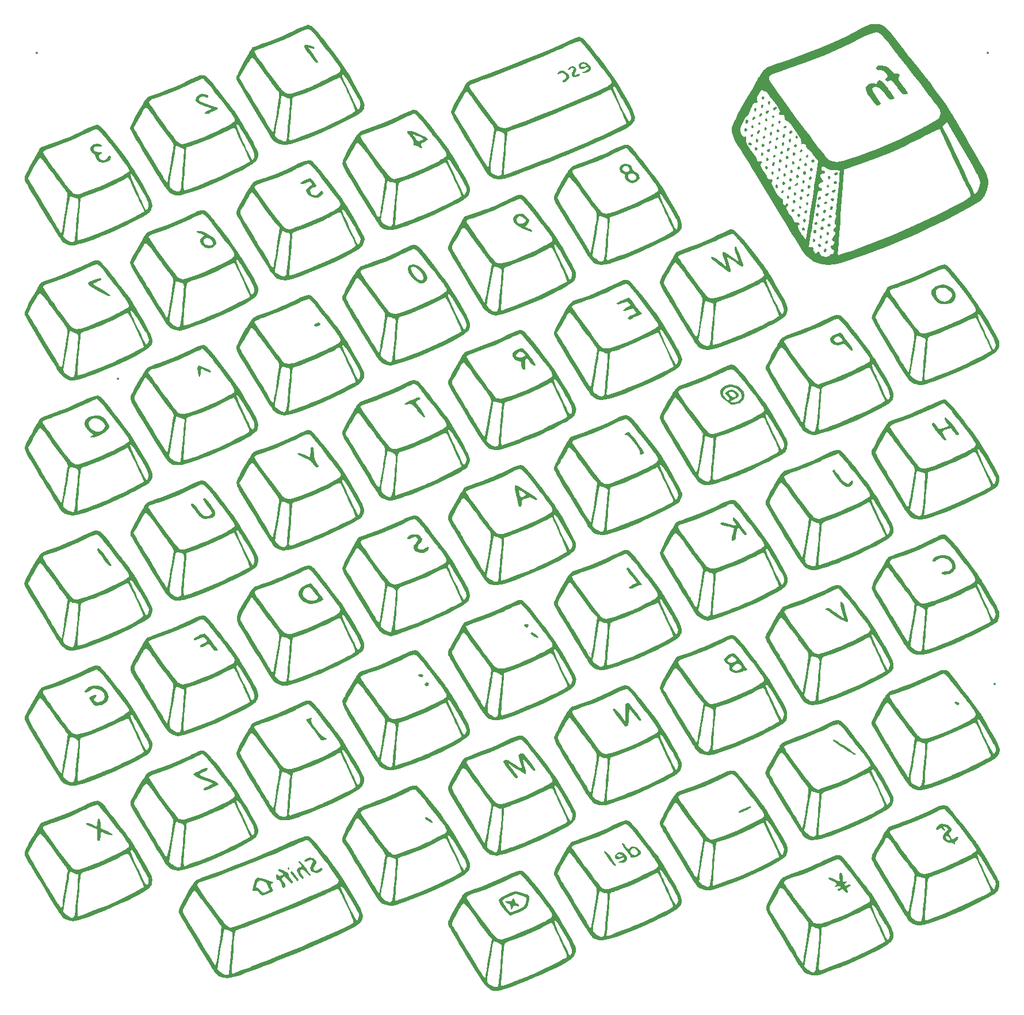
<source format=gbo>
%TF.GenerationSoftware,KiCad,Pcbnew,8.0.1*%
%TF.CreationDate,2024-03-27T10:43:22-04:00*%
%TF.ProjectId,base_plate,62617365-5f70-46c6-9174-652e6b696361,rev?*%
%TF.SameCoordinates,Original*%
%TF.FileFunction,Legend,Bot*%
%TF.FilePolarity,Positive*%
%FSLAX46Y46*%
G04 Gerber Fmt 4.6, Leading zero omitted, Abs format (unit mm)*
G04 Created by KiCad (PCBNEW 8.0.1) date 2024-03-27 10:43:22*
%MOMM*%
%LPD*%
G01*
G04 APERTURE LIST*
%ADD10C,0.000000*%
%ADD11C,0.350000*%
G04 APERTURE END LIST*
D10*
%TO.C,G\u002A\u002A\u002A*%
G36*
X154620466Y-125077108D02*
G01*
X154556966Y-125140608D01*
X154493467Y-125077108D01*
X154556966Y-125013607D01*
X154620466Y-125077108D01*
G37*
G36*
X171130466Y-92692109D02*
G01*
X171066967Y-92755608D01*
X171003466Y-92692109D01*
X171066967Y-92628608D01*
X171130466Y-92692109D01*
G37*
G36*
X110304660Y-156656100D02*
G01*
X110404846Y-156835026D01*
X110404320Y-156953134D01*
X110277846Y-156989901D01*
X110143332Y-156881332D01*
X110115945Y-156718332D01*
X110233966Y-156629899D01*
X110304660Y-156656100D01*
G37*
G36*
X179744029Y-47092400D02*
G01*
X179736677Y-47198472D01*
X179575966Y-47289608D01*
X179459176Y-47256228D01*
X179409644Y-47067359D01*
X179489059Y-46906457D01*
X179634128Y-46897325D01*
X179744029Y-47092400D01*
G37*
G36*
X181776029Y-46076400D02*
G01*
X181768678Y-46182471D01*
X181607966Y-46273608D01*
X181491176Y-46240229D01*
X181441643Y-46051358D01*
X181521059Y-45890457D01*
X181666129Y-45881325D01*
X181776029Y-46076400D01*
G37*
G36*
X185713028Y-59411400D02*
G01*
X185705678Y-59517471D01*
X185544967Y-59608608D01*
X185428177Y-59575229D01*
X185378644Y-59386358D01*
X185458058Y-59225457D01*
X185603129Y-59216325D01*
X185713028Y-59411400D01*
G37*
G36*
X177655057Y-47844752D02*
G01*
X177734467Y-48051608D01*
X177699109Y-48199728D01*
X177543967Y-48305609D01*
X177432875Y-48258464D01*
X177353467Y-48051608D01*
X177388825Y-47903487D01*
X177543967Y-47797608D01*
X177655057Y-47844752D01*
G37*
G36*
X178556554Y-48616827D02*
G01*
X178623466Y-48803025D01*
X178588529Y-48960777D01*
X178423654Y-49067609D01*
X178319612Y-49037138D01*
X178264904Y-48855882D01*
X178287289Y-48775578D01*
X178414936Y-48612035D01*
X178556554Y-48616827D01*
G37*
G36*
X178621973Y-47374187D02*
G01*
X178728029Y-47585882D01*
X178721869Y-47702390D01*
X178569278Y-47797608D01*
X178450144Y-47751347D01*
X178369466Y-47533025D01*
X178376477Y-47457054D01*
X178475231Y-47326886D01*
X178621973Y-47374187D01*
G37*
G36*
X178929235Y-46149776D02*
G01*
X178980476Y-46295873D01*
X178815431Y-46477053D01*
X178748165Y-46521324D01*
X178557532Y-46561860D01*
X178506229Y-46436249D01*
X178631477Y-46200456D01*
X178766755Y-46088825D01*
X178929235Y-46149776D01*
G37*
G36*
X179025493Y-44846835D02*
G01*
X179086073Y-44952909D01*
X179080666Y-45206808D01*
X178994867Y-45340038D01*
X178856440Y-45287381D01*
X178795859Y-45181307D01*
X178801267Y-44927408D01*
X178887067Y-44794178D01*
X179025493Y-44846835D01*
G37*
G36*
X179179057Y-50638752D02*
G01*
X179258467Y-50845608D01*
X179223109Y-50993729D01*
X179067967Y-51099608D01*
X178956875Y-51052464D01*
X178877467Y-50845608D01*
X178912825Y-50697488D01*
X179067967Y-50591609D01*
X179179057Y-50638752D01*
G37*
G36*
X179945234Y-45641775D02*
G01*
X179996477Y-45787874D01*
X179831432Y-45969053D01*
X179764165Y-46013324D01*
X179573531Y-46053861D01*
X179522228Y-45928250D01*
X179647477Y-45692456D01*
X179782754Y-45580824D01*
X179945234Y-45641775D01*
G37*
G36*
X180074827Y-51396255D02*
G01*
X180148277Y-51573537D01*
X180062800Y-51776942D01*
X179988148Y-51836057D01*
X179830024Y-51828858D01*
X179766466Y-51607608D01*
X179801824Y-51459488D01*
X179956966Y-51353609D01*
X180074827Y-51396255D01*
G37*
G36*
X180041494Y-44338835D02*
G01*
X180102074Y-44444909D01*
X180096667Y-44698808D01*
X180010867Y-44832039D01*
X179872439Y-44779382D01*
X179811859Y-44673306D01*
X179817266Y-44419409D01*
X179903066Y-44286177D01*
X180041494Y-44338835D01*
G37*
G36*
X180180802Y-43110899D02*
G01*
X180330748Y-43229969D01*
X180257815Y-43436172D01*
X180113945Y-43568631D01*
X179954657Y-43572524D01*
X179893466Y-43352609D01*
X179925437Y-43204523D01*
X180062800Y-43098608D01*
X180180802Y-43110899D01*
G37*
G36*
X180195058Y-50130752D02*
G01*
X180274466Y-50337608D01*
X180239108Y-50485728D01*
X180083966Y-50591609D01*
X179972876Y-50544464D01*
X179893466Y-50337608D01*
X179928824Y-50189487D01*
X180083966Y-50083608D01*
X180195058Y-50130752D01*
G37*
G36*
X180334555Y-48870827D02*
G01*
X180401467Y-49057025D01*
X180366530Y-49214778D01*
X180201655Y-49321608D01*
X180097612Y-49291137D01*
X180042904Y-49109882D01*
X180065290Y-49029578D01*
X180192937Y-48866036D01*
X180334555Y-48870827D01*
G37*
G36*
X180606310Y-47725689D02*
G01*
X180629336Y-47860292D01*
X180515222Y-48061082D01*
X180431831Y-48091062D01*
X180310013Y-48016497D01*
X180284909Y-47833248D01*
X180385393Y-47635881D01*
X180494180Y-47581671D01*
X180606310Y-47725689D01*
G37*
G36*
X180653974Y-46358186D02*
G01*
X180760028Y-46569882D01*
X180753868Y-46686390D01*
X180601279Y-46781609D01*
X180482144Y-46735346D01*
X180401467Y-46517025D01*
X180408478Y-46441053D01*
X180507230Y-46310886D01*
X180653974Y-46358186D01*
G37*
G36*
X180701789Y-53431869D02*
G01*
X180782467Y-53650191D01*
X180775456Y-53726162D01*
X180676702Y-53856330D01*
X180529960Y-53809029D01*
X180423904Y-53597334D01*
X180430064Y-53480826D01*
X180582655Y-53385608D01*
X180701789Y-53431869D01*
G37*
G36*
X180830057Y-52162752D02*
G01*
X180909466Y-52369608D01*
X180874109Y-52517729D01*
X180718966Y-52623608D01*
X180607876Y-52576464D01*
X180528466Y-52369608D01*
X180563824Y-52221488D01*
X180718966Y-52115609D01*
X180830057Y-52162752D01*
G37*
G36*
X180941602Y-45149358D02*
G01*
X181027154Y-45269639D01*
X180884066Y-45486209D01*
X180673349Y-45629519D01*
X180494884Y-45562692D01*
X180455296Y-45390747D01*
X180577634Y-45212270D01*
X180796054Y-45130608D01*
X180941602Y-45149358D01*
G37*
G36*
X181057493Y-43830834D02*
G01*
X181118074Y-43936910D01*
X181112666Y-44190809D01*
X181026866Y-44324039D01*
X180888440Y-44271381D01*
X180827860Y-44165307D01*
X180833266Y-43911408D01*
X180919066Y-43778177D01*
X181057493Y-43830834D01*
G37*
G36*
X181121312Y-50913282D02*
G01*
X181087309Y-51150299D01*
X181006451Y-51271466D01*
X180828643Y-51301902D01*
X180684593Y-51123488D01*
X180689203Y-51032393D01*
X180840883Y-50893485D01*
X180975776Y-50855582D01*
X181121312Y-50913282D01*
G37*
G36*
X181223554Y-49632827D02*
G01*
X181290466Y-49819025D01*
X181255529Y-49976778D01*
X181090654Y-50083608D01*
X180986612Y-50053137D01*
X180931904Y-49871882D01*
X180954289Y-49791578D01*
X181081936Y-49628036D01*
X181223554Y-49632827D01*
G37*
G36*
X181596896Y-54189110D02*
G01*
X181672801Y-54365583D01*
X181590253Y-54567489D01*
X181510816Y-54609144D01*
X181360774Y-54538487D01*
X181290466Y-54330612D01*
X181312507Y-54245426D01*
X181480966Y-54147608D01*
X181596896Y-54189110D01*
G37*
G36*
X181652212Y-47245985D02*
G01*
X181652651Y-47355093D01*
X181525213Y-47556795D01*
X181412212Y-47593196D01*
X181309721Y-47460231D01*
X181309282Y-47351123D01*
X181436720Y-47149421D01*
X181549721Y-47113020D01*
X181652212Y-47245985D01*
G37*
G36*
X181858555Y-51664827D02*
G01*
X181925467Y-51851025D01*
X181890530Y-52008777D01*
X181725655Y-52115609D01*
X181621612Y-52085138D01*
X181566904Y-51903882D01*
X181589290Y-51823578D01*
X181716937Y-51660035D01*
X181858555Y-51664827D01*
G37*
G36*
X182100058Y-50384751D02*
G01*
X182179466Y-50591609D01*
X182144108Y-50739729D01*
X181988966Y-50845608D01*
X181877876Y-50798465D01*
X181798466Y-50591609D01*
X181833824Y-50443487D01*
X181988966Y-50337608D01*
X182100058Y-50384751D01*
G37*
G36*
X182239555Y-49124826D02*
G01*
X182306467Y-49311024D01*
X182271530Y-49468778D01*
X182106655Y-49575608D01*
X182002612Y-49545137D01*
X181947904Y-49363883D01*
X181970290Y-49283577D01*
X182097937Y-49120035D01*
X182239555Y-49124826D01*
G37*
G36*
X182346938Y-47944548D02*
G01*
X182513710Y-48094292D01*
X182492824Y-48312312D01*
X182372770Y-48402465D01*
X182192401Y-48348023D01*
X182074904Y-48136334D01*
X182080685Y-48021536D01*
X182226160Y-47924609D01*
X182346938Y-47944548D01*
G37*
G36*
X182612897Y-46696110D02*
G01*
X182688800Y-46872584D01*
X182606252Y-47074488D01*
X182526817Y-47116145D01*
X182376773Y-47045487D01*
X182306467Y-46837613D01*
X182328506Y-46752426D01*
X182496967Y-46654608D01*
X182612897Y-46696110D01*
G37*
G36*
X182614828Y-53682255D02*
G01*
X182688277Y-53859537D01*
X182602799Y-54062942D01*
X182528147Y-54122057D01*
X182370023Y-54114858D01*
X182306467Y-53893608D01*
X182341825Y-53745488D01*
X182496967Y-53639609D01*
X182614828Y-53682255D01*
G37*
G36*
X182735057Y-52416752D02*
G01*
X182814466Y-52623608D01*
X182779109Y-52771728D01*
X182623966Y-52877609D01*
X182512876Y-52830464D01*
X182433466Y-52623608D01*
X182468824Y-52475487D01*
X182623966Y-52369608D01*
X182735057Y-52416752D01*
G37*
G36*
X183243058Y-55718751D02*
G01*
X183322466Y-55925609D01*
X183287108Y-56073729D01*
X183131966Y-56179608D01*
X183020876Y-56132465D01*
X182941466Y-55925609D01*
X182976824Y-55777487D01*
X183131966Y-55671608D01*
X183243058Y-55718751D01*
G37*
G36*
X183370057Y-54448752D02*
G01*
X183449467Y-54655608D01*
X183414109Y-54803729D01*
X183258967Y-54909608D01*
X183147875Y-54862464D01*
X183068467Y-54655608D01*
X183103825Y-54507488D01*
X183258967Y-54401609D01*
X183370057Y-54448752D01*
G37*
G36*
X183630827Y-53174256D02*
G01*
X183704276Y-53351537D01*
X183618800Y-53554941D01*
X183544148Y-53614056D01*
X183386023Y-53606858D01*
X183322466Y-53385608D01*
X183357824Y-53237487D01*
X183512966Y-53131608D01*
X183630827Y-53174256D01*
G37*
G36*
X183751057Y-51908751D02*
G01*
X183830467Y-52115609D01*
X183795109Y-52263729D01*
X183639967Y-52369608D01*
X183528875Y-52322465D01*
X183449467Y-52115609D01*
X183484825Y-51967487D01*
X183639967Y-51861608D01*
X183751057Y-51908751D01*
G37*
G36*
X183882896Y-57745110D02*
G01*
X183958801Y-57921584D01*
X183876253Y-58123488D01*
X183796816Y-58165145D01*
X183646774Y-58094487D01*
X183576466Y-57886613D01*
X183598507Y-57801426D01*
X183766966Y-57703608D01*
X183882896Y-57745110D01*
G37*
G36*
X184259057Y-55210752D02*
G01*
X184338466Y-55417608D01*
X184303109Y-55565729D01*
X184147966Y-55671608D01*
X184036876Y-55624464D01*
X183957466Y-55417608D01*
X183992824Y-55269488D01*
X184147966Y-55163609D01*
X184259057Y-55210752D01*
G37*
G36*
X184386058Y-53940752D02*
G01*
X184465466Y-54147608D01*
X184430108Y-54295728D01*
X184274966Y-54401609D01*
X184163876Y-54354464D01*
X184084466Y-54147608D01*
X184119824Y-53999487D01*
X184274966Y-53893608D01*
X184386058Y-53940752D01*
G37*
G36*
X184640057Y-52670751D02*
G01*
X184719466Y-52877609D01*
X184684109Y-53025729D01*
X184528966Y-53131608D01*
X184417876Y-53084465D01*
X184338466Y-52877609D01*
X184373824Y-52729487D01*
X184528966Y-52623608D01*
X184640057Y-52670751D01*
G37*
G36*
X184767058Y-51400752D02*
G01*
X184846466Y-51607608D01*
X184811108Y-51755729D01*
X184655966Y-51861608D01*
X184544876Y-51814464D01*
X184465466Y-51607608D01*
X184500824Y-51459488D01*
X184655966Y-51353609D01*
X184767058Y-51400752D01*
G37*
G36*
X184767058Y-58385751D02*
G01*
X184846466Y-58592609D01*
X184811108Y-58740729D01*
X184655966Y-58846608D01*
X184544876Y-58799465D01*
X184465466Y-58592609D01*
X184500824Y-58444487D01*
X184655966Y-58338608D01*
X184767058Y-58385751D01*
G37*
G36*
X184894057Y-57242751D02*
G01*
X184973467Y-57449609D01*
X184938109Y-57597729D01*
X184782967Y-57703608D01*
X184671875Y-57656465D01*
X184592467Y-57449609D01*
X184627825Y-57301487D01*
X184782967Y-57195608D01*
X184894057Y-57242751D01*
G37*
G36*
X185098973Y-48898187D02*
G01*
X185205029Y-49109882D01*
X185198869Y-49226390D01*
X185046278Y-49321608D01*
X184927144Y-49275347D01*
X184846466Y-49057025D01*
X184853477Y-48981054D01*
X184952231Y-48850886D01*
X185098973Y-48898187D01*
G37*
G36*
X185275057Y-54702752D02*
G01*
X185354467Y-54909608D01*
X185319109Y-55057728D01*
X185163967Y-55163609D01*
X185052875Y-55116464D01*
X184973467Y-54909608D01*
X185008825Y-54761487D01*
X185163967Y-54655608D01*
X185275057Y-54702752D01*
G37*
G36*
X185514161Y-53495769D02*
G01*
X185525833Y-53707175D01*
X185474357Y-53791343D01*
X185277379Y-53893608D01*
X185135312Y-53810361D01*
X185110054Y-53620242D01*
X185227466Y-53449109D01*
X185352487Y-53409696D01*
X185514161Y-53495769D01*
G37*
G36*
X185668555Y-52172826D02*
G01*
X185735467Y-52359024D01*
X185700530Y-52516778D01*
X185535655Y-52623608D01*
X185431612Y-52593137D01*
X185376904Y-52411883D01*
X185399290Y-52331577D01*
X185526937Y-52168035D01*
X185668555Y-52172826D01*
G37*
G36*
X185783057Y-57877752D02*
G01*
X185862466Y-58084608D01*
X185827109Y-58232729D01*
X185671966Y-58338608D01*
X185560876Y-58291464D01*
X185481466Y-58084608D01*
X185516824Y-57936488D01*
X185671966Y-57830609D01*
X185783057Y-57877752D01*
G37*
G36*
X185795554Y-50902827D02*
G01*
X185862466Y-51089025D01*
X185827529Y-51246777D01*
X185662654Y-51353609D01*
X185558612Y-51323138D01*
X185503904Y-51141882D01*
X185526289Y-51061578D01*
X185653936Y-50898035D01*
X185795554Y-50902827D01*
G37*
G36*
X186065539Y-56867342D02*
G01*
X186059806Y-57057542D01*
X185891330Y-57181913D01*
X185699356Y-57164880D01*
X185608466Y-57012603D01*
X185619293Y-56935064D01*
X185746532Y-56744268D01*
X185922674Y-56732372D01*
X186065539Y-56867342D01*
G37*
G36*
X186179189Y-62448167D02*
G01*
X186243466Y-62656608D01*
X186201233Y-62842253D01*
X186021217Y-62886431D01*
X185904544Y-62835930D01*
X185798966Y-62656608D01*
X185832278Y-62552013D01*
X186021217Y-62426786D01*
X186179189Y-62448167D01*
G37*
G36*
X186170827Y-55460256D02*
G01*
X186244277Y-55637537D01*
X186158800Y-55840941D01*
X186084148Y-55900056D01*
X185926024Y-55892858D01*
X185862466Y-55671608D01*
X185897824Y-55523487D01*
X186052966Y-55417608D01*
X186170827Y-55460256D01*
G37*
G36*
X186285364Y-54166697D02*
G01*
X186450518Y-54315591D01*
X186433966Y-54528608D01*
X186272330Y-54650546D01*
X186079844Y-54605919D01*
X185989466Y-54401609D01*
X186024109Y-54253350D01*
X186172471Y-54147608D01*
X186285364Y-54166697D01*
G37*
G36*
X186291058Y-61179752D02*
G01*
X186370466Y-61386608D01*
X186335108Y-61534728D01*
X186179966Y-61640609D01*
X186068876Y-61593464D01*
X185989466Y-61386608D01*
X186024824Y-61238487D01*
X186179966Y-61132608D01*
X186291058Y-61179752D01*
G37*
G36*
X186530161Y-52987769D02*
G01*
X186541832Y-53199176D01*
X186490358Y-53283342D01*
X186293378Y-53385608D01*
X186151312Y-53302362D01*
X186126055Y-53112243D01*
X186243466Y-52941108D01*
X186368486Y-52901697D01*
X186530161Y-52987769D01*
G37*
G36*
X186649807Y-58741736D02*
G01*
X186751466Y-58910108D01*
X186729340Y-58998948D01*
X186560966Y-59100608D01*
X186472126Y-59078481D01*
X186370466Y-58910108D01*
X186392594Y-58821267D01*
X186560966Y-58719608D01*
X186649807Y-58741736D01*
G37*
G36*
X186684554Y-51664827D02*
G01*
X186751466Y-51851025D01*
X186716530Y-52008777D01*
X186551654Y-52115609D01*
X186447613Y-52085138D01*
X186392905Y-51903882D01*
X186415289Y-51823578D01*
X186542936Y-51660035D01*
X186684554Y-51664827D01*
G37*
G36*
X187006339Y-56242922D02*
G01*
X187092806Y-56406540D01*
X186989987Y-56572862D01*
X186839417Y-56654400D01*
X186673070Y-56649494D01*
X186624466Y-56433608D01*
X186659108Y-56285349D01*
X186807472Y-56179608D01*
X187006339Y-56242922D01*
G37*
G36*
X186878467Y-57580593D02*
G01*
X186843184Y-57725153D01*
X186687967Y-57830609D01*
X186599420Y-57810204D01*
X186497467Y-57653696D01*
X186519181Y-57563586D01*
X186687967Y-57403682D01*
X186816938Y-57398652D01*
X186878467Y-57580593D01*
G37*
G36*
X187307057Y-53686752D02*
G01*
X187386466Y-53893608D01*
X187351109Y-54041729D01*
X187195966Y-54147608D01*
X187084876Y-54100464D01*
X187005466Y-53893608D01*
X187040824Y-53745488D01*
X187195966Y-53639609D01*
X187307057Y-53686752D01*
G37*
G36*
X187688057Y-64100751D02*
G01*
X187767466Y-64307609D01*
X187732109Y-64455729D01*
X187576966Y-64561608D01*
X187465876Y-64514465D01*
X187386466Y-64307609D01*
X187421824Y-64159487D01*
X187576966Y-64053608D01*
X187688057Y-64100751D01*
G37*
G36*
X187809364Y-62802698D02*
G01*
X187974518Y-62951592D01*
X187957966Y-63164609D01*
X187796330Y-63286545D01*
X187603844Y-63241920D01*
X187513466Y-63037608D01*
X187548109Y-62889350D01*
X187696471Y-62783609D01*
X187809364Y-62802698D01*
G37*
G36*
X187999061Y-61610420D02*
G01*
X188124289Y-61799358D01*
X188102908Y-61957331D01*
X187894466Y-62021609D01*
X187708822Y-61979375D01*
X187664644Y-61799358D01*
X187715144Y-61682685D01*
X187894466Y-61577108D01*
X187999061Y-61610420D01*
G37*
G36*
X188358080Y-59044059D02*
G01*
X188469757Y-59229453D01*
X188436049Y-59405691D01*
X188312396Y-59479277D01*
X188112946Y-59436803D01*
X188021467Y-59227608D01*
X188054915Y-59079428D01*
X188198378Y-58973609D01*
X188358080Y-59044059D01*
G37*
G36*
X188545462Y-64852407D02*
G01*
X188659121Y-65023698D01*
X188569154Y-65241587D01*
X188479291Y-65294148D01*
X188291233Y-65242733D01*
X188170904Y-65027334D01*
X188189320Y-64886205D01*
X188393155Y-64815608D01*
X188545462Y-64852407D01*
G37*
G36*
X188710828Y-63588255D02*
G01*
X188784277Y-63765537D01*
X188698799Y-63968942D01*
X188624147Y-64028057D01*
X188466023Y-64020858D01*
X188402467Y-63799608D01*
X188437825Y-63651488D01*
X188592967Y-63545609D01*
X188710828Y-63588255D01*
G37*
G36*
X188929283Y-62312028D02*
G01*
X189040211Y-62483487D01*
X188952800Y-62698941D01*
X188822630Y-62778122D01*
X188620925Y-62739785D01*
X188529466Y-62529608D01*
X188571211Y-62365410D01*
X188783467Y-62275608D01*
X188929283Y-62312028D01*
G37*
G36*
X189322550Y-59842892D02*
G01*
X189388129Y-59959430D01*
X189297094Y-60173327D01*
X189166595Y-60281198D01*
X188987464Y-60268890D01*
X188910466Y-60053108D01*
X188952568Y-59892659D01*
X189121157Y-59772977D01*
X189322550Y-59842892D01*
G37*
G36*
X189439588Y-58627965D02*
G01*
X189545467Y-58783109D01*
X189498323Y-58894199D01*
X189291466Y-58973609D01*
X189143345Y-58938251D01*
X189037466Y-58783109D01*
X189084610Y-58672017D01*
X189291466Y-58592609D01*
X189439588Y-58627965D01*
G37*
G36*
X189359386Y-65524536D02*
G01*
X189418466Y-65757525D01*
X189380930Y-65976060D01*
X189219134Y-66085608D01*
X189096175Y-66038939D01*
X189060383Y-65809806D01*
X189103138Y-65647808D01*
X189230231Y-65491473D01*
X189359386Y-65524536D01*
G37*
G36*
X189711673Y-57348288D02*
G01*
X189790633Y-57462386D01*
X189645479Y-57679796D01*
X189508270Y-57773129D01*
X189312823Y-57760409D01*
X189227966Y-57566025D01*
X189290303Y-57445323D01*
X189513716Y-57345525D01*
X189711673Y-57348288D01*
G37*
G36*
X189720058Y-63084752D02*
G01*
X189799466Y-63291608D01*
X189764108Y-63439728D01*
X189608966Y-63545609D01*
X189497876Y-63498464D01*
X189418466Y-63291608D01*
X189453824Y-63143487D01*
X189608966Y-63037608D01*
X189720058Y-63084752D01*
G37*
G36*
X189740948Y-56105178D02*
G01*
X189799466Y-56306609D01*
X189768179Y-56469915D01*
X189640717Y-56528858D01*
X189582116Y-56497301D01*
X189481966Y-56306609D01*
X189493238Y-56240343D01*
X189640717Y-56084358D01*
X189740948Y-56105178D01*
G37*
G36*
X189904061Y-61864419D02*
G01*
X190029289Y-62053358D01*
X190007908Y-62211330D01*
X189799466Y-62275608D01*
X189613822Y-62233376D01*
X189569644Y-62053358D01*
X189620144Y-61936685D01*
X189799466Y-61831109D01*
X189904061Y-61864419D01*
G37*
G36*
X190450462Y-58121408D02*
G01*
X190564121Y-58292699D01*
X190474154Y-58510587D01*
X190384291Y-58563149D01*
X190196233Y-58511733D01*
X190075904Y-58296333D01*
X190094320Y-58155206D01*
X190298155Y-58084608D01*
X190450462Y-58121408D01*
G37*
G36*
X190727672Y-56840288D02*
G01*
X190806634Y-56954387D01*
X190661479Y-57171795D01*
X190524271Y-57265128D01*
X190328824Y-57252408D01*
X190243966Y-57058025D01*
X190306303Y-56937323D01*
X190529716Y-56837525D01*
X190727672Y-56840288D01*
G37*
G36*
X190878190Y-55590167D02*
G01*
X190942466Y-55798608D01*
X190900234Y-55984253D01*
X190720216Y-56028431D01*
X190603543Y-55977930D01*
X190497967Y-55798608D01*
X190531279Y-55694013D01*
X190720216Y-55568786D01*
X190878190Y-55590167D01*
G37*
G36*
X145489775Y-120865540D02*
G01*
X145607669Y-121032823D01*
X145518800Y-121245940D01*
X145477247Y-121280071D01*
X145230055Y-121317624D01*
X144985118Y-121160172D01*
X144905794Y-121012113D01*
X144993065Y-120871621D01*
X145307134Y-120822607D01*
X145489775Y-120865540D01*
G37*
G36*
X177822617Y-46563189D02*
G01*
X177943624Y-46736711D01*
X177858010Y-46976273D01*
X177755462Y-47065718D01*
X177593077Y-47090214D01*
X177544796Y-47046599D01*
X177481247Y-46842819D01*
X177526094Y-46627548D01*
X177663472Y-46527608D01*
X177822617Y-46563189D01*
G37*
G36*
X178373905Y-49963788D02*
G01*
X178414610Y-50053449D01*
X178412746Y-50243327D01*
X178262020Y-50319596D01*
X178040842Y-50270178D01*
X177893179Y-50115425D01*
X177888376Y-50029272D01*
X178007389Y-49896954D01*
X178207490Y-49863059D01*
X178373905Y-49963788D01*
G37*
G36*
X179211812Y-49322669D02*
G01*
X179347847Y-49440300D01*
X179387066Y-49664297D01*
X179304253Y-49868489D01*
X179200984Y-49914669D01*
X179064208Y-49814217D01*
X179004466Y-49568112D01*
X179039069Y-49426874D01*
X179194966Y-49321608D01*
X179211812Y-49322669D01*
G37*
G36*
X179621069Y-48123509D02*
G01*
X179618272Y-48317216D01*
X179492137Y-48529139D01*
X179406850Y-48592406D01*
X179237792Y-48610331D01*
X179201528Y-48543563D01*
X179243093Y-48346571D01*
X179367293Y-48144428D01*
X179516935Y-48051608D01*
X179621069Y-48123509D01*
G37*
G36*
X181798466Y-52972859D02*
G01*
X181785461Y-53115095D01*
X181713800Y-53300942D01*
X181609408Y-53375676D01*
X181468271Y-53340212D01*
X181440383Y-53109806D01*
X181482866Y-52959777D01*
X181609100Y-52801697D01*
X181738850Y-52796669D01*
X181798466Y-52972859D01*
G37*
G36*
X182090792Y-44648000D02*
G01*
X182170952Y-44761578D01*
X182027066Y-44978208D01*
X182018243Y-44986871D01*
X181790536Y-45119162D01*
X181613389Y-45088860D01*
X181568201Y-44908358D01*
X181653079Y-44764700D01*
X181895014Y-44645525D01*
X182090792Y-44648000D01*
G37*
G36*
X182149244Y-56078328D02*
G01*
X182268758Y-56258976D01*
X182252717Y-56517492D01*
X182159644Y-56643818D01*
X181995013Y-56565626D01*
X181985962Y-56557772D01*
X181885204Y-56357966D01*
X181914409Y-56149157D01*
X182058559Y-56052608D01*
X182149244Y-56078328D01*
G37*
G36*
X182411038Y-54941888D02*
G01*
X182440292Y-55136769D01*
X182352253Y-55329489D01*
X182332436Y-55345238D01*
X182161753Y-55343160D01*
X182074297Y-55241108D01*
X182078297Y-55025661D01*
X182242966Y-54863681D01*
X182290117Y-54854072D01*
X182411038Y-54941888D01*
G37*
G36*
X183008395Y-51232155D02*
G01*
X183026102Y-51270777D01*
X183004966Y-51480608D01*
X182845018Y-51595367D01*
X182652640Y-51577674D01*
X182560466Y-51430695D01*
X182561078Y-51414959D01*
X182661562Y-51238980D01*
X182850712Y-51160295D01*
X183008395Y-51232155D01*
G37*
G36*
X183094567Y-56916908D02*
G01*
X183141248Y-56984609D01*
X183138806Y-57184542D01*
X183088763Y-57239906D01*
X182866003Y-57322608D01*
X182827372Y-57321168D01*
X182742818Y-57257904D01*
X182821763Y-57054974D01*
X182947129Y-56893163D01*
X183094567Y-56916908D01*
G37*
G36*
X183322466Y-48781859D02*
G01*
X183309461Y-48924095D01*
X183237800Y-49109942D01*
X183133408Y-49184676D01*
X182992271Y-49149212D01*
X182964383Y-48918806D01*
X183006866Y-48768777D01*
X183133100Y-48610697D01*
X183262850Y-48605669D01*
X183322466Y-48781859D01*
G37*
G36*
X183531161Y-47455970D02*
G01*
X183550538Y-47489153D01*
X183518189Y-47662158D01*
X183516494Y-47664854D01*
X183351871Y-47779316D01*
X183160388Y-47780324D01*
X183068467Y-47666622D01*
X183159635Y-47525480D01*
X183361378Y-47431086D01*
X183531161Y-47455970D01*
G37*
G36*
X184019905Y-50732447D02*
G01*
X184060168Y-50856839D01*
X183893966Y-51051023D01*
X183782336Y-51129656D01*
X183652919Y-51166296D01*
X183595721Y-51025941D01*
X183591337Y-50998980D01*
X183651529Y-50780217D01*
X183826645Y-50669052D01*
X184019905Y-50732447D01*
G37*
G36*
X184163078Y-56335370D02*
G01*
X184210259Y-56503250D01*
X184169923Y-56716224D01*
X184052716Y-56851650D01*
X183858550Y-56859827D01*
X183748811Y-56720705D01*
X183826000Y-56502491D01*
X183935303Y-56393603D01*
X184100017Y-56306609D01*
X184163078Y-56335370D01*
G37*
G36*
X184400905Y-48192446D02*
G01*
X184441168Y-48316838D01*
X184274966Y-48511022D01*
X184163336Y-48589656D01*
X184033919Y-48626295D01*
X183976721Y-48485940D01*
X183972337Y-48458979D01*
X184032529Y-48240218D01*
X184207645Y-48129051D01*
X184400905Y-48192446D01*
G37*
G36*
X184618153Y-59687984D02*
G01*
X184658560Y-59728230D01*
X184719466Y-59933603D01*
X184632016Y-60084396D01*
X184441021Y-60103421D01*
X184266191Y-59975409D01*
X184263386Y-59970656D01*
X184280897Y-59806455D01*
X184435337Y-59682681D01*
X184618153Y-59687984D01*
G37*
G36*
X185040394Y-50216154D02*
G01*
X185058103Y-50254778D01*
X185036966Y-50464608D01*
X184877018Y-50579367D01*
X184684640Y-50561675D01*
X184592467Y-50414696D01*
X184593079Y-50398958D01*
X184693562Y-50222979D01*
X184882712Y-50144295D01*
X185040394Y-50216154D01*
G37*
G36*
X185313887Y-60372101D02*
G01*
X185523508Y-60468852D01*
X185522629Y-60700524D01*
X185517385Y-60713489D01*
X185360971Y-60867012D01*
X185184395Y-60830622D01*
X185100466Y-60624608D01*
X185132437Y-60476522D01*
X185269799Y-60370608D01*
X185313887Y-60372101D01*
G37*
G36*
X187174538Y-54933392D02*
G01*
X187259467Y-55078941D01*
X187254590Y-55140324D01*
X187174799Y-55332941D01*
X186978661Y-55417026D01*
X186835687Y-55315167D01*
X186837305Y-55087692D01*
X186846730Y-55065921D01*
X186997889Y-54929861D01*
X187174538Y-54933392D01*
G37*
G36*
X187569857Y-52417565D02*
G01*
X187640467Y-52623608D01*
X187640215Y-52637561D01*
X187549007Y-52835612D01*
X187370767Y-52863029D01*
X187218305Y-52699524D01*
X187205120Y-52660692D01*
X187234061Y-52446144D01*
X187471133Y-52369608D01*
X187569857Y-52417565D01*
G37*
G36*
X188595461Y-57906459D02*
G01*
X188615458Y-58135290D01*
X188571488Y-58206771D01*
X188403695Y-58318079D01*
X188229470Y-58338813D01*
X188157392Y-58243358D01*
X188201605Y-58031534D01*
X188337958Y-57826754D01*
X188516252Y-57822441D01*
X188595461Y-57906459D01*
G37*
G36*
X189083482Y-61052933D02*
G01*
X189164467Y-61259609D01*
X189122723Y-61423805D01*
X188910466Y-61513608D01*
X188749135Y-61506602D01*
X188666651Y-61431728D01*
X188733554Y-61206495D01*
X188747986Y-61173101D01*
X188909945Y-61019819D01*
X189083482Y-61052933D01*
G37*
G36*
X190011641Y-54958857D02*
G01*
X189996806Y-55152542D01*
X189962350Y-55198097D01*
X189799466Y-55290608D01*
X189679657Y-55250433D01*
X189587027Y-55073408D01*
X189658132Y-54873143D01*
X189692969Y-54844604D01*
X189877273Y-54828912D01*
X190011641Y-54958857D01*
G37*
G36*
X190112353Y-60612480D02*
G01*
X190180466Y-60822603D01*
X190137148Y-60936617D01*
X189959419Y-61006221D01*
X189758236Y-60922043D01*
X189737963Y-60890523D01*
X189772861Y-60730727D01*
X189914156Y-60588263D01*
X190067857Y-60570002D01*
X190112353Y-60612480D01*
G37*
G36*
X190277341Y-59318081D02*
G01*
X190348294Y-59498016D01*
X190285811Y-59698200D01*
X190204387Y-59769116D01*
X190039076Y-59790215D01*
X189962359Y-59704433D01*
X189939916Y-59474819D01*
X190067666Y-59282333D01*
X190125631Y-59258817D01*
X190277341Y-59318081D01*
G37*
G36*
X129884151Y-128222424D02*
G01*
X130067889Y-128363646D01*
X130041478Y-128576871D01*
X129980394Y-128637786D01*
X129751812Y-128678485D01*
X129507777Y-128592694D01*
X129371202Y-128410858D01*
X129370224Y-128405565D01*
X129411051Y-128237112D01*
X129648160Y-128188608D01*
X129884151Y-128222424D01*
G37*
G36*
X130803159Y-129454617D02*
G01*
X130925605Y-129608818D01*
X130857483Y-129792958D01*
X130765989Y-129877503D01*
X130545912Y-129966607D01*
X130361101Y-129909826D01*
X130284345Y-129723135D01*
X130405566Y-129489081D01*
X130427314Y-129467731D01*
X130612477Y-129358488D01*
X130803159Y-129454617D01*
G37*
G36*
X181311955Y-48310109D02*
G01*
X181400189Y-48444099D01*
X181409861Y-48669617D01*
X181330684Y-48858059D01*
X181285099Y-48882822D01*
X181123319Y-48824261D01*
X181122650Y-48823589D01*
X181060442Y-48625590D01*
X181129172Y-48408045D01*
X181286480Y-48305609D01*
X181311955Y-48310109D01*
G37*
G36*
X183089956Y-49834109D02*
G01*
X183178189Y-49968099D01*
X183187862Y-50193617D01*
X183108683Y-50382059D01*
X183063100Y-50406822D01*
X182901320Y-50348261D01*
X182900650Y-50347589D01*
X182838442Y-50149590D01*
X182907172Y-49932045D01*
X183064481Y-49829609D01*
X183089956Y-49834109D01*
G37*
G36*
X184105955Y-49326108D02*
G01*
X184194190Y-49460099D01*
X184203862Y-49685616D01*
X184124683Y-49874058D01*
X184079099Y-49898823D01*
X183917320Y-49840262D01*
X183916651Y-49839588D01*
X183854441Y-49641590D01*
X183923171Y-49424046D01*
X184080481Y-49321608D01*
X184105955Y-49326108D01*
G37*
G36*
X185210009Y-55899480D02*
G01*
X185183642Y-56110631D01*
X185153234Y-56165813D01*
X184988032Y-56283890D01*
X184805552Y-56300571D01*
X184719466Y-56195159D01*
X184730191Y-56143314D01*
X184856852Y-55974074D01*
X185042963Y-55845332D01*
X185182724Y-55838534D01*
X185210009Y-55899480D01*
G37*
G36*
X186582133Y-59904941D02*
G01*
X186608276Y-59964827D01*
X186580642Y-60174630D01*
X186553931Y-60228305D01*
X186385177Y-60355182D01*
X186202214Y-60337908D01*
X186116467Y-60176123D01*
X186116515Y-60171896D01*
X186211010Y-59984954D01*
X186405887Y-59872866D01*
X186582133Y-59904941D01*
G37*
G36*
X188191621Y-60285434D02*
G01*
X188275466Y-60476441D01*
X188263666Y-60607158D01*
X188191901Y-60792839D01*
X188150992Y-60819443D01*
X187994638Y-60780425D01*
X187867157Y-60618722D01*
X187852103Y-60424823D01*
X187859450Y-60407078D01*
X188015326Y-60257724D01*
X188191621Y-60285434D01*
G37*
G36*
X189630133Y-64349942D02*
G01*
X189656276Y-64409828D01*
X189628642Y-64619631D01*
X189601931Y-64673304D01*
X189433177Y-64800183D01*
X189250214Y-64782908D01*
X189164467Y-64621122D01*
X189164515Y-64616897D01*
X189259010Y-64429955D01*
X189453887Y-64317867D01*
X189630133Y-64349942D01*
G37*
G36*
X191027134Y-54316941D02*
G01*
X191053276Y-54376827D01*
X191025641Y-54586631D01*
X190998932Y-54640305D01*
X190830176Y-54767183D01*
X190647214Y-54749907D01*
X190561466Y-54588122D01*
X190561516Y-54583896D01*
X190656010Y-54396954D01*
X190850887Y-54284867D01*
X191027134Y-54316941D01*
G37*
G36*
X208871372Y-132356266D02*
G01*
X208976467Y-132566122D01*
X208958618Y-132646062D01*
X208802041Y-132748867D01*
X208564003Y-132724333D01*
X208342714Y-132571611D01*
X208341718Y-132570409D01*
X208256912Y-132403974D01*
X208390663Y-132304023D01*
X208618922Y-132266952D01*
X208871372Y-132356266D01*
G37*
G36*
X114888078Y-76447610D02*
G01*
X114978373Y-76538144D01*
X114950697Y-76715384D01*
X114710716Y-76876650D01*
X114357462Y-76980930D01*
X114083202Y-76975353D01*
X113980467Y-76844951D01*
X113985796Y-76816979D01*
X114132081Y-76667705D01*
X114401050Y-76525815D01*
X114687963Y-76437165D01*
X114888078Y-76447610D01*
G37*
G36*
X146126459Y-122037180D02*
G01*
X146384839Y-122166042D01*
X146671744Y-122363775D01*
X146904508Y-122572434D01*
X147000466Y-122734071D01*
X146930222Y-122842482D01*
X146688244Y-122801910D01*
X146285207Y-122590249D01*
X146277952Y-122585757D01*
X145958936Y-122351004D01*
X145867264Y-122172597D01*
X145989955Y-122025715D01*
X146126459Y-122037180D01*
G37*
G36*
X130634701Y-149306274D02*
G01*
X130892658Y-149459385D01*
X131178801Y-149675196D01*
X131410834Y-149889744D01*
X131506467Y-150039070D01*
X131502268Y-150082788D01*
X131406813Y-150151330D01*
X131167486Y-150066891D01*
X130760454Y-149822553D01*
X130592293Y-149703801D01*
X130362538Y-149479783D01*
X130334022Y-149327062D01*
X130517725Y-149270608D01*
X130634701Y-149306274D01*
G37*
G36*
X178352951Y-147751744D02*
G01*
X178264472Y-147877824D01*
X178000664Y-148055082D01*
X177583553Y-148260625D01*
X177478403Y-148306210D01*
X176982287Y-148508913D01*
X176671267Y-148604806D01*
X176510332Y-148601602D01*
X176464466Y-148507006D01*
X176520349Y-148437951D01*
X176752373Y-148286871D01*
X177099259Y-148103767D01*
X177489643Y-147923185D01*
X177852166Y-147779670D01*
X178115467Y-147707767D01*
X178244081Y-147699730D01*
X178352951Y-147751744D01*
G37*
G36*
X110747043Y-157285947D02*
G01*
X110934946Y-157435822D01*
X111181078Y-157707150D01*
X111428002Y-158027175D01*
X111618277Y-158323140D01*
X111694467Y-158522286D01*
X111678706Y-158621872D01*
X111566071Y-158659003D01*
X111367077Y-158499870D01*
X111107892Y-158160607D01*
X110993284Y-157996399D01*
X110790405Y-157749705D01*
X110661591Y-157652608D01*
X110611072Y-157631242D01*
X110551467Y-157462108D01*
X110569794Y-157373976D01*
X110710216Y-157275534D01*
X110747043Y-157285947D01*
G37*
G36*
X156979054Y-154338709D02*
G01*
X157205689Y-154567728D01*
X157263227Y-154641021D01*
X157586654Y-155070978D01*
X157901383Y-155514624D01*
X158171123Y-155918014D01*
X158359582Y-156227205D01*
X158430466Y-156388248D01*
X158426180Y-156443938D01*
X158353511Y-156504165D01*
X158181652Y-156382179D01*
X157898471Y-156067123D01*
X157491838Y-155548141D01*
X157318834Y-155316895D01*
X157019647Y-154903896D01*
X156798871Y-154581595D01*
X156694952Y-154405141D01*
X156677705Y-154261153D01*
X156784727Y-154230681D01*
X156979054Y-154338709D01*
G37*
G36*
X82321737Y-109656264D02*
G01*
X82496127Y-109806679D01*
X82759590Y-110101861D01*
X83076061Y-110493349D01*
X83409474Y-110932680D01*
X83723761Y-111371391D01*
X83982855Y-111761019D01*
X84150690Y-112053102D01*
X84191199Y-112199176D01*
X84075141Y-112302672D01*
X83875542Y-112256676D01*
X83602459Y-112002084D01*
X83239945Y-111527641D01*
X82915755Y-111079558D01*
X82584220Y-110644648D01*
X82322710Y-110324925D01*
X82249087Y-110237005D01*
X82062753Y-109924015D01*
X82076556Y-109719712D01*
X82291533Y-109646608D01*
X82321737Y-109656264D01*
G37*
G36*
X190518619Y-137838813D02*
G01*
X190713467Y-137935504D01*
X191054099Y-138139617D01*
X191495465Y-138420738D01*
X191992519Y-138748453D01*
X192500215Y-139092349D01*
X192973504Y-139422012D01*
X193367341Y-139707030D01*
X193636678Y-139916986D01*
X193736467Y-140021470D01*
X193719308Y-140088667D01*
X193622269Y-140111859D01*
X193417723Y-140036641D01*
X193081021Y-139850505D01*
X192587516Y-139540933D01*
X191912566Y-139095412D01*
X191573608Y-138867009D01*
X190997984Y-138465885D01*
X190617820Y-138175671D01*
X190417901Y-137982819D01*
X190383020Y-137873775D01*
X190497967Y-137834988D01*
X190518619Y-137838813D01*
G37*
G36*
X113340934Y-35581620D02*
G01*
X113711329Y-35688203D01*
X113994568Y-35820353D01*
X114107467Y-35957526D01*
X114092503Y-36031835D01*
X113960632Y-36091287D01*
X113645524Y-36055215D01*
X113183581Y-35968554D01*
X113670696Y-36644331D01*
X113912245Y-36977892D01*
X114189963Y-37357884D01*
X114386640Y-37622985D01*
X114545515Y-37864259D01*
X114615466Y-38035736D01*
X114563596Y-38148395D01*
X114389616Y-38117897D01*
X114132040Y-37929639D01*
X113831427Y-37605858D01*
X113385969Y-37041087D01*
X112946415Y-36447312D01*
X112668094Y-36013941D01*
X112542808Y-35727852D01*
X112562350Y-35575925D01*
X112671417Y-35527338D01*
X112966569Y-35521151D01*
X113340934Y-35581620D01*
G37*
G36*
X97082686Y-82730771D02*
G01*
X97346346Y-82818977D01*
X97713667Y-82977231D01*
X98117046Y-83171943D01*
X98488876Y-83369514D01*
X98761552Y-83536353D01*
X98867467Y-83638866D01*
X98861593Y-83673026D01*
X98716816Y-83735553D01*
X98408724Y-83670366D01*
X97978467Y-83484608D01*
X97841920Y-83416242D01*
X97557193Y-83283384D01*
X97412026Y-83230608D01*
X97392358Y-83254275D01*
X97357336Y-83454258D01*
X97343467Y-83791524D01*
X97340884Y-83905673D01*
X97289398Y-84248951D01*
X97184716Y-84406461D01*
X97068334Y-84344348D01*
X96958816Y-84079547D01*
X96879045Y-83659493D01*
X96842785Y-83135358D01*
X96881893Y-82825118D01*
X97023562Y-82722608D01*
X97082686Y-82730771D01*
G37*
G36*
X150911609Y-39381362D02*
G01*
X151199869Y-39614159D01*
X151266431Y-39682340D01*
X151484497Y-39984540D01*
X151572466Y-40245185D01*
X151524383Y-40453920D01*
X151292528Y-40761282D01*
X150937466Y-40969398D01*
X150843665Y-40991592D01*
X150651716Y-40978475D01*
X150589547Y-40925994D01*
X150573589Y-40768536D01*
X150731416Y-40685609D01*
X150955585Y-40603587D01*
X151123363Y-40360962D01*
X151129994Y-40056998D01*
X151082194Y-39959813D01*
X150830248Y-39762227D01*
X150487147Y-39690165D01*
X150162187Y-39775428D01*
X150016669Y-39841674D01*
X149856359Y-39794007D01*
X149818715Y-39639882D01*
X149978101Y-39465464D01*
X150378824Y-39341316D01*
X150647197Y-39311022D01*
X150911609Y-39381362D01*
G37*
G36*
X190602928Y-98114085D02*
G01*
X190764874Y-98296866D01*
X191015657Y-98619282D01*
X191318261Y-99034758D01*
X191592121Y-99402242D01*
X192032074Y-99889656D01*
X192393379Y-100139456D01*
X192674597Y-100150823D01*
X192874297Y-99922937D01*
X192889310Y-99891387D01*
X193064908Y-99679226D01*
X193228667Y-99703640D01*
X193330943Y-99960543D01*
X193301690Y-100164609D01*
X193080434Y-100426845D01*
X192720868Y-100601598D01*
X192334687Y-100602699D01*
X191924000Y-100401194D01*
X191466292Y-99985706D01*
X190939048Y-99344859D01*
X190699534Y-99018471D01*
X190437056Y-98619105D01*
X190323652Y-98364851D01*
X190345373Y-98229501D01*
X190415609Y-98167728D01*
X190567108Y-98089608D01*
X190602928Y-98114085D01*
G37*
G36*
X143509268Y-161305450D02*
G01*
X143571466Y-161589607D01*
X143615081Y-161859087D01*
X143730217Y-161972553D01*
X143955643Y-162024414D01*
X144138098Y-162167629D01*
X144154741Y-162332556D01*
X144050068Y-162401056D01*
X143753929Y-162348552D01*
X143626309Y-162306240D01*
X143434438Y-162325147D01*
X143293540Y-162543904D01*
X143242750Y-162646461D01*
X143087632Y-162836916D01*
X142978018Y-162783079D01*
X142936467Y-162488457D01*
X142918593Y-162289647D01*
X142794756Y-162105156D01*
X142490797Y-161970222D01*
X142485061Y-161968318D01*
X142192128Y-161824714D01*
X142133275Y-161697600D01*
X142289905Y-161626095D01*
X142643410Y-161649313D01*
X142883920Y-161682928D01*
X143066595Y-161641119D01*
X143151678Y-161470219D01*
X143216614Y-161311420D01*
X143368214Y-161206246D01*
X143509268Y-161305450D01*
G37*
G36*
X160358017Y-92572518D02*
G01*
X160410314Y-92611106D01*
X160608244Y-92823200D01*
X160897885Y-93174476D01*
X161243980Y-93617693D01*
X161611270Y-94105611D01*
X161964499Y-94590987D01*
X162268409Y-95026581D01*
X162487742Y-95365149D01*
X162587243Y-95559452D01*
X162569719Y-95732669D01*
X162347804Y-95831453D01*
X162082813Y-95852727D01*
X161918582Y-95787656D01*
X161978096Y-95623193D01*
X161992508Y-95587530D01*
X161937917Y-95367483D01*
X161755877Y-95024160D01*
X161482160Y-94604600D01*
X161152540Y-94155840D01*
X160802789Y-93724923D01*
X160468679Y-93358886D01*
X160185986Y-93104768D01*
X159990481Y-93009608D01*
X159808280Y-92982230D01*
X159700466Y-92887076D01*
X159711557Y-92837499D01*
X159870943Y-92678775D01*
X160126502Y-92571278D01*
X160358017Y-92572518D01*
G37*
G36*
X160203565Y-112498375D02*
G01*
X160379732Y-112669173D01*
X160652083Y-112972972D01*
X160983733Y-113364282D01*
X161337796Y-113797611D01*
X161677387Y-114227469D01*
X161965618Y-114608365D01*
X162165607Y-114894808D01*
X162240466Y-115041307D01*
X162224131Y-115069074D01*
X162063835Y-115107607D01*
X161985557Y-115119154D01*
X161698762Y-115209028D01*
X161333585Y-115358818D01*
X161164061Y-115431541D01*
X160802794Y-115560487D01*
X160557716Y-115612818D01*
X160517617Y-115612246D01*
X160344209Y-115548475D01*
X160368095Y-115406337D01*
X160566194Y-115223058D01*
X160915427Y-115035861D01*
X161495387Y-114790108D01*
X160723267Y-113779087D01*
X160410634Y-113360278D01*
X160148575Y-112970103D01*
X160028924Y-112714251D01*
X160037863Y-112560694D01*
X160161571Y-112477407D01*
X160203565Y-112498375D01*
G37*
G36*
X82689193Y-69938369D02*
G01*
X82691166Y-70054563D01*
X82501156Y-70214754D01*
X82139904Y-70389423D01*
X82009375Y-70439736D01*
X81736782Y-70547408D01*
X81577525Y-70639949D01*
X81548854Y-70741929D01*
X81668019Y-70877919D01*
X81952266Y-71072489D01*
X82418845Y-71350206D01*
X83085009Y-71735643D01*
X83354017Y-71897288D01*
X83737102Y-72152112D01*
X83985634Y-72351524D01*
X84055404Y-72462408D01*
X83950732Y-72532065D01*
X83734971Y-72510635D01*
X83388097Y-72376920D01*
X82883890Y-72120612D01*
X82196128Y-71731401D01*
X82168564Y-71715336D01*
X81521889Y-71327261D01*
X81080898Y-71033916D01*
X80824558Y-70817675D01*
X80731837Y-70660907D01*
X80781699Y-70545986D01*
X81008821Y-70409562D01*
X81389076Y-70238808D01*
X81825207Y-70072187D01*
X82222648Y-69945764D01*
X82486843Y-69895608D01*
X82689193Y-69938369D01*
G37*
G36*
X113648134Y-134629608D02*
G01*
X113660122Y-134704711D01*
X113577408Y-134907736D01*
X113579080Y-135081334D01*
X113716582Y-135404359D01*
X113961724Y-135817702D01*
X114278341Y-136272783D01*
X114630265Y-136721019D01*
X114981330Y-137113833D01*
X115295370Y-137402643D01*
X115536217Y-137538871D01*
X115563514Y-137545330D01*
X115826200Y-137653984D01*
X115863358Y-137776105D01*
X115663216Y-137880063D01*
X115397799Y-137934888D01*
X115106175Y-137941533D01*
X114996466Y-137858041D01*
X114990160Y-137838184D01*
X114875688Y-137654322D01*
X114639447Y-137323027D01*
X114310264Y-136883868D01*
X113916967Y-136376410D01*
X113797750Y-136224406D01*
X113420662Y-135736806D01*
X113115792Y-135332230D01*
X112911831Y-135049222D01*
X112837467Y-134926320D01*
X112842652Y-134909311D01*
X112985637Y-134806192D01*
X113241943Y-134697972D01*
X113499976Y-134625495D01*
X113648134Y-134629608D01*
G37*
G36*
X152320817Y-38689149D02*
G01*
X152571556Y-38862672D01*
X152656709Y-39125090D01*
X152535089Y-39404423D01*
X152416102Y-39580406D01*
X152334466Y-39852965D01*
X152346772Y-39988206D01*
X152431156Y-40003566D01*
X152655554Y-39869436D01*
X152778692Y-39800555D01*
X153024629Y-39734424D01*
X153170558Y-39784607D01*
X153149042Y-39941283D01*
X153047264Y-40039509D01*
X152797721Y-40178457D01*
X152494142Y-40274174D01*
X152193524Y-40253201D01*
X151979336Y-40044839D01*
X151910267Y-39913443D01*
X151908605Y-39715260D01*
X152074057Y-39458411D01*
X152089853Y-39437948D01*
X152238946Y-39185825D01*
X152261741Y-39019680D01*
X152170573Y-38936658D01*
X151935799Y-38932230D01*
X151694999Y-39103490D01*
X151568972Y-39210825D01*
X151400525Y-39167466D01*
X151366945Y-39024107D01*
X151508750Y-38853893D01*
X151776989Y-38716383D01*
X152107748Y-38657648D01*
X152320817Y-38689149D01*
G37*
G36*
X111885688Y-155753739D02*
G01*
X112050673Y-155891917D01*
X112307334Y-156171319D01*
X112613005Y-156537762D01*
X112925020Y-156937056D01*
X113200713Y-157315017D01*
X113397418Y-157617460D01*
X113472466Y-157790197D01*
X113472463Y-157791933D01*
X113407813Y-157902465D01*
X113216833Y-157794300D01*
X112900966Y-157468254D01*
X112618620Y-157190589D01*
X112313127Y-157009569D01*
X112086705Y-157014532D01*
X111974626Y-157215115D01*
X112014946Y-157446150D01*
X112196877Y-157711048D01*
X112367292Y-157923198D01*
X112456467Y-158180290D01*
X112436890Y-158340517D01*
X112334832Y-158392893D01*
X112137196Y-158228566D01*
X111834642Y-157842463D01*
X111643465Y-157541991D01*
X111503173Y-157136734D01*
X111586492Y-156851679D01*
X111893431Y-156686635D01*
X111915438Y-156680994D01*
X112153407Y-156578410D01*
X112162912Y-156428953D01*
X111948466Y-156192108D01*
X111761769Y-155989197D01*
X111708619Y-155812225D01*
X111864118Y-155747608D01*
X111885688Y-155753739D01*
G37*
G36*
X206950745Y-110686437D02*
G01*
X207427024Y-110841040D01*
X207450293Y-110853331D01*
X207936577Y-111212710D01*
X208274161Y-111661461D01*
X208444285Y-112147183D01*
X208428190Y-112617475D01*
X208207112Y-113019934D01*
X207893275Y-113269849D01*
X207522964Y-113447937D01*
X207334489Y-113498146D01*
X206808878Y-113564716D01*
X206451946Y-113468862D01*
X206360294Y-113387698D01*
X206358374Y-113237347D01*
X206550241Y-113121801D01*
X206896811Y-113075608D01*
X207322109Y-113033880D01*
X207693421Y-112851558D01*
X207882950Y-112514734D01*
X207881497Y-112093204D01*
X207665452Y-111656854D01*
X207256919Y-111294489D01*
X206719870Y-111076071D01*
X206187917Y-111094834D01*
X205697627Y-111361108D01*
X205673416Y-111381309D01*
X205332226Y-111617326D01*
X205115603Y-111664950D01*
X205041412Y-111519858D01*
X205041437Y-111518032D01*
X205161958Y-111194217D01*
X205472668Y-110932215D01*
X205914049Y-110748960D01*
X206426581Y-110661388D01*
X206950745Y-110686437D01*
G37*
G36*
X129626142Y-87522483D02*
G01*
X129679446Y-87593922D01*
X129634242Y-87707415D01*
X129373915Y-87831500D01*
X129331692Y-87847898D01*
X129072409Y-87973550D01*
X128966467Y-88071104D01*
X128987919Y-88122080D01*
X129125430Y-88347009D01*
X129362080Y-88699776D01*
X129664966Y-89130479D01*
X129833572Y-89369291D01*
X130105807Y-89773953D01*
X130293514Y-90079211D01*
X130363467Y-90232637D01*
X130338090Y-90330536D01*
X130193298Y-90335432D01*
X129939319Y-90158315D01*
X129598000Y-89816090D01*
X129191188Y-89325657D01*
X129171550Y-89300321D01*
X128745768Y-88787349D01*
X128435008Y-88493670D01*
X128234596Y-88414830D01*
X128009517Y-88457436D01*
X127664716Y-88524494D01*
X127391718Y-88544468D01*
X127302352Y-88469982D01*
X127395031Y-88326770D01*
X127650096Y-88144215D01*
X128047887Y-87951708D01*
X128380485Y-87816444D01*
X128814307Y-87639146D01*
X129123444Y-87511784D01*
X129157818Y-87497796D01*
X129440080Y-87431625D01*
X129626142Y-87522483D01*
G37*
G36*
X113824092Y-155294341D02*
G01*
X114129217Y-155449791D01*
X114316860Y-155717527D01*
X114323877Y-156083706D01*
X114091399Y-156463210D01*
X113923507Y-156717958D01*
X113896914Y-156947646D01*
X113958769Y-157036233D01*
X114200224Y-157133596D01*
X114498852Y-157106506D01*
X114742467Y-156954108D01*
X114852946Y-156853204D01*
X115075518Y-156763608D01*
X115194883Y-156792679D01*
X115247202Y-156934603D01*
X115142335Y-157134879D01*
X114901216Y-157325967D01*
X114536509Y-157486525D01*
X114231694Y-157491873D01*
X113862550Y-157339804D01*
X113804227Y-157308432D01*
X113492038Y-157050306D01*
X113425869Y-156749997D01*
X113599029Y-156383223D01*
X113720926Y-156192583D01*
X113851590Y-155841207D01*
X113797212Y-155619127D01*
X113573794Y-155554533D01*
X113197338Y-155675613D01*
X113158848Y-155694681D01*
X112812606Y-155842794D01*
X112634106Y-155853345D01*
X112583467Y-155729859D01*
X112589533Y-155672932D01*
X112745548Y-155456262D01*
X113054892Y-155311594D01*
X113440195Y-155252947D01*
X113824092Y-155294341D01*
G37*
G36*
X113859544Y-94810946D02*
G01*
X113938071Y-94920438D01*
X113972704Y-95171982D01*
X113980467Y-95621457D01*
X113991228Y-96027971D01*
X114065661Y-96525956D01*
X114236337Y-96920877D01*
X114532759Y-97302548D01*
X114635646Y-97422485D01*
X114716131Y-97591409D01*
X114623656Y-97703547D01*
X114565038Y-97735886D01*
X114356263Y-97761696D01*
X114141798Y-97608614D01*
X113875827Y-97248776D01*
X113765344Y-97099223D01*
X113489373Y-96841278D01*
X113078427Y-96581472D01*
X112478827Y-96282683D01*
X112295019Y-96196613D01*
X111856755Y-95979792D01*
X111618028Y-95833593D01*
X111551784Y-95738642D01*
X111630967Y-95675567D01*
X111729795Y-95654211D01*
X112101253Y-95695506D01*
X112568260Y-95861307D01*
X113055249Y-96127628D01*
X113258718Y-96249492D01*
X113404498Y-96311609D01*
X113435416Y-96227670D01*
X113462173Y-95951553D01*
X113472466Y-95549609D01*
X113477137Y-95212104D01*
X113507947Y-94937547D01*
X113584603Y-94815411D01*
X113726467Y-94787609D01*
X113859544Y-94810946D01*
G37*
G36*
X191847370Y-117683574D02*
G01*
X191969239Y-117965874D01*
X191976488Y-117997864D01*
X192059045Y-118332502D01*
X192182683Y-118806471D01*
X192323537Y-119328022D01*
X192356674Y-119449536D01*
X192477167Y-119910022D01*
X192561626Y-120262698D01*
X192593467Y-120439273D01*
X192593347Y-120446991D01*
X192525829Y-120555223D01*
X192322940Y-120536442D01*
X191968232Y-120383629D01*
X191445257Y-120089773D01*
X190737563Y-119647858D01*
X190605794Y-119562753D01*
X190095745Y-119226720D01*
X189681487Y-118943403D01*
X189402680Y-118740433D01*
X189298982Y-118645446D01*
X189323855Y-118558725D01*
X189501167Y-118482288D01*
X189772039Y-118506787D01*
X190046531Y-118633641D01*
X190078097Y-118656462D01*
X190365409Y-118862394D01*
X190770044Y-119150664D01*
X191214946Y-119466355D01*
X192058924Y-120063963D01*
X191754712Y-119078035D01*
X191722300Y-118971312D01*
X191584174Y-118474275D01*
X191487130Y-118055743D01*
X191450483Y-117797046D01*
X191451014Y-117770469D01*
X191524561Y-117565140D01*
X191677912Y-117543085D01*
X191847370Y-117683574D01*
G37*
G36*
X130585570Y-70202040D02*
G01*
X130253158Y-70465857D01*
X130151395Y-70520705D01*
X129903127Y-70629054D01*
X129694528Y-70626729D01*
X129387484Y-70522818D01*
X129133662Y-70402158D01*
X128641309Y-70031091D01*
X128222890Y-69547778D01*
X127932307Y-69021231D01*
X127823467Y-68520465D01*
X127839977Y-68444706D01*
X128260875Y-68444706D01*
X128286472Y-68636144D01*
X128435934Y-68958546D01*
X128476236Y-69033048D01*
X128750695Y-69443093D01*
X129050086Y-69781740D01*
X129365812Y-70030125D01*
X129729984Y-70192484D01*
X129987033Y-70166927D01*
X130119247Y-69985083D01*
X130108915Y-69678581D01*
X129938322Y-69279047D01*
X129589755Y-68818112D01*
X129297649Y-68522202D01*
X128915706Y-68232950D01*
X128613573Y-68154944D01*
X128369902Y-68278743D01*
X128350792Y-68298318D01*
X128260875Y-68444706D01*
X127839977Y-68444706D01*
X127905948Y-68141991D01*
X128172840Y-67912482D01*
X128636188Y-67838208D01*
X128681044Y-67838975D01*
X129254179Y-67978188D01*
X129793627Y-68332745D01*
X130258222Y-68866985D01*
X130606807Y-69545255D01*
X130682658Y-69874748D01*
X130649928Y-69985083D01*
X130585570Y-70202040D01*
G37*
G36*
X129196933Y-107630350D02*
G01*
X129488679Y-107726575D01*
X129719250Y-107949235D01*
X129907642Y-108211762D01*
X129956595Y-108408504D01*
X129854824Y-108623194D01*
X129591463Y-108940098D01*
X129360057Y-109247244D01*
X129249492Y-109566438D01*
X129366811Y-109777605D01*
X129711654Y-109877940D01*
X130074820Y-109853967D01*
X130442545Y-109631973D01*
X130530339Y-109553394D01*
X130742098Y-109431687D01*
X130896867Y-109494208D01*
X130921464Y-109528029D01*
X130907430Y-109729720D01*
X130742733Y-109974385D01*
X130484269Y-110195217D01*
X130188934Y-110325415D01*
X129789541Y-110353416D01*
X129309888Y-110266711D01*
X128946292Y-110072850D01*
X128844529Y-109973611D01*
X128647462Y-109650054D01*
X128687637Y-109322229D01*
X128965773Y-108948825D01*
X129208486Y-108650988D01*
X129323391Y-108339363D01*
X129215500Y-108124174D01*
X128886106Y-108020499D01*
X128582067Y-108038674D01*
X128292969Y-108179250D01*
X128248246Y-108220467D01*
X127998216Y-108355447D01*
X127786033Y-108349881D01*
X127696467Y-108200713D01*
X127762267Y-108027663D01*
X128023564Y-107820198D01*
X128421633Y-107671507D01*
X128889282Y-107614608D01*
X129196933Y-107630350D01*
G37*
G36*
X97933087Y-122223189D02*
G01*
X98078259Y-122350894D01*
X98328004Y-122626450D01*
X98644128Y-123001759D01*
X98988429Y-123428725D01*
X99322711Y-123859249D01*
X99608776Y-124245235D01*
X99808428Y-124538586D01*
X99883467Y-124691203D01*
X99804883Y-124736131D01*
X99565966Y-124759608D01*
X99357300Y-124734810D01*
X99248467Y-124659561D01*
X99238644Y-124624665D01*
X99116415Y-124428622D01*
X98899216Y-124155565D01*
X98549967Y-123751618D01*
X98051040Y-124001613D01*
X97924758Y-124062232D01*
X97592434Y-124197592D01*
X97374978Y-124251607D01*
X97355353Y-124251085D01*
X97223397Y-124175748D01*
X97257750Y-124015983D01*
X97423846Y-123833836D01*
X97687119Y-123691350D01*
X97978362Y-123579444D01*
X98224125Y-123414553D01*
X98244420Y-123229645D01*
X98055369Y-122994198D01*
X97747908Y-122705353D01*
X97148544Y-122970480D01*
X97142878Y-122972985D01*
X96716176Y-123151729D01*
X96469132Y-123220299D01*
X96355110Y-123182841D01*
X96327466Y-123043506D01*
X96365394Y-122972391D01*
X96577368Y-122802240D01*
X96912000Y-122604067D01*
X97296163Y-122415691D01*
X97656729Y-122274931D01*
X97920570Y-122219608D01*
X97933087Y-122223189D01*
G37*
G36*
X145632934Y-61628856D02*
G01*
X145392685Y-61943538D01*
X145329928Y-62003303D01*
X145146557Y-62205128D01*
X145101583Y-62306657D01*
X145126384Y-62321028D01*
X145324012Y-62418555D01*
X145635217Y-62563070D01*
X145743914Y-62615880D01*
X146006447Y-62780217D01*
X146111467Y-62908553D01*
X146062573Y-63006429D01*
X145827773Y-63019197D01*
X145394995Y-62886159D01*
X144759919Y-62606351D01*
X144154496Y-62287103D01*
X143674544Y-61946162D01*
X143403476Y-61613043D01*
X143319412Y-61267410D01*
X143324624Y-61189845D01*
X143846321Y-61189845D01*
X143853950Y-61449936D01*
X144029345Y-61729595D01*
X144280000Y-61855919D01*
X144684862Y-61858640D01*
X145042844Y-61628589D01*
X145105471Y-61558505D01*
X145205692Y-61401075D01*
X145150412Y-61261977D01*
X144920342Y-61050119D01*
X144584657Y-60832134D01*
X144235873Y-60763133D01*
X143974061Y-60884412D01*
X143846321Y-61189845D01*
X143324624Y-61189845D01*
X143333353Y-61059942D01*
X143464429Y-60750539D01*
X143785367Y-60516620D01*
X144212647Y-60380018D01*
X144737090Y-60432555D01*
X145210529Y-60719858D01*
X145438394Y-60955593D01*
X145649891Y-61311099D01*
X145645090Y-61401075D01*
X145632934Y-61628856D01*
G37*
G36*
X154709476Y-38820782D02*
G01*
X154702052Y-39179255D01*
X154465208Y-39471906D01*
X154412096Y-39504548D01*
X154142554Y-39607281D01*
X153834998Y-39667259D01*
X153582334Y-39671697D01*
X153477466Y-39607812D01*
X153484705Y-39593684D01*
X153636088Y-39494310D01*
X153921967Y-39360293D01*
X153995210Y-39326997D01*
X154259569Y-39150033D01*
X154366466Y-38977589D01*
X154291267Y-38828739D01*
X154102994Y-38783766D01*
X153930662Y-38893539D01*
X153822044Y-38992175D01*
X153551329Y-39087783D01*
X153263080Y-39099342D01*
X153078709Y-39010223D01*
X153022597Y-38909244D01*
X152955440Y-38562677D01*
X152989275Y-38484186D01*
X153296570Y-38484186D01*
X153302842Y-38679294D01*
X153345080Y-38725155D01*
X153535030Y-38760962D01*
X153897245Y-38691710D01*
X153968021Y-38667140D01*
X154078856Y-38536676D01*
X153992395Y-38389617D01*
X153735881Y-38293247D01*
X153731624Y-38292644D01*
X153465365Y-38332244D01*
X153296570Y-38484186D01*
X152989275Y-38484186D01*
X153075394Y-38284409D01*
X153331774Y-38099394D01*
X153673900Y-38032589D01*
X154051085Y-38108948D01*
X154412648Y-38353427D01*
X154489324Y-38435705D01*
X154547050Y-38536676D01*
X154709476Y-38820782D01*
G37*
G36*
X159990403Y-155002804D02*
G01*
X160081466Y-155298984D01*
X160042499Y-155517564D01*
X159881896Y-155802036D01*
X159769795Y-155877951D01*
X159488917Y-155967088D01*
X159174062Y-156000412D01*
X158917492Y-155971671D01*
X158811466Y-155874607D01*
X158882288Y-155793112D01*
X159113416Y-155747608D01*
X159272332Y-155722698D01*
X159515321Y-155599486D01*
X159668030Y-155430175D01*
X159655601Y-155279409D01*
X159511886Y-155264155D01*
X159250528Y-155345977D01*
X158868310Y-155473047D01*
X158516845Y-155444107D01*
X158308486Y-155207857D01*
X158272879Y-155095309D01*
X158296306Y-154922107D01*
X158557466Y-154922107D01*
X158559098Y-154942635D01*
X158687593Y-155069932D01*
X158959750Y-155102679D01*
X159288508Y-155028234D01*
X159367561Y-154983339D01*
X159387566Y-154870006D01*
X159226055Y-154772836D01*
X158930971Y-154731607D01*
X158670692Y-154770652D01*
X158557466Y-154922107D01*
X158296306Y-154922107D01*
X158302778Y-154874262D01*
X158518898Y-154628841D01*
X158547347Y-154603981D01*
X158816675Y-154436452D01*
X159028174Y-154406590D01*
X159111581Y-154433947D01*
X159369406Y-154477608D01*
X159505708Y-154511368D01*
X159771392Y-154709017D01*
X159891406Y-154870006D01*
X159990403Y-155002804D01*
G37*
G36*
X82466571Y-149517685D02*
G01*
X82543524Y-149741256D01*
X82585575Y-150175257D01*
X82623181Y-150889405D01*
X83506324Y-151296472D01*
X83595268Y-151338063D01*
X83998671Y-151543419D01*
X84282313Y-151715478D01*
X84389467Y-151820574D01*
X84302110Y-151910634D01*
X84058947Y-151933141D01*
X83749486Y-151881076D01*
X83464249Y-151760331D01*
X83237647Y-151636650D01*
X82897216Y-151497774D01*
X82775110Y-151467856D01*
X82664808Y-151499401D01*
X82619955Y-151673358D01*
X82611466Y-152045466D01*
X82607482Y-152210112D01*
X82555507Y-152575443D01*
X82452717Y-152741941D01*
X82260934Y-152783218D01*
X82139562Y-152689204D01*
X82086924Y-152417121D01*
X82086453Y-151930255D01*
X82113555Y-151112107D01*
X81318792Y-150774949D01*
X80914084Y-150587065D01*
X80610546Y-150415368D01*
X80477664Y-150298699D01*
X80520013Y-150186589D01*
X80735331Y-150168555D01*
X81070269Y-150246406D01*
X81468466Y-150413608D01*
X81605569Y-150482374D01*
X81887299Y-150614955D01*
X82027950Y-150667608D01*
X82050519Y-150633478D01*
X82094059Y-150416073D01*
X82128259Y-150064357D01*
X82150293Y-149829862D01*
X82226194Y-149547232D01*
X82357467Y-149461108D01*
X82466571Y-149517685D01*
G37*
G36*
X99591016Y-64775213D02*
G01*
X99353329Y-65156673D01*
X98994894Y-65393222D01*
X98515684Y-65470914D01*
X98020204Y-65365143D01*
X97587697Y-65079377D01*
X97437321Y-64909040D01*
X97267006Y-64566258D01*
X97762695Y-64566258D01*
X97956717Y-64859424D01*
X98196208Y-64991142D01*
X98540752Y-65061891D01*
X98864899Y-65045739D01*
X99062428Y-64935390D01*
X99079350Y-64903838D01*
X99096562Y-64611714D01*
X98949451Y-64295667D01*
X98681479Y-64056023D01*
X98592297Y-64014099D01*
X98234571Y-63958713D01*
X97946886Y-64065728D01*
X97774506Y-64284968D01*
X97762695Y-64566258D01*
X97267006Y-64566258D01*
X97238248Y-64508379D01*
X97270011Y-64145498D01*
X97533967Y-63851429D01*
X97756641Y-63681069D01*
X97851466Y-63558728D01*
X97821649Y-63522990D01*
X97616232Y-63420920D01*
X97279966Y-63305316D01*
X97074886Y-63237633D01*
X96776701Y-63089486D01*
X96708592Y-62968368D01*
X96871431Y-62899226D01*
X97266085Y-62906993D01*
X97348059Y-62922213D01*
X97707319Y-63051020D01*
X98166411Y-63269822D01*
X98644839Y-63534989D01*
X99062103Y-63802887D01*
X99337707Y-64029884D01*
X99576654Y-64394912D01*
X99584842Y-64611714D01*
X99591016Y-64775213D01*
G37*
G36*
X162098606Y-154644069D02*
G01*
X161879353Y-154919722D01*
X161411089Y-155146438D01*
X160989574Y-155254698D01*
X160694483Y-155244846D01*
X160589467Y-155106610D01*
X160582495Y-155081871D01*
X160469881Y-154888962D01*
X160248184Y-154567596D01*
X160149601Y-154434921D01*
X160601756Y-154434921D01*
X160741867Y-154706208D01*
X160901971Y-154804824D01*
X161250470Y-154849440D01*
X161587307Y-154745518D01*
X161642092Y-154702423D01*
X161719234Y-154492561D01*
X161627201Y-154251898D01*
X161416256Y-154036687D01*
X161136658Y-153903180D01*
X160838669Y-153907630D01*
X160782751Y-153931888D01*
X160619773Y-154140606D01*
X160601756Y-154434921D01*
X160149601Y-154434921D01*
X159954466Y-154172304D01*
X159862607Y-154051071D01*
X159585734Y-153666591D01*
X159392251Y-153368169D01*
X159319466Y-153212212D01*
X159330529Y-153132697D01*
X159436250Y-153084162D01*
X159624281Y-153221488D01*
X159858049Y-153523536D01*
X159997054Y-153730830D01*
X160168667Y-153923208D01*
X160305131Y-153931405D01*
X160462466Y-153779107D01*
X160641398Y-153647116D01*
X161007911Y-153587166D01*
X161416105Y-153682461D01*
X161778649Y-153923425D01*
X161792612Y-153937504D01*
X162069481Y-154317366D01*
X162085099Y-154492561D01*
X162098606Y-154644069D01*
G37*
G36*
X98013471Y-102328805D02*
G01*
X98242519Y-102546051D01*
X98531017Y-102887352D01*
X98837560Y-103296515D01*
X99120744Y-103717350D01*
X99339162Y-104093668D01*
X99451410Y-104369277D01*
X99476394Y-104525049D01*
X99425241Y-104783016D01*
X99193449Y-105036027D01*
X99016182Y-105151926D01*
X98547853Y-105302404D01*
X98015293Y-105338959D01*
X97532764Y-105247072D01*
X97484395Y-105219987D01*
X97275108Y-105032707D01*
X96992035Y-104723116D01*
X96675817Y-104343045D01*
X96367089Y-103944327D01*
X96106491Y-103578794D01*
X95934660Y-103298279D01*
X95892234Y-103154615D01*
X95898046Y-103145489D01*
X96047715Y-103046307D01*
X96261556Y-103133600D01*
X96557424Y-103420232D01*
X96953169Y-103919065D01*
X97185298Y-104226289D01*
X97497337Y-104598760D01*
X97748992Y-104817850D01*
X97988628Y-104921490D01*
X98264604Y-104947608D01*
X98370115Y-104932884D01*
X98648241Y-104810706D01*
X98890726Y-104623362D01*
X98994466Y-104442243D01*
X98976705Y-104399427D01*
X98842476Y-104186190D01*
X98605258Y-103845742D01*
X98299416Y-103428218D01*
X98086788Y-103137908D01*
X97815043Y-102724967D01*
X97701067Y-102461268D01*
X97736340Y-102321564D01*
X97912348Y-102280608D01*
X98013471Y-102328805D01*
G37*
G36*
X160375334Y-132560239D02*
G01*
X160579747Y-132758169D01*
X160868189Y-133101877D01*
X161273258Y-133621246D01*
X161292487Y-133646304D01*
X161647853Y-134123596D01*
X161929333Y-134527830D01*
X162108935Y-134817027D01*
X162158672Y-134949208D01*
X162017392Y-135047466D01*
X161792801Y-134960814D01*
X161480456Y-134665608D01*
X161067533Y-134152483D01*
X160398967Y-133258359D01*
X160362289Y-134497284D01*
X160358812Y-134603449D01*
X160319545Y-135234076D01*
X160256251Y-135651538D01*
X160171789Y-135835749D01*
X160104682Y-135870192D01*
X159870544Y-135903699D01*
X159850193Y-135895425D01*
X159683398Y-135747403D01*
X159425405Y-135455062D01*
X159112445Y-135066915D01*
X158780749Y-134631477D01*
X158466545Y-134197264D01*
X158206067Y-133812792D01*
X158035543Y-133526575D01*
X157991206Y-133387131D01*
X158050742Y-133315102D01*
X158200981Y-133284867D01*
X158413069Y-133419279D01*
X158709979Y-133736041D01*
X159114682Y-134252857D01*
X159851606Y-135237108D01*
X159807787Y-133919251D01*
X159800429Y-133691791D01*
X159789212Y-133175496D01*
X159799912Y-132846990D01*
X159840755Y-132657055D01*
X159919978Y-132556477D01*
X160045807Y-132496039D01*
X160088207Y-132482184D01*
X160222354Y-132478206D01*
X160375334Y-132560239D01*
G37*
G36*
X97902639Y-42774405D02*
G01*
X98237442Y-42858551D01*
X98426007Y-42976527D01*
X98430217Y-42983471D01*
X98460780Y-43178300D01*
X98303421Y-43265048D01*
X98010678Y-43213712D01*
X97846374Y-43163648D01*
X97471429Y-43143441D01*
X97196347Y-43255154D01*
X97089466Y-43479099D01*
X97122711Y-43634222D01*
X97335481Y-43870998D01*
X97762248Y-44089998D01*
X98422966Y-44303558D01*
X98957856Y-44456622D01*
X99482895Y-44631279D01*
X99786027Y-44772273D01*
X99883467Y-44886072D01*
X99840313Y-44943707D01*
X99621645Y-45085266D01*
X99280216Y-45250281D01*
X99067950Y-45343619D01*
X98710683Y-45511509D01*
X98486467Y-45631433D01*
X98321799Y-45705827D01*
X98051016Y-45708431D01*
X97889080Y-45561128D01*
X97916980Y-45488348D01*
X98116555Y-45332312D01*
X98450056Y-45163557D01*
X98676184Y-45060021D01*
X98888101Y-44920955D01*
X98867467Y-44838738D01*
X98712870Y-44787647D01*
X98366536Y-44679423D01*
X97938429Y-44549567D01*
X97612707Y-44439135D01*
X97183806Y-44256081D01*
X96890679Y-44085398D01*
X96820012Y-44024112D01*
X96611191Y-43684223D01*
X96619945Y-43323149D01*
X96830794Y-43000871D01*
X97228260Y-42777365D01*
X97528860Y-42741927D01*
X97902639Y-42774405D01*
G37*
G36*
X98321139Y-142088263D02*
G01*
X98337030Y-142237174D01*
X98298358Y-142308928D01*
X98076955Y-142485981D01*
X97734957Y-142649925D01*
X97560582Y-142719762D01*
X97267336Y-142868197D01*
X97133217Y-142984108D01*
X97180674Y-143044897D01*
X97419790Y-143181988D01*
X97816384Y-143359951D01*
X98322232Y-143555608D01*
X98774323Y-143726538D01*
X99349773Y-143972437D01*
X99766182Y-144188343D01*
X99995697Y-144359169D01*
X100010467Y-144469833D01*
X100000245Y-144476196D01*
X99824650Y-144563073D01*
X99489981Y-144718284D01*
X99057967Y-144913102D01*
X98908705Y-144978886D01*
X98353488Y-145202694D01*
X97987537Y-145304098D01*
X97786111Y-145287639D01*
X97724467Y-145157857D01*
X97796322Y-145051284D01*
X98049765Y-144877452D01*
X98422966Y-144698608D01*
X98733684Y-144563142D01*
X99013587Y-144417235D01*
X99121467Y-144326050D01*
X99061099Y-144270276D01*
X98816457Y-144155460D01*
X98447934Y-144024681D01*
X98038299Y-143891218D01*
X97292023Y-143618968D01*
X96734212Y-143370973D01*
X96384861Y-143156746D01*
X96263967Y-142985797D01*
X96315090Y-142873677D01*
X96599697Y-142660960D01*
X97133785Y-142402672D01*
X97380063Y-142299534D01*
X97870203Y-142115653D01*
X98174712Y-142046493D01*
X98321139Y-142088263D01*
G37*
G36*
X192525946Y-79171667D02*
G01*
X192832723Y-79610498D01*
X193087015Y-79999496D01*
X193253176Y-80289359D01*
X193295567Y-80430782D01*
X193290542Y-80438831D01*
X193197940Y-80537789D01*
X193077712Y-80519696D01*
X192883994Y-80359260D01*
X192570926Y-80031192D01*
X192289528Y-79738154D01*
X192091604Y-79593971D01*
X191907974Y-79575528D01*
X191660668Y-79650192D01*
X191122900Y-79784843D01*
X190633352Y-79742166D01*
X190238194Y-79489881D01*
X190129939Y-79371665D01*
X189943058Y-79016540D01*
X189951841Y-78967029D01*
X190504697Y-78967029D01*
X190639435Y-79226433D01*
X190859069Y-79365938D01*
X191246314Y-79396281D01*
X191636141Y-79224131D01*
X191697718Y-79176831D01*
X191805340Y-79056191D01*
X191759389Y-78923499D01*
X191545714Y-78696128D01*
X191542102Y-78692519D01*
X191300923Y-78479690D01*
X191118505Y-78433052D01*
X190890524Y-78525422D01*
X190622125Y-78715073D01*
X190504697Y-78967029D01*
X189951841Y-78967029D01*
X190000859Y-78690713D01*
X190306397Y-78387383D01*
X190862726Y-78099755D01*
X190976389Y-78053963D01*
X191286448Y-77941584D01*
X191463587Y-77896608D01*
X191486824Y-77904122D01*
X191647121Y-78049233D01*
X191897501Y-78341730D01*
X192202324Y-78732309D01*
X192440888Y-79056191D01*
X192525946Y-79171667D01*
G37*
G36*
X208454924Y-72705389D02*
G01*
X208265216Y-73163367D01*
X207862024Y-73507640D01*
X207550916Y-73622297D01*
X206992484Y-73692180D01*
X206402266Y-73652817D01*
X205896142Y-73504398D01*
X205459537Y-73187562D01*
X205080080Y-72709125D01*
X204887433Y-72262682D01*
X205513142Y-72262682D01*
X205696766Y-72700302D01*
X206052466Y-73068471D01*
X206365603Y-73236992D01*
X206860418Y-73324739D01*
X207322622Y-73223973D01*
X207691436Y-72952421D01*
X207906083Y-72527810D01*
X207913105Y-72496607D01*
X207921502Y-72256550D01*
X207804136Y-72029574D01*
X207521456Y-71734061D01*
X207494390Y-71708667D01*
X207165898Y-71442824D01*
X206857534Y-71321487D01*
X206442031Y-71292608D01*
X206424943Y-71292627D01*
X206032349Y-71317134D01*
X205794640Y-71412992D01*
X205618042Y-71617133D01*
X205523164Y-71827668D01*
X205513142Y-72262682D01*
X204887433Y-72262682D01*
X204850076Y-72176111D01*
X204841877Y-72136751D01*
X204892427Y-71755826D01*
X205140857Y-71390456D01*
X205537823Y-71080335D01*
X206033978Y-70865156D01*
X206579980Y-70784609D01*
X206592260Y-70784703D01*
X207048805Y-70882026D01*
X207547078Y-71122568D01*
X207989192Y-71447811D01*
X208277260Y-71799240D01*
X208422170Y-72170642D01*
X208427432Y-72256550D01*
X208454924Y-72705389D01*
G37*
G36*
X82248840Y-50101943D02*
G01*
X82558665Y-50191784D01*
X82769724Y-50323269D01*
X82805500Y-50458892D01*
X82782493Y-50479011D01*
X82573738Y-50518289D01*
X82242961Y-50500977D01*
X81971725Y-50477636D01*
X81746560Y-50527928D01*
X81605838Y-50699229D01*
X81551512Y-50819339D01*
X81569260Y-50994783D01*
X81782893Y-51172773D01*
X82021680Y-51284544D01*
X82412259Y-51303642D01*
X82540546Y-51281310D01*
X82757695Y-51318105D01*
X82794708Y-51444392D01*
X82615024Y-51605705D01*
X82467927Y-51713424D01*
X82350133Y-51963035D01*
X82422480Y-52218116D01*
X82656513Y-52416648D01*
X83023774Y-52496609D01*
X83058447Y-52496037D01*
X83365023Y-52404407D01*
X83601624Y-52116480D01*
X83652151Y-52032968D01*
X83855823Y-51812330D01*
X84015858Y-51827196D01*
X84110629Y-52079151D01*
X84061918Y-52317261D01*
X83807752Y-52608953D01*
X83415616Y-52817213D01*
X82924435Y-52891566D01*
X82462095Y-52799064D01*
X82112685Y-52542981D01*
X81927024Y-52218065D01*
X81849466Y-51904838D01*
X81797506Y-51685209D01*
X81539689Y-51483543D01*
X81230614Y-51293409D01*
X81062598Y-51000321D01*
X81078613Y-50679383D01*
X81259572Y-50384007D01*
X81586386Y-50167610D01*
X82039966Y-50083608D01*
X82248840Y-50101943D01*
G37*
G36*
X83881467Y-91790967D02*
G01*
X83815549Y-92018801D01*
X83539395Y-92354385D01*
X83082613Y-92694468D01*
X82482882Y-93006309D01*
X81955308Y-93215738D01*
X81493042Y-93350543D01*
X81193828Y-93374939D01*
X81087466Y-93283016D01*
X81148548Y-93188214D01*
X81361275Y-93053247D01*
X81447043Y-93013149D01*
X81536070Y-92934030D01*
X81452509Y-92832591D01*
X81171925Y-92657801D01*
X80909517Y-92467346D01*
X80555358Y-92095037D01*
X80298420Y-91689522D01*
X80198941Y-91332834D01*
X80206760Y-91255869D01*
X80847109Y-91255869D01*
X80900866Y-91659455D01*
X81137161Y-92045492D01*
X81555367Y-92359743D01*
X81967660Y-92478561D01*
X82427490Y-92446749D01*
X82838190Y-92276669D01*
X83133325Y-91996772D01*
X83246467Y-91635507D01*
X83143194Y-91284426D01*
X82851715Y-90940115D01*
X82440475Y-90668277D01*
X81978322Y-90513713D01*
X81534103Y-90521223D01*
X81289723Y-90612999D01*
X80976520Y-90888971D01*
X80847109Y-91255869D01*
X80206760Y-91255869D01*
X80218825Y-91137108D01*
X80418024Y-90717072D01*
X80789101Y-90388242D01*
X81279933Y-90169137D01*
X81838390Y-90078282D01*
X82412346Y-90134196D01*
X82949674Y-90355406D01*
X83255469Y-90617115D01*
X83563165Y-91011582D01*
X83791872Y-91433741D01*
X83842476Y-91635507D01*
X83881467Y-91790967D01*
G37*
G36*
X115299771Y-117034279D02*
G01*
X115375576Y-117210234D01*
X115294321Y-117302230D01*
X115030585Y-117452473D01*
X114647217Y-117614571D01*
X114430204Y-117693916D01*
X114015366Y-117828523D01*
X113708262Y-117879646D01*
X113417814Y-117855942D01*
X113052948Y-117766060D01*
X112903438Y-117719010D01*
X112365510Y-117437875D01*
X111978541Y-117051303D01*
X111765819Y-116603199D01*
X111754545Y-116257503D01*
X112313530Y-116257503D01*
X112402458Y-116673288D01*
X112720212Y-117064818D01*
X113073687Y-117290721D01*
X113577462Y-117385557D01*
X113866224Y-117367381D01*
X114304371Y-117265702D01*
X114556933Y-117093862D01*
X114601147Y-116872615D01*
X114414249Y-116622712D01*
X114324925Y-116534938D01*
X114093123Y-116257912D01*
X113836648Y-115908663D01*
X113591703Y-115590196D01*
X113331024Y-115401021D01*
X113054181Y-115417608D01*
X112698322Y-115624255D01*
X112454157Y-115865349D01*
X112313530Y-116257503D01*
X111754545Y-116257503D01*
X111750630Y-116137477D01*
X111956259Y-115698048D01*
X112003284Y-115643664D01*
X112328317Y-115376650D01*
X112758903Y-115121020D01*
X113196549Y-114929199D01*
X113542762Y-114853608D01*
X113641695Y-114916167D01*
X113864731Y-115142931D01*
X114161505Y-115487590D01*
X114492708Y-115899601D01*
X114819027Y-116328417D01*
X115101151Y-116723491D01*
X115196454Y-116872615D01*
X115299771Y-117034279D01*
G37*
G36*
X82144438Y-129911160D02*
G01*
X82747353Y-130109220D01*
X83260717Y-130479955D01*
X83625484Y-131009770D01*
X83639851Y-131042704D01*
X83763814Y-131602059D01*
X83652142Y-132095676D01*
X83320327Y-132491386D01*
X82783863Y-132757026D01*
X82463523Y-132828678D01*
X82039966Y-132875119D01*
X81857506Y-132863302D01*
X81678822Y-132787041D01*
X81489940Y-132607023D01*
X81251559Y-132284725D01*
X80924376Y-131781622D01*
X80912713Y-131758564D01*
X80977546Y-131602915D01*
X81289135Y-131430625D01*
X81377119Y-131394672D01*
X81684853Y-131282007D01*
X81864976Y-131236608D01*
X81866284Y-131236612D01*
X81973012Y-131316658D01*
X81928677Y-131496915D01*
X81754216Y-131691418D01*
X81606544Y-131867271D01*
X81671775Y-132086419D01*
X81787062Y-132214414D01*
X82118496Y-132343641D01*
X82519687Y-132313875D01*
X82903980Y-132122572D01*
X83118226Y-131884053D01*
X83221305Y-131514727D01*
X83129440Y-131134989D01*
X82867599Y-130789644D01*
X82460742Y-130523494D01*
X81933832Y-130381342D01*
X81848634Y-130372206D01*
X81482289Y-130361527D01*
X81229062Y-130443954D01*
X80974380Y-130651777D01*
X80665576Y-130877551D01*
X80409646Y-130909470D01*
X80336602Y-130877835D01*
X80215284Y-130755115D01*
X80291319Y-130577499D01*
X80575060Y-130307305D01*
X80906157Y-130087462D01*
X81511024Y-129899374D01*
X82144438Y-129911160D01*
G37*
G36*
X198050464Y-38625554D02*
G01*
X198566866Y-38908517D01*
X199011379Y-39346604D01*
X199228864Y-39600075D01*
X199442821Y-39725099D01*
X199701041Y-39714944D01*
X199754906Y-39705482D01*
X200062789Y-39733590D01*
X200178763Y-39921122D01*
X200085097Y-40243667D01*
X200063806Y-40285142D01*
X200013973Y-40452609D01*
X200054645Y-40637124D01*
X200209471Y-40898366D01*
X200502098Y-41296013D01*
X200648755Y-41490890D01*
X201033997Y-42031103D01*
X201273866Y-42419177D01*
X201356467Y-42636447D01*
X201322010Y-42678794D01*
X201134216Y-42757064D01*
X201011357Y-42786855D01*
X200784967Y-42829734D01*
X200720098Y-42793929D01*
X200521315Y-42595353D01*
X200237822Y-42261041D01*
X199907924Y-41834459D01*
X199888096Y-41807787D01*
X199481695Y-41280033D01*
X199180448Y-40941894D01*
X198953941Y-40769978D01*
X198771761Y-40740896D01*
X198603496Y-40831257D01*
X198592379Y-40840302D01*
X198410740Y-40904571D01*
X198206843Y-40762187D01*
X198104378Y-40651877D01*
X198063025Y-40518878D01*
X198213217Y-40378095D01*
X198401549Y-40156262D01*
X198382297Y-39875403D01*
X198119563Y-39544109D01*
X197851193Y-39356366D01*
X197369531Y-39263652D01*
X197010256Y-39225161D01*
X196765805Y-39092492D01*
X196698178Y-38905056D01*
X196845284Y-38703365D01*
X197038789Y-38595317D01*
X197521372Y-38515295D01*
X198050464Y-38625554D01*
G37*
G36*
X160487203Y-72872022D02*
G01*
X160717025Y-73140105D01*
X161027099Y-73531493D01*
X161381299Y-74001846D01*
X162236630Y-75164439D01*
X161571799Y-75449600D01*
X161295739Y-75571305D01*
X160935626Y-75740622D01*
X160716466Y-75857393D01*
X160475875Y-75948188D01*
X160243381Y-75915008D01*
X160144966Y-75753119D01*
X160206001Y-75656798D01*
X160448128Y-75486177D01*
X160811596Y-75310359D01*
X161093453Y-75189504D01*
X161369123Y-75053667D01*
X161474120Y-74975609D01*
X161473829Y-74973255D01*
X161392349Y-74835338D01*
X161211700Y-74601740D01*
X161023598Y-74406920D01*
X160838642Y-74361810D01*
X160549174Y-74457512D01*
X160534570Y-74463488D01*
X160059403Y-74626431D01*
X159705218Y-74693357D01*
X159497998Y-74675556D01*
X159463727Y-74584317D01*
X159628388Y-74430933D01*
X160017967Y-74226692D01*
X160356908Y-74061690D01*
X160548080Y-73900187D01*
X160533016Y-73731645D01*
X160331306Y-73511343D01*
X160174712Y-73385807D01*
X160021301Y-73346727D01*
X159795343Y-73401858D01*
X159416770Y-73555023D01*
X159241024Y-73625474D01*
X158841620Y-73739046D01*
X158635646Y-73707588D01*
X158588638Y-73650051D01*
X158567756Y-73525985D01*
X158572040Y-73521849D01*
X158766616Y-73398141D01*
X159102355Y-73233155D01*
X159505427Y-73057542D01*
X159902003Y-72901953D01*
X160218254Y-72797042D01*
X160380352Y-72773457D01*
X160487203Y-72872022D01*
G37*
G36*
X197367938Y-40717367D02*
G01*
X197539507Y-40813898D01*
X197765972Y-41034417D01*
X198076120Y-41407962D01*
X198498739Y-41963570D01*
X198543493Y-42023925D01*
X198897523Y-42518387D01*
X199179197Y-42941459D01*
X199360934Y-43249893D01*
X199415146Y-43400438D01*
X199308319Y-43502021D01*
X199049081Y-43581348D01*
X198945331Y-43584311D01*
X198742894Y-43512963D01*
X198511658Y-43304330D01*
X198200348Y-42918356D01*
X197889725Y-42517340D01*
X197536372Y-42110078D01*
X197246876Y-41860760D01*
X196979632Y-41735798D01*
X196693033Y-41701608D01*
X196586566Y-41704716D01*
X196283620Y-41780187D01*
X196161232Y-41967606D01*
X196221214Y-42281738D01*
X196465381Y-42737345D01*
X196895548Y-43349190D01*
X196987922Y-43473015D01*
X197271334Y-43887533D01*
X197394139Y-44158560D01*
X197366158Y-44320578D01*
X197197216Y-44408064D01*
X197074243Y-44439237D01*
X196891543Y-44480876D01*
X196796788Y-44419259D01*
X196584602Y-44206563D01*
X196311797Y-43892358D01*
X195852146Y-43317273D01*
X195477124Y-42791235D01*
X195258082Y-42382815D01*
X195182330Y-42058785D01*
X195237178Y-41785917D01*
X195409934Y-41530985D01*
X195580511Y-41385326D01*
X195977011Y-41207166D01*
X196402906Y-41148914D01*
X196748450Y-41234849D01*
X196852328Y-41234916D01*
X196934137Y-41036742D01*
X197002954Y-40854972D01*
X197255264Y-40709240D01*
X197367938Y-40717367D01*
G37*
G36*
X113937307Y-55604246D02*
G01*
X114228724Y-55976616D01*
X114338244Y-56234159D01*
X114255190Y-56396358D01*
X113981224Y-56496942D01*
X113686360Y-56611728D01*
X113486707Y-56784651D01*
X113446147Y-56927358D01*
X113483641Y-57214992D01*
X113616030Y-57467939D01*
X113799966Y-57576608D01*
X113885862Y-57583709D01*
X114156691Y-57652203D01*
X114186057Y-57659988D01*
X114426693Y-57582419D01*
X114742573Y-57302954D01*
X114757600Y-57286577D01*
X115002094Y-57045216D01*
X115149277Y-56980736D01*
X115252516Y-57068609D01*
X115313830Y-57174713D01*
X115375522Y-57332220D01*
X115296955Y-57460472D01*
X115087885Y-57666353D01*
X114832479Y-57870629D01*
X114615466Y-57998967D01*
X114499119Y-58032231D01*
X114050308Y-58023470D01*
X113577973Y-57858588D01*
X113186716Y-57569060D01*
X113120070Y-57493562D01*
X112918581Y-57211211D01*
X112837467Y-57003104D01*
X112909761Y-56800337D01*
X113163831Y-56507522D01*
X113547111Y-56223765D01*
X113667007Y-56145203D01*
X113717004Y-56031273D01*
X113573179Y-55852764D01*
X113500075Y-55780083D01*
X113358529Y-55696104D01*
X113172474Y-55721436D01*
X112849759Y-55856565D01*
X112751694Y-55897763D01*
X112379011Y-56001942D01*
X112114047Y-55996245D01*
X112001457Y-55948154D01*
X111961929Y-55869422D01*
X112127958Y-55728620D01*
X112215250Y-55671965D01*
X112544634Y-55501272D01*
X112942048Y-55331669D01*
X113513146Y-55113564D01*
X113937307Y-55604246D01*
G37*
G36*
X130795117Y-49397415D02*
G01*
X130798024Y-49443528D01*
X130650732Y-49602284D01*
X130292976Y-49775528D01*
X130019766Y-49887821D01*
X129792541Y-50036349D01*
X129751065Y-50212389D01*
X129859935Y-50472957D01*
X129886581Y-50524901D01*
X129914787Y-50681223D01*
X129748486Y-50718608D01*
X129600705Y-50691237D01*
X129347467Y-50528108D01*
X129189381Y-50412857D01*
X128884996Y-50337608D01*
X128771892Y-50332865D01*
X128636364Y-50255496D01*
X128659570Y-50023076D01*
X128675160Y-49838039D01*
X128577210Y-49549487D01*
X128313685Y-49165826D01*
X128141233Y-48951870D01*
X127956065Y-48739701D01*
X128617039Y-48739701D01*
X128617155Y-48778610D01*
X128718655Y-48969113D01*
X128922312Y-49249343D01*
X129032740Y-49380519D01*
X129261978Y-49608144D01*
X129410967Y-49694555D01*
X129511803Y-49677861D01*
X129769590Y-49592756D01*
X130005936Y-49479687D01*
X130109467Y-49387599D01*
X130005066Y-49301676D01*
X129739539Y-49161767D01*
X129390426Y-49001951D01*
X129035274Y-48855891D01*
X128751630Y-48757253D01*
X128617039Y-48739701D01*
X127956065Y-48739701D01*
X127919193Y-48697452D01*
X127792662Y-48580775D01*
X127753921Y-48548402D01*
X127696467Y-48358524D01*
X127738425Y-48248799D01*
X127966638Y-48179819D01*
X128371726Y-48236109D01*
X128929254Y-48413231D01*
X129614782Y-48706749D01*
X129907138Y-48849438D01*
X130345444Y-49083003D01*
X130659375Y-49276158D01*
X130784128Y-49387599D01*
X130795117Y-49397415D01*
G37*
G36*
X146493812Y-102074222D02*
G01*
X146771566Y-102292418D01*
X146873467Y-102408357D01*
X146869310Y-102441669D01*
X146736986Y-102528138D01*
X146461967Y-102484973D01*
X146103170Y-102319005D01*
X145932706Y-102225098D01*
X145733879Y-102170531D01*
X145499318Y-102212820D01*
X145131076Y-102355659D01*
X144956332Y-102430539D01*
X144680822Y-102580971D01*
X144568657Y-102734825D01*
X144564527Y-102950135D01*
X144571384Y-103207332D01*
X144525281Y-103421481D01*
X144364795Y-103541693D01*
X144170401Y-103509684D01*
X144076130Y-103328358D01*
X144062353Y-103212705D01*
X143998208Y-102873338D01*
X143893888Y-102393825D01*
X143762857Y-101838231D01*
X143643436Y-101324193D01*
X143601085Y-101080637D01*
X144119509Y-101080637D01*
X144152060Y-101286416D01*
X144228400Y-101617956D01*
X144270715Y-101763081D01*
X144392455Y-102039537D01*
X144507665Y-102145557D01*
X144578105Y-102137747D01*
X144866399Y-102051795D01*
X145116029Y-101916218D01*
X145222466Y-101783898D01*
X145208015Y-101752046D01*
X145053197Y-101606180D01*
X144790220Y-101412021D01*
X144496106Y-101220809D01*
X144247879Y-101083784D01*
X144122558Y-101052183D01*
X144119509Y-101080637D01*
X143601085Y-101080637D01*
X143556203Y-100822529D01*
X143562265Y-100522974D01*
X143670178Y-100402827D01*
X143888497Y-100439382D01*
X144225778Y-100609938D01*
X144462661Y-100748357D01*
X145024628Y-101090838D01*
X145578422Y-101444958D01*
X146082124Y-101782245D01*
X146084455Y-101783898D01*
X146493812Y-102074222D01*
G37*
G36*
X109159008Y-156975774D02*
G01*
X109580113Y-157203513D01*
X109715911Y-157292454D01*
X110005011Y-157459377D01*
X110176107Y-157525608D01*
X110248918Y-157579441D01*
X110297467Y-157793025D01*
X110300484Y-157833409D01*
X110405842Y-158122615D01*
X110614966Y-158437768D01*
X110652297Y-158482647D01*
X110879736Y-158806756D01*
X110909059Y-158991178D01*
X110743135Y-159049608D01*
X110693977Y-159038527D01*
X110488945Y-158884063D01*
X110266885Y-158605657D01*
X110212744Y-158525482D01*
X109904686Y-158191521D01*
X109610938Y-158060751D01*
X109367113Y-158151162D01*
X109294603Y-158317020D01*
X109399725Y-158576527D01*
X109534180Y-158793246D01*
X109702338Y-159064534D01*
X109756129Y-159198940D01*
X109749996Y-159477285D01*
X109697361Y-159578631D01*
X109521853Y-159689935D01*
X109355449Y-159603645D01*
X109281466Y-159343543D01*
X109281402Y-159335602D01*
X109204239Y-159030462D01*
X109023052Y-158737096D01*
X108799372Y-158531875D01*
X108594727Y-158491168D01*
X108586674Y-158493898D01*
X108476355Y-158414124D01*
X108430317Y-158100994D01*
X108429258Y-158045250D01*
X108462822Y-157737172D01*
X108574132Y-157668565D01*
X108767560Y-157835991D01*
X108788562Y-157860129D01*
X108964696Y-157953859D01*
X109230900Y-157877607D01*
X109334691Y-157823733D01*
X109487256Y-157655008D01*
X109390875Y-157490203D01*
X109049200Y-157340124D01*
X109009555Y-157327516D01*
X108763806Y-157206876D01*
X108687069Y-157086124D01*
X108689055Y-157080352D01*
X108853711Y-156933633D01*
X109159008Y-156975774D01*
G37*
G36*
X175856410Y-105147132D02*
G01*
X175908269Y-105186268D01*
X176101873Y-105394768D01*
X176381855Y-105733342D01*
X176708581Y-106149939D01*
X177042416Y-106592502D01*
X177343723Y-107008983D01*
X177572869Y-107347324D01*
X177690217Y-107555478D01*
X177692723Y-107680602D01*
X177505715Y-107741608D01*
X177453968Y-107735419D01*
X177190735Y-107563429D01*
X176888878Y-107170335D01*
X176743067Y-106949956D01*
X176552755Y-106697308D01*
X176443240Y-106598835D01*
X176432992Y-106603197D01*
X176359600Y-106753114D01*
X176268287Y-107057190D01*
X176178718Y-107434296D01*
X176110556Y-107803311D01*
X176083466Y-108083107D01*
X176042063Y-108231598D01*
X175861216Y-108453817D01*
X175820719Y-108484222D01*
X175613285Y-108615676D01*
X175496735Y-108612819D01*
X175463861Y-108447649D01*
X175507450Y-108092172D01*
X175620292Y-107518386D01*
X175786823Y-106723663D01*
X174937202Y-106470636D01*
X174929824Y-106468440D01*
X174484997Y-106342002D01*
X174130514Y-106251934D01*
X173942524Y-106217608D01*
X173847238Y-106190244D01*
X173807515Y-106051749D01*
X173935711Y-105893158D01*
X173966857Y-105883729D01*
X174205397Y-105897349D01*
X174599276Y-105971565D01*
X175081451Y-106094589D01*
X175238266Y-106137954D01*
X175687667Y-106246782D01*
X176019899Y-106304106D01*
X176172197Y-106298209D01*
X176181761Y-106268596D01*
X176102768Y-106092874D01*
X175898960Y-105842865D01*
X175873466Y-105815457D01*
X175686440Y-105538833D01*
X175618724Y-105293877D01*
X175674116Y-105142627D01*
X175856410Y-105147132D01*
G37*
G36*
X206984182Y-90345779D02*
G01*
X207105845Y-90443714D01*
X207337760Y-90699713D01*
X207642541Y-91065815D01*
X207982798Y-91494057D01*
X208321144Y-91936481D01*
X208620190Y-92345120D01*
X208842550Y-92672016D01*
X208950833Y-92869206D01*
X208946534Y-92940543D01*
X208796549Y-93009608D01*
X208619051Y-92960154D01*
X208299692Y-92704646D01*
X207953758Y-92258078D01*
X207756550Y-91956560D01*
X207096508Y-92175791D01*
X206829472Y-92271821D01*
X206546629Y-92396733D01*
X206437117Y-92480064D01*
X206452552Y-92530959D01*
X206565059Y-92755323D01*
X206750654Y-93073109D01*
X206846338Y-93232715D01*
X207003616Y-93519896D01*
X207067502Y-93676358D01*
X207048754Y-93719540D01*
X206883596Y-93771608D01*
X206806181Y-93736131D01*
X206582407Y-93539130D01*
X206276938Y-93208125D01*
X205932524Y-92787359D01*
X205734427Y-92532366D01*
X205413815Y-92121800D01*
X205165027Y-91805909D01*
X205029805Y-91637847D01*
X204950512Y-91426377D01*
X205001186Y-91205148D01*
X205160887Y-91104608D01*
X205217599Y-91130264D01*
X205396478Y-91312649D01*
X205610966Y-91612608D01*
X205824146Y-91931100D01*
X206003003Y-92082372D01*
X206224918Y-92077899D01*
X206579707Y-91948859D01*
X206606791Y-91938017D01*
X206964155Y-91798155D01*
X207240821Y-91694774D01*
X207322943Y-91659621D01*
X207378094Y-91572978D01*
X207300259Y-91407705D01*
X207073184Y-91106777D01*
X206975338Y-90976977D01*
X206783828Y-90632537D01*
X206786011Y-90416957D01*
X206983712Y-90345761D01*
X206984182Y-90345779D01*
G37*
G36*
X145730467Y-81334266D02*
G01*
X145785725Y-81410448D01*
X146169841Y-81944483D01*
X146419925Y-82309790D01*
X146550872Y-82538312D01*
X146577580Y-82661994D01*
X146514941Y-82712778D01*
X146377852Y-82722608D01*
X146341606Y-82719776D01*
X146072836Y-82568481D01*
X145775333Y-82209231D01*
X145565581Y-81925403D01*
X145328279Y-81726819D01*
X145165879Y-81770139D01*
X145080473Y-82054257D01*
X145074160Y-82578074D01*
X145079153Y-82674341D01*
X145091633Y-83067795D01*
X145065961Y-83272668D01*
X144984416Y-83343809D01*
X144829283Y-83336060D01*
X144811036Y-83333238D01*
X144638132Y-83265252D01*
X144557278Y-83088669D01*
X144533090Y-82731234D01*
X144528311Y-82550924D01*
X144486602Y-82281438D01*
X144355928Y-82143978D01*
X144079466Y-82053665D01*
X143771222Y-81952296D01*
X143368108Y-81688856D01*
X143217175Y-81369327D01*
X143736802Y-81369327D01*
X143911901Y-81519891D01*
X144230201Y-81578288D01*
X144595046Y-81539366D01*
X144910757Y-81400578D01*
X145062173Y-81276428D01*
X145076063Y-81154977D01*
X144915347Y-80956079D01*
X144699110Y-80779320D01*
X144454853Y-80690609D01*
X144242533Y-80735993D01*
X143963497Y-80909468D01*
X143769098Y-81144986D01*
X143736802Y-81369327D01*
X143217175Y-81369327D01*
X143200120Y-81333222D01*
X143268956Y-80887841D01*
X143352239Y-80779947D01*
X143626375Y-80582988D01*
X143997911Y-80389374D01*
X144377488Y-80243460D01*
X144675749Y-80189594D01*
X144757750Y-80222093D01*
X144998662Y-80432535D01*
X145331972Y-80813106D01*
X145593377Y-81154977D01*
X145730467Y-81334266D01*
G37*
G36*
X107978674Y-159993667D02*
G01*
X107950279Y-160144981D01*
X107749225Y-160297233D01*
X107344717Y-160499050D01*
X107120863Y-160601764D01*
X106696099Y-160763334D01*
X106404157Y-160791919D01*
X106183960Y-160684867D01*
X105974424Y-160439524D01*
X105812587Y-160236912D01*
X105605802Y-160112281D01*
X105330775Y-160132114D01*
X105299127Y-160138945D01*
X105100926Y-160164109D01*
X104996659Y-160108245D01*
X104981347Y-159930862D01*
X105050016Y-159591480D01*
X105073643Y-159504781D01*
X105486694Y-159504781D01*
X105530118Y-159651837D01*
X105706330Y-159684607D01*
X105931845Y-159767445D01*
X106169967Y-160065607D01*
X106286400Y-160263157D01*
X106472265Y-160416349D01*
X106721277Y-160388697D01*
X107099085Y-160188912D01*
X107520201Y-159932164D01*
X107267098Y-159522636D01*
X107227068Y-159455958D01*
X107083158Y-159172845D01*
X107036482Y-159000126D01*
X107013345Y-158954899D01*
X106818894Y-158839206D01*
X106487862Y-158718516D01*
X106162486Y-158640604D01*
X105841077Y-158658684D01*
X105645778Y-158859198D01*
X105521926Y-159273558D01*
X105486694Y-159504781D01*
X105073643Y-159504781D01*
X105197683Y-159049608D01*
X105332737Y-158643636D01*
X105483559Y-158324571D01*
X105609937Y-158192100D01*
X105801189Y-158199385D01*
X106166115Y-158267689D01*
X106620346Y-158381296D01*
X107096388Y-158520312D01*
X107526750Y-158664840D01*
X107843938Y-158794986D01*
X107980464Y-158890858D01*
X107978643Y-158972104D01*
X107831550Y-159049608D01*
X107783032Y-159054715D01*
X107653267Y-159184941D01*
X107667031Y-159437502D01*
X107825007Y-159740631D01*
X107865205Y-159794659D01*
X107943607Y-159932164D01*
X107978674Y-159993667D01*
G37*
G36*
X160974326Y-54030357D02*
G01*
X161301916Y-54225120D01*
X161622041Y-54412820D01*
X161874863Y-54744461D01*
X161907265Y-55111667D01*
X161901631Y-55122129D01*
X161718973Y-55461363D01*
X161309717Y-55740473D01*
X161046680Y-55855430D01*
X160868231Y-55903584D01*
X160695272Y-55866818D01*
X160405109Y-55745859D01*
X160050016Y-55538142D01*
X159798796Y-55209401D01*
X159777341Y-54833571D01*
X159781179Y-54814599D01*
X160233274Y-54814599D01*
X160259981Y-55083794D01*
X160490725Y-55346907D01*
X160538273Y-55380179D01*
X160747007Y-55506117D01*
X160919782Y-55512960D01*
X161192716Y-55413650D01*
X161304929Y-55353488D01*
X161461987Y-55122129D01*
X161411293Y-54841266D01*
X161155765Y-54577020D01*
X160941470Y-54475157D01*
X160617608Y-54459819D01*
X160367014Y-54589787D01*
X160233274Y-54814599D01*
X159781179Y-54814599D01*
X159787493Y-54783393D01*
X159728137Y-54594180D01*
X159459052Y-54445233D01*
X159326032Y-54378705D01*
X159057928Y-54098507D01*
X158945879Y-53741109D01*
X158957754Y-53691122D01*
X159363646Y-53691122D01*
X159365981Y-53843697D01*
X159559906Y-54035165D01*
X159806497Y-54187271D01*
X160128581Y-54253115D01*
X160368409Y-54157193D01*
X160462466Y-53908425D01*
X160456882Y-53832924D01*
X160312723Y-53555994D01*
X160037197Y-53405672D01*
X159715888Y-53408409D01*
X159434386Y-53590664D01*
X159363646Y-53691122D01*
X158957754Y-53691122D01*
X159027457Y-53397701D01*
X159050998Y-53366843D01*
X159286699Y-53203482D01*
X159630085Y-53074424D01*
X159881657Y-53032485D01*
X160337938Y-53087432D01*
X160667050Y-53313384D01*
X160821158Y-53685789D01*
X160834211Y-53766960D01*
X160909465Y-53908425D01*
X160974326Y-54030357D01*
G37*
G36*
X176890655Y-126286815D02*
G01*
X177184880Y-126694288D01*
X177469657Y-127107258D01*
X177594731Y-127303125D01*
X177663127Y-127410231D01*
X177734467Y-127556814D01*
X177700841Y-127622763D01*
X177512216Y-127685107D01*
X177285040Y-127733844D01*
X176972467Y-127871107D01*
X176667905Y-128003310D01*
X176189057Y-128074141D01*
X175742425Y-128004321D01*
X175381814Y-127814680D01*
X175161035Y-127526053D01*
X175149346Y-127368078D01*
X175590778Y-127368078D01*
X175721720Y-127568194D01*
X175814227Y-127616331D01*
X176142227Y-127678084D01*
X176480683Y-127628262D01*
X176763484Y-127494172D01*
X176924518Y-127303125D01*
X176897674Y-127082428D01*
X176667410Y-126807619D01*
X176355311Y-126691591D01*
X175989578Y-126816177D01*
X175929992Y-126854397D01*
X175666931Y-127111252D01*
X175590778Y-127368078D01*
X175149346Y-127368078D01*
X175133896Y-127159272D01*
X175158623Y-126994431D01*
X175090916Y-126815938D01*
X174832286Y-126690198D01*
X174730067Y-126647320D01*
X174448334Y-126412992D01*
X174351737Y-126140134D01*
X174813466Y-126140134D01*
X174886462Y-126263392D01*
X175099216Y-126439110D01*
X175250756Y-126523501D01*
X175480591Y-126554841D01*
X175797716Y-126453352D01*
X175948148Y-126387421D01*
X176166685Y-126235102D01*
X176153738Y-126059545D01*
X175920475Y-125801451D01*
X175836518Y-125723358D01*
X175664605Y-125603026D01*
X175496567Y-125622321D01*
X175221974Y-125777445D01*
X175155398Y-125819460D01*
X174911942Y-126006051D01*
X174813466Y-126140134D01*
X174351737Y-126140134D01*
X174342581Y-126114270D01*
X174445228Y-125823730D01*
X174451606Y-125816211D01*
X174716111Y-125601240D01*
X175101395Y-125381157D01*
X175500407Y-125209701D01*
X175806097Y-125140608D01*
X175854146Y-125150509D01*
X176091652Y-125324152D01*
X176440376Y-125706324D01*
X176850542Y-126235102D01*
X176890655Y-126286815D01*
G37*
G36*
X191677747Y-157492996D02*
G01*
X191780912Y-157718473D01*
X191795456Y-158018829D01*
X191812663Y-158396625D01*
X191839942Y-158663616D01*
X191932526Y-158771286D01*
X192148966Y-158743456D01*
X192404072Y-158715066D01*
X192446191Y-158801163D01*
X192256564Y-158984590D01*
X192180815Y-159052626D01*
X192114530Y-159238843D01*
X192227392Y-159349872D01*
X192465824Y-159303951D01*
X192631907Y-159227172D01*
X192882227Y-159187102D01*
X192974467Y-159306751D01*
X192881138Y-159431775D01*
X192636286Y-159565470D01*
X192559256Y-159596598D01*
X192394501Y-159712324D01*
X192445786Y-159841726D01*
X192515849Y-159939334D01*
X192593467Y-160218007D01*
X192590642Y-160275180D01*
X192502463Y-160430254D01*
X192315280Y-160379535D01*
X192062399Y-160128627D01*
X191896474Y-159939376D01*
X191744137Y-159888760D01*
X191539613Y-160001628D01*
X191300263Y-160147333D01*
X191122789Y-160168725D01*
X191069467Y-160002108D01*
X191089871Y-159913561D01*
X191246378Y-159811608D01*
X191343043Y-159785569D01*
X191500697Y-159609891D01*
X191505461Y-159597082D01*
X191509469Y-159483049D01*
X191371301Y-159451536D01*
X191038034Y-159488677D01*
X190933067Y-159503965D01*
X190669933Y-159530602D01*
X190611034Y-159496545D01*
X190720216Y-159390643D01*
X190890079Y-159219555D01*
X190899988Y-159064855D01*
X190712168Y-158903058D01*
X190304884Y-158697909D01*
X189940636Y-158507370D01*
X189713759Y-158329998D01*
X189683056Y-158206773D01*
X189867188Y-158160607D01*
X189984866Y-158183346D01*
X190295678Y-158296407D01*
X190677221Y-158472409D01*
X190928839Y-158591401D01*
X191219311Y-158701735D01*
X191359892Y-158716849D01*
X191381914Y-158580562D01*
X191338550Y-158309797D01*
X191300860Y-158133448D01*
X191286283Y-157748722D01*
X191375759Y-157493968D01*
X191555522Y-157425300D01*
X191677747Y-157492996D01*
G37*
G36*
X145629109Y-161713495D02*
G01*
X145505615Y-162158305D01*
X145486648Y-162212689D01*
X145375697Y-162496632D01*
X145245763Y-162698337D01*
X145043287Y-162863515D01*
X144714707Y-163037883D01*
X144206467Y-163267153D01*
X143964458Y-163371766D01*
X143491198Y-163563057D01*
X143119227Y-163695856D01*
X142913220Y-163746205D01*
X142846737Y-163731681D01*
X142604229Y-163561572D01*
X142298533Y-163244097D01*
X141969352Y-162834490D01*
X141656397Y-162387990D01*
X141399369Y-161959831D01*
X141237975Y-161605251D01*
X141232268Y-161555791D01*
X141701512Y-161555791D01*
X141750450Y-161739964D01*
X141918081Y-162056256D01*
X142170384Y-162439840D01*
X142182268Y-162456403D01*
X142463809Y-162830695D01*
X142702726Y-163117398D01*
X142848418Y-163255630D01*
X142878099Y-163262886D01*
X143111224Y-163228219D01*
X143491322Y-163112604D01*
X143952466Y-162935178D01*
X144191932Y-162830760D01*
X144689059Y-162565504D01*
X145000816Y-162285453D01*
X145172849Y-161939290D01*
X145250807Y-161475702D01*
X145256854Y-161398257D01*
X145247521Y-161201157D01*
X145152418Y-161067211D01*
X144919388Y-160949901D01*
X144496277Y-160802706D01*
X143706589Y-160540755D01*
X142734640Y-160967895D01*
X142582927Y-161036130D01*
X142153434Y-161247918D01*
X141840471Y-161430294D01*
X141703293Y-161549823D01*
X141701512Y-161555791D01*
X141232268Y-161555791D01*
X141211924Y-161379484D01*
X141242746Y-161336301D01*
X141461721Y-161172924D01*
X141830478Y-160961349D01*
X142285711Y-160732359D01*
X142764108Y-160516744D01*
X143202359Y-160345288D01*
X143537156Y-160248777D01*
X143829538Y-160253940D01*
X144274946Y-160334082D01*
X144777967Y-160473690D01*
X144943691Y-160528362D01*
X145339075Y-160672720D01*
X145560589Y-160797537D01*
X145661761Y-160941952D01*
X145696115Y-161145108D01*
X145693858Y-161300211D01*
X145678496Y-161398257D01*
X145629109Y-161713495D01*
G37*
G36*
X176130202Y-65265347D02*
G01*
X176266447Y-65524125D01*
X176447350Y-65923331D01*
X176649916Y-66407583D01*
X176851148Y-66921503D01*
X177028052Y-67409708D01*
X177157630Y-67816818D01*
X177187957Y-68005034D01*
X177100870Y-68150496D01*
X176851625Y-68108598D01*
X176444620Y-67880544D01*
X175884253Y-67467543D01*
X175619702Y-67262121D01*
X175242938Y-66988424D01*
X174970153Y-66814556D01*
X174847340Y-66771401D01*
X174846170Y-66772728D01*
X174849655Y-66926274D01*
X174922255Y-67249128D01*
X175048783Y-67673291D01*
X175182415Y-68112822D01*
X175283005Y-68509811D01*
X175321466Y-68755275D01*
X175291901Y-68900426D01*
X175162717Y-69004029D01*
X175113293Y-68986875D01*
X174886103Y-68846918D01*
X174533705Y-68596634D01*
X174103096Y-68272994D01*
X173641274Y-67912959D01*
X173195240Y-67553499D01*
X172811990Y-67231580D01*
X172538524Y-66984167D01*
X172421839Y-66848225D01*
X172457182Y-66768252D01*
X172658389Y-66720608D01*
X172671233Y-66721491D01*
X172887289Y-66814245D01*
X173224981Y-67027775D01*
X173624168Y-67316615D01*
X174024707Y-67635296D01*
X174366457Y-67938353D01*
X174589271Y-68180318D01*
X174615017Y-68213286D01*
X174682124Y-68234250D01*
X174659593Y-68043654D01*
X174551636Y-67661442D01*
X174362473Y-67107558D01*
X174299038Y-66927255D01*
X174147319Y-66408726D01*
X174122245Y-66088677D01*
X174234130Y-65963606D01*
X174493294Y-66030011D01*
X174910054Y-66284388D01*
X175494727Y-66723239D01*
X175768279Y-66933702D01*
X176127113Y-67190639D01*
X176373143Y-67341761D01*
X176464466Y-67359575D01*
X176464420Y-67357286D01*
X176417309Y-67175985D01*
X176298655Y-66834327D01*
X176133419Y-66404339D01*
X176017655Y-66092987D01*
X175891435Y-65601507D01*
X175908584Y-65299460D01*
X176069621Y-65196608D01*
X176130202Y-65265347D01*
G37*
G36*
X144748264Y-139876740D02*
G01*
X144883244Y-139999963D01*
X145120834Y-140274537D01*
X145423859Y-140651430D01*
X145755149Y-141081618D01*
X146077528Y-141516072D01*
X146353822Y-141905763D01*
X146546860Y-142201663D01*
X146619466Y-142354747D01*
X146584685Y-142385521D01*
X146393929Y-142412608D01*
X146359214Y-142405995D01*
X146146837Y-142258725D01*
X145845565Y-141947748D01*
X145494829Y-141512539D01*
X145349555Y-141321567D01*
X145066906Y-140969917D01*
X144859006Y-140738790D01*
X144762926Y-140670814D01*
X144758390Y-140681296D01*
X144774619Y-140862784D01*
X144847298Y-141211506D01*
X144963524Y-141663580D01*
X145064621Y-142035778D01*
X145173206Y-142483209D01*
X145211542Y-142753015D01*
X145183808Y-142885411D01*
X145094182Y-142920607D01*
X144987103Y-142877730D01*
X144702082Y-142718440D01*
X144295091Y-142468990D01*
X143815183Y-142158607D01*
X143425568Y-141902631D01*
X143019031Y-141640693D01*
X142732735Y-141462426D01*
X142612119Y-141396607D01*
X142626951Y-141434607D01*
X142759176Y-141631644D01*
X142997794Y-141958864D01*
X143312095Y-142373407D01*
X143510939Y-142638343D01*
X143781970Y-143027343D01*
X143955584Y-143314971D01*
X144000949Y-143452906D01*
X143969761Y-143487592D01*
X143772337Y-143555608D01*
X143741261Y-143544840D01*
X143567368Y-143392584D01*
X143302801Y-143097739D01*
X142983997Y-142708335D01*
X142647396Y-142272403D01*
X142329433Y-141837975D01*
X142066551Y-141453081D01*
X141895183Y-141165751D01*
X141851770Y-141024016D01*
X141968341Y-140942115D01*
X142233679Y-140858344D01*
X142350489Y-140852602D01*
X142622514Y-140928192D01*
X143003931Y-141131896D01*
X143535590Y-141483324D01*
X143792822Y-141656911D01*
X144176546Y-141892396D01*
X144449047Y-142028590D01*
X144563465Y-142040112D01*
X144553868Y-141899221D01*
X144475277Y-141579763D01*
X144342929Y-141169261D01*
X144225854Y-140818651D01*
X144120193Y-140448873D01*
X144079466Y-140228214D01*
X144154877Y-140084289D01*
X144404096Y-139938561D01*
X144738794Y-139874341D01*
X144748264Y-139876740D01*
G37*
G36*
X208595467Y-152699608D02*
G01*
X208444243Y-152832993D01*
X208341466Y-153100626D01*
X208339648Y-153183973D01*
X208291928Y-153292885D01*
X208131457Y-153191415D01*
X207972194Y-153101442D01*
X207674234Y-153059004D01*
X207550607Y-153068109D01*
X207144997Y-152979960D01*
X206774936Y-152762347D01*
X206549408Y-152472132D01*
X206542261Y-152452504D01*
X206525588Y-152183476D01*
X207002975Y-152183476D01*
X207093097Y-152477358D01*
X207220277Y-152625850D01*
X207447298Y-152697475D01*
X207631558Y-152591068D01*
X207635171Y-152583724D01*
X207585887Y-152423488D01*
X207398731Y-152200782D01*
X207280285Y-152105544D01*
X207078323Y-152047818D01*
X207002975Y-152183476D01*
X206525588Y-152183476D01*
X206521097Y-152111004D01*
X206702566Y-151737766D01*
X207102410Y-151299406D01*
X207291431Y-151105468D01*
X207302359Y-150986740D01*
X207142444Y-150849208D01*
X206954404Y-150738987D01*
X206710010Y-150667608D01*
X206655401Y-150671166D01*
X206613250Y-150737059D01*
X206754671Y-150922386D01*
X206884729Y-151098441D01*
X206905504Y-151245898D01*
X206768839Y-151243981D01*
X206518528Y-151066044D01*
X206344124Y-150915480D01*
X206193893Y-150867492D01*
X206058977Y-150980877D01*
X206040761Y-151001826D01*
X205825753Y-151148814D01*
X205632445Y-151155967D01*
X205551479Y-151016857D01*
X205552756Y-151002964D01*
X205648432Y-150793870D01*
X205848272Y-150525849D01*
X205940603Y-150425338D01*
X206132506Y-150280948D01*
X206370961Y-150243679D01*
X206756776Y-150287034D01*
X206759296Y-150287418D01*
X207242296Y-150428901D01*
X207598582Y-150661705D01*
X207799006Y-150944760D01*
X207814424Y-151236997D01*
X207615692Y-151497346D01*
X207567692Y-151533616D01*
X207471769Y-151651273D01*
X207496055Y-151816285D01*
X207644572Y-152114598D01*
X207703246Y-152221179D01*
X207854656Y-152472250D01*
X207937565Y-152572608D01*
X207940240Y-152572302D01*
X208070552Y-152494332D01*
X208304612Y-152320338D01*
X208319882Y-152308501D01*
X208570771Y-152159710D01*
X208737394Y-152137333D01*
X208840115Y-152273415D01*
X208802614Y-152501208D01*
X208716460Y-152583724D01*
X208595467Y-152699608D01*
G37*
G36*
X177353467Y-87233150D02*
G01*
X177286256Y-87652278D01*
X177028693Y-88022576D01*
X176549470Y-88318616D01*
X176423807Y-88373370D01*
X175867262Y-88537119D01*
X175418899Y-88506029D01*
X175031446Y-88278858D01*
X174717997Y-88020741D01*
X174365272Y-87755403D01*
X174307387Y-87712556D01*
X173958499Y-87317145D01*
X173786365Y-86849808D01*
X173790119Y-86801598D01*
X174178466Y-86801598D01*
X174252689Y-87103326D01*
X174445480Y-87433893D01*
X174691978Y-87695949D01*
X174927199Y-87802608D01*
X174998773Y-87796148D01*
X175124608Y-87683739D01*
X175063105Y-87462941D01*
X174821200Y-87174831D01*
X174428597Y-86808087D01*
X174447626Y-86793119D01*
X175070047Y-86793119D01*
X175150165Y-87001250D01*
X175380499Y-87216501D01*
X175674193Y-87377726D01*
X175904581Y-87394925D01*
X176041319Y-87221261D01*
X176060380Y-87061587D01*
X175923305Y-86830142D01*
X175625825Y-86677389D01*
X175226216Y-86644560D01*
X175158508Y-86660180D01*
X175070047Y-86793119D01*
X174447626Y-86793119D01*
X174765160Y-86543348D01*
X174773062Y-86537183D01*
X175078747Y-86354349D01*
X175344901Y-86278608D01*
X175450960Y-86287478D01*
X175840954Y-86415525D01*
X176217028Y-86643897D01*
X176460247Y-86905722D01*
X176483957Y-86953068D01*
X176500844Y-87061587D01*
X176531665Y-87259644D01*
X176348378Y-87502964D01*
X175923626Y-87698495D01*
X175794035Y-87744609D01*
X175495393Y-87890766D01*
X175351730Y-88024859D01*
X175418342Y-88142643D01*
X175723633Y-88178523D01*
X175750484Y-88178024D01*
X176310053Y-88070993D01*
X176707787Y-87813395D01*
X176928166Y-87452295D01*
X176955667Y-87034761D01*
X176774770Y-86607855D01*
X176369954Y-86218646D01*
X176014667Y-86030439D01*
X175494553Y-85907402D01*
X174998030Y-85937055D01*
X174577946Y-86105343D01*
X174287144Y-86398211D01*
X174178466Y-86801598D01*
X173790119Y-86801598D01*
X173822230Y-86389164D01*
X173849851Y-86322449D01*
X174128402Y-85987449D01*
X174566509Y-85726646D01*
X175086064Y-85575815D01*
X175608965Y-85570734D01*
X175742092Y-85595456D01*
X176390519Y-85827854D01*
X176900356Y-86202219D01*
X177233906Y-86682626D01*
X177310382Y-87034761D01*
X177353467Y-87233150D01*
G37*
G36*
X134658219Y-111995470D02*
G01*
X135378259Y-113218728D01*
X136192630Y-114660186D01*
X136366992Y-114977886D01*
X136700685Y-115636774D01*
X136912408Y-116186611D01*
X136988353Y-116653827D01*
X136980276Y-116698909D01*
X136914709Y-117064849D01*
X136677664Y-117446109D01*
X136610367Y-117507504D01*
X136263409Y-117824034D01*
X135658132Y-118225054D01*
X134848026Y-118675597D01*
X133819276Y-119202094D01*
X131923330Y-120115630D01*
X129393087Y-121208115D01*
X126870967Y-122146140D01*
X126477817Y-122277498D01*
X125970318Y-122436549D01*
X125577513Y-122547162D01*
X125361702Y-122590974D01*
X125242549Y-122588815D01*
X124739586Y-122484802D01*
X124207845Y-122265825D01*
X123768838Y-121978597D01*
X123735867Y-121947934D01*
X123603780Y-121797892D01*
X123423378Y-121556958D01*
X123185730Y-121210897D01*
X123021259Y-120958953D01*
X123819393Y-120958953D01*
X123860590Y-121178971D01*
X124045770Y-121428300D01*
X124072329Y-121452358D01*
X124406934Y-121689774D01*
X124796353Y-121892487D01*
X125039922Y-121984360D01*
X125257968Y-122012004D01*
X125395332Y-121920345D01*
X125401252Y-121910971D01*
X125454498Y-121711134D01*
X125481588Y-121554337D01*
X125941120Y-121554337D01*
X125943072Y-121708597D01*
X126004407Y-121718796D01*
X126268302Y-121664191D01*
X126704377Y-121537288D01*
X127274412Y-121351485D01*
X127940179Y-121120173D01*
X128663458Y-120856752D01*
X129406024Y-120574615D01*
X130129657Y-120287161D01*
X130796131Y-120007782D01*
X131238144Y-119812083D01*
X131923440Y-119497489D01*
X132663685Y-119147764D01*
X133411194Y-118786302D01*
X134118274Y-118436488D01*
X134737236Y-118121716D01*
X135220392Y-117865375D01*
X135520053Y-117690855D01*
X135799882Y-117507504D01*
X134943462Y-115704306D01*
X134809563Y-115421893D01*
X134488975Y-114742092D01*
X134193448Y-114110734D01*
X133951117Y-113588071D01*
X133790116Y-113234358D01*
X133651471Y-112950414D01*
X133482312Y-112674357D01*
X133365900Y-112567608D01*
X133259490Y-112601011D01*
X132961915Y-112730370D01*
X132532363Y-112934463D01*
X132023289Y-113189013D01*
X131691229Y-113356345D01*
X130583812Y-113883564D01*
X129467049Y-114373047D01*
X128416062Y-114792829D01*
X127680495Y-115049947D01*
X127505967Y-115110954D01*
X127473358Y-115121328D01*
X127017085Y-115287315D01*
X126653314Y-115455538D01*
X126458217Y-115591093D01*
X126406132Y-115692567D01*
X126329575Y-116021146D01*
X126315072Y-116220754D01*
X126299467Y-116435523D01*
X126292990Y-116673024D01*
X126266556Y-117167236D01*
X126223312Y-117814708D01*
X126167116Y-118558722D01*
X126101823Y-119342563D01*
X126046522Y-119999001D01*
X125995696Y-120657037D01*
X125959612Y-121189650D01*
X125941120Y-121554337D01*
X125481588Y-121554337D01*
X125523888Y-121309500D01*
X125604298Y-120750976D01*
X125690607Y-120080472D01*
X125777692Y-119342896D01*
X125860431Y-118583158D01*
X125933700Y-117846166D01*
X125992378Y-117176829D01*
X126031341Y-116620056D01*
X126045466Y-116220754D01*
X126038860Y-115949053D01*
X125978332Y-115737252D01*
X125801706Y-115601113D01*
X125446822Y-115461834D01*
X125231005Y-115387011D01*
X124943196Y-115298719D01*
X124817280Y-115277461D01*
X124814112Y-115284768D01*
X124777239Y-115458708D01*
X124711488Y-115826646D01*
X124625115Y-116341012D01*
X124526370Y-116954235D01*
X124380718Y-117862014D01*
X124229377Y-118774821D01*
X124091460Y-119575617D01*
X123973108Y-120229620D01*
X123880459Y-120702046D01*
X123819654Y-120958111D01*
X123819393Y-120958953D01*
X123021259Y-120958953D01*
X122881902Y-120745480D01*
X122502963Y-120146473D01*
X122039980Y-119399647D01*
X121484023Y-118490770D01*
X120826159Y-117405609D01*
X120057456Y-116129932D01*
X119168982Y-114649509D01*
X118800735Y-114017130D01*
X118457145Y-113374294D01*
X118244388Y-112900531D01*
X118176130Y-112632522D01*
X118679467Y-112632522D01*
X118682811Y-112668664D01*
X118778667Y-112928392D01*
X118965535Y-113242831D01*
X119088729Y-113417812D01*
X119203587Y-113586582D01*
X119326897Y-113778532D01*
X119489119Y-114042378D01*
X119720712Y-114426831D01*
X120052138Y-114980608D01*
X120145510Y-115136152D01*
X120477010Y-115682986D01*
X120855472Y-116301547D01*
X121215996Y-116885608D01*
X121518834Y-117374437D01*
X122133217Y-118374838D01*
X122612187Y-119168964D01*
X122958354Y-119761182D01*
X123174337Y-120155857D01*
X123377851Y-120462514D01*
X123571138Y-120566733D01*
X123707790Y-120434959D01*
X123760147Y-120071191D01*
X123778408Y-119862090D01*
X123832723Y-119440872D01*
X123916453Y-118859404D01*
X124022914Y-118164027D01*
X124145419Y-117401080D01*
X124261314Y-116663796D01*
X124357141Y-115990321D01*
X124425247Y-115438033D01*
X124460334Y-115049947D01*
X124457109Y-114869076D01*
X124364401Y-114706669D01*
X124151508Y-114400482D01*
X123873877Y-114036102D01*
X123685299Y-113793136D01*
X123346443Y-113346397D01*
X122923188Y-112781329D01*
X122451433Y-112145907D01*
X121967083Y-111488107D01*
X121522722Y-110891439D01*
X121118880Y-110367291D01*
X120785313Y-109953076D01*
X120547929Y-109680960D01*
X120432636Y-109583107D01*
X120352897Y-109607185D01*
X120193417Y-109773607D01*
X120118006Y-109909779D01*
X119935045Y-110233507D01*
X119680830Y-110679892D01*
X119385826Y-111195298D01*
X119145738Y-111626101D01*
X118904302Y-112090231D01*
X118740076Y-112443613D01*
X118679467Y-112632522D01*
X118176130Y-112632522D01*
X118171467Y-112614213D01*
X118181908Y-112535611D01*
X118299400Y-112195224D01*
X118539364Y-111670231D01*
X118891677Y-110981854D01*
X119346217Y-110151312D01*
X120149486Y-108720706D01*
X120838467Y-108720706D01*
X120852370Y-108774942D01*
X120986487Y-109030432D01*
X121243609Y-109439257D01*
X121599844Y-109968949D01*
X122031304Y-110587035D01*
X122514097Y-111261042D01*
X123024331Y-111958501D01*
X123538117Y-112646941D01*
X124031563Y-113293891D01*
X124480777Y-113866879D01*
X124861870Y-114333433D01*
X125150949Y-114661083D01*
X125324125Y-114817357D01*
X125546452Y-114907839D01*
X125918467Y-114972945D01*
X125935776Y-114972634D01*
X126257985Y-114912118D01*
X126762510Y-114758220D01*
X127411135Y-114527481D01*
X128165647Y-114236445D01*
X128987830Y-113901652D01*
X129839466Y-113539647D01*
X130682343Y-113166969D01*
X131478241Y-112800160D01*
X132188950Y-112455765D01*
X132503266Y-112292296D01*
X133747282Y-112292296D01*
X133785894Y-112465006D01*
X133882351Y-112733736D01*
X134047339Y-113124948D01*
X134291539Y-113665105D01*
X134625637Y-114380671D01*
X135060316Y-115298107D01*
X135320262Y-115848718D01*
X135558228Y-116360625D01*
X135738489Y-116756899D01*
X135834954Y-116980858D01*
X135933765Y-117162364D01*
X136070856Y-117266608D01*
X136168258Y-117233083D01*
X136324071Y-117023455D01*
X136415647Y-116698909D01*
X136409508Y-116350059D01*
X136364521Y-116232624D01*
X136207255Y-115913389D01*
X135963030Y-115453582D01*
X135657430Y-114898074D01*
X135316044Y-114291733D01*
X134964457Y-113679435D01*
X134628258Y-113106048D01*
X134333029Y-112616445D01*
X134104362Y-112255497D01*
X133967839Y-112068075D01*
X133931796Y-112057083D01*
X133786150Y-112142124D01*
X133755832Y-112189146D01*
X133747282Y-112292296D01*
X132503266Y-112292296D01*
X132776250Y-112150323D01*
X133201927Y-111900376D01*
X133427767Y-111722467D01*
X133502898Y-111580449D01*
X133499527Y-111376398D01*
X133388985Y-111097072D01*
X133156035Y-110713689D01*
X132785446Y-110197462D01*
X132261987Y-109519608D01*
X132207744Y-109450678D01*
X131714554Y-108820434D01*
X131210722Y-108171249D01*
X130752424Y-107575762D01*
X130395835Y-107106607D01*
X130156351Y-106791232D01*
X129634396Y-106134655D01*
X129230227Y-105679438D01*
X128933448Y-105414462D01*
X128733666Y-105328608D01*
X128719360Y-105330072D01*
X128511084Y-105401848D01*
X128134032Y-105565770D01*
X127636842Y-105799833D01*
X127068147Y-106082037D01*
X125539840Y-106812958D01*
X123706248Y-107574777D01*
X121949716Y-108180075D01*
X121722052Y-108251377D01*
X121215895Y-108433908D01*
X120929005Y-108586635D01*
X120838467Y-108720706D01*
X120149486Y-108720706D01*
X120520966Y-108059107D01*
X121727467Y-107644188D01*
X123592371Y-106967232D01*
X125385382Y-106234702D01*
X126947788Y-105502545D01*
X127416439Y-105272202D01*
X128072361Y-104990157D01*
X128578813Y-104844474D01*
X128973612Y-104830504D01*
X129294565Y-104943604D01*
X129579486Y-105179124D01*
X129687279Y-105300357D01*
X129971466Y-105641764D01*
X130368601Y-106133988D01*
X130853563Y-106745109D01*
X131401233Y-107443210D01*
X131986485Y-108196372D01*
X132584203Y-108972678D01*
X133169263Y-109740210D01*
X133466698Y-110147524D01*
X134023902Y-110976405D01*
X134399889Y-111580449D01*
X134658219Y-111995470D01*
G37*
G36*
X149884582Y-123945019D02*
G01*
X149958838Y-124066065D01*
X150578275Y-125093511D01*
X151138180Y-126053515D01*
X151625518Y-126921748D01*
X152027254Y-127673884D01*
X152330347Y-128285598D01*
X152521763Y-128732562D01*
X152588467Y-128990448D01*
X152583682Y-129032880D01*
X152541862Y-129403764D01*
X152332099Y-129869076D01*
X152326273Y-129881998D01*
X151911205Y-130321269D01*
X151270375Y-130756794D01*
X150378233Y-131251738D01*
X149154808Y-131873745D01*
X147797984Y-132514983D01*
X146367826Y-133148950D01*
X144924394Y-133749147D01*
X143527753Y-134289069D01*
X142237966Y-134742216D01*
X141709948Y-134898859D01*
X141030357Y-135019923D01*
X140446251Y-134999923D01*
X139889595Y-134841741D01*
X139846509Y-134823595D01*
X139626015Y-134697837D01*
X139394355Y-134499837D01*
X139132743Y-134204677D01*
X138822394Y-133787443D01*
X138500985Y-133307520D01*
X139546666Y-133307520D01*
X139556014Y-133609863D01*
X139614168Y-133822966D01*
X139722838Y-133980637D01*
X139883736Y-134116684D01*
X140098572Y-134264914D01*
X140396905Y-134443626D01*
X140716978Y-134529291D01*
X140990130Y-134439843D01*
X141023185Y-134342986D01*
X141080733Y-134028600D01*
X141116716Y-133783192D01*
X141552093Y-133783192D01*
X141558337Y-134089153D01*
X141600036Y-134241415D01*
X141680062Y-134281819D01*
X141799716Y-134265169D01*
X142181832Y-134157621D01*
X142741941Y-133962721D01*
X143446693Y-133694935D01*
X144262739Y-133368730D01*
X145156726Y-132998569D01*
X146095304Y-132598920D01*
X147045124Y-132184245D01*
X147972830Y-131769010D01*
X148845077Y-131367682D01*
X149628511Y-130994725D01*
X150289780Y-130664604D01*
X150795535Y-130391785D01*
X151112426Y-130190733D01*
X151139369Y-130170063D01*
X151269602Y-130034692D01*
X151271315Y-129869076D01*
X151150571Y-129575458D01*
X150659492Y-128517942D01*
X150203266Y-127550298D01*
X149801651Y-126714022D01*
X149464531Y-126029182D01*
X149201786Y-125515852D01*
X149023304Y-125194101D01*
X148938964Y-125083999D01*
X148893092Y-125099286D01*
X148652375Y-125205105D01*
X148247597Y-125394762D01*
X147720712Y-125648440D01*
X147113668Y-125946321D01*
X147091097Y-125957475D01*
X146287609Y-126336909D01*
X145378790Y-126739024D01*
X144474518Y-127116531D01*
X143684668Y-127422136D01*
X142981299Y-127678713D01*
X141983967Y-128042521D01*
X141954285Y-128419342D01*
X141835657Y-129925314D01*
X141827271Y-130031887D01*
X141763957Y-130842114D01*
X141699442Y-131676162D01*
X141640836Y-132441690D01*
X141595252Y-133046358D01*
X141578431Y-133281691D01*
X141552093Y-133783192D01*
X141116716Y-133783192D01*
X141152562Y-133538718D01*
X141233883Y-132915985D01*
X141319905Y-132203049D01*
X141405837Y-131442555D01*
X141486888Y-130677150D01*
X141558268Y-129949480D01*
X141615184Y-129302191D01*
X141652848Y-128777931D01*
X141666466Y-128419342D01*
X141651018Y-128388501D01*
X141482122Y-128260771D01*
X141194122Y-128100261D01*
X140871204Y-127947904D01*
X140597550Y-127844637D01*
X140457345Y-127831396D01*
X140442900Y-127879773D01*
X140388676Y-128140978D01*
X140302980Y-128596561D01*
X140192292Y-129210921D01*
X140063092Y-129948451D01*
X139921858Y-130773550D01*
X139794342Y-131526966D01*
X139667541Y-132299878D01*
X139584412Y-132882127D01*
X139546666Y-133307520D01*
X138500985Y-133307520D01*
X138444525Y-133223214D01*
X137980348Y-132487075D01*
X137411080Y-131554108D01*
X137371332Y-131488321D01*
X137093947Y-131029543D01*
X136721866Y-130414507D01*
X136286064Y-129694398D01*
X135817515Y-128920398D01*
X135347194Y-128143689D01*
X135181968Y-127869897D01*
X134761986Y-127164934D01*
X134389785Y-126527542D01*
X134086663Y-125994931D01*
X133873917Y-125604315D01*
X133772842Y-125392900D01*
X133731700Y-125244205D01*
X133724361Y-125083837D01*
X133735080Y-125031813D01*
X134300467Y-125031813D01*
X134331477Y-125147218D01*
X134492784Y-125494305D01*
X134789703Y-126046714D01*
X135219829Y-126800332D01*
X135780759Y-127751043D01*
X136470087Y-128894736D01*
X137285407Y-130227295D01*
X138224317Y-131744608D01*
X138242920Y-131774776D01*
X138446518Y-132122185D01*
X138659368Y-132506608D01*
X138672571Y-132531292D01*
X138836313Y-132827754D01*
X138965662Y-133014252D01*
X139071240Y-133070662D01*
X139163664Y-132976860D01*
X139253554Y-132712719D01*
X139351530Y-132258114D01*
X139468210Y-131592921D01*
X139614216Y-130697013D01*
X139638943Y-130543816D01*
X139766761Y-129755029D01*
X139882968Y-129042817D01*
X139980400Y-128450734D01*
X140051901Y-128022333D01*
X140090307Y-127801168D01*
X140099922Y-127678713D01*
X140007793Y-127353264D01*
X139734249Y-126935454D01*
X139706226Y-126898998D01*
X139409329Y-126507997D01*
X139043706Y-126020700D01*
X138681967Y-125533822D01*
X138281101Y-124991058D01*
X137836066Y-124388565D01*
X137445247Y-123859537D01*
X137424967Y-123832083D01*
X137080605Y-123364297D01*
X136749288Y-122911758D01*
X136500135Y-122568858D01*
X136392205Y-122427951D01*
X136168593Y-122187637D01*
X136015912Y-122092608D01*
X135955974Y-122121259D01*
X135787314Y-122315379D01*
X135596955Y-122632357D01*
X135348532Y-123105622D01*
X135043969Y-123664437D01*
X134768533Y-124148341D01*
X134551056Y-124506919D01*
X134420371Y-124689757D01*
X134364087Y-124772470D01*
X134300467Y-125031813D01*
X133735080Y-125031813D01*
X133765332Y-124884984D01*
X133867960Y-124617538D01*
X134045601Y-124251387D01*
X134311600Y-123756420D01*
X134679312Y-123102526D01*
X135162084Y-122259595D01*
X135809085Y-121134270D01*
X136359471Y-121134270D01*
X136384702Y-121226124D01*
X136537465Y-121496577D01*
X136802887Y-121912075D01*
X137158573Y-122441320D01*
X137582130Y-123053007D01*
X138051159Y-123715834D01*
X138543267Y-124398502D01*
X139036057Y-125069706D01*
X139507134Y-125698146D01*
X139934103Y-126252519D01*
X140294568Y-126701523D01*
X140566134Y-127013857D01*
X140779930Y-127207210D01*
X141083209Y-127362904D01*
X141455113Y-127412500D01*
X141935481Y-127354525D01*
X142564152Y-127187509D01*
X143380966Y-126909984D01*
X143574722Y-126838434D01*
X144227132Y-126579474D01*
X144957391Y-126268182D01*
X145726501Y-125923408D01*
X146495464Y-125563999D01*
X147225278Y-125208807D01*
X147876949Y-124876678D01*
X148255352Y-124671228D01*
X149341940Y-124671228D01*
X149357849Y-124821255D01*
X149478328Y-125188030D01*
X149700565Y-125741947D01*
X150016253Y-126462460D01*
X150417082Y-127329025D01*
X150539479Y-127587012D01*
X150877775Y-128288245D01*
X151178944Y-128895679D01*
X151425551Y-129375159D01*
X151600160Y-129692529D01*
X151685338Y-129813628D01*
X151740505Y-129809853D01*
X151860988Y-129656766D01*
X151952606Y-129369763D01*
X151993822Y-129032880D01*
X151963087Y-128730153D01*
X151954987Y-128705761D01*
X151838146Y-128453404D01*
X151620473Y-128040624D01*
X151329517Y-127514830D01*
X150992824Y-126923434D01*
X150637945Y-126313848D01*
X150292426Y-125733480D01*
X149983817Y-125229745D01*
X149739668Y-124850050D01*
X149587525Y-124641810D01*
X149561566Y-124613793D01*
X149431030Y-124531164D01*
X149341940Y-124671228D01*
X148255352Y-124671228D01*
X148411474Y-124586463D01*
X148789856Y-124357011D01*
X148973098Y-124207168D01*
X149031542Y-124121620D01*
X149081636Y-124020096D01*
X149094427Y-123904462D01*
X149056613Y-123754098D01*
X148954901Y-123548386D01*
X148775992Y-123266706D01*
X148506589Y-122888437D01*
X148133395Y-122392963D01*
X147643114Y-121759663D01*
X147022447Y-120967918D01*
X146258099Y-119997108D01*
X145742954Y-119345632D01*
X145305808Y-118801618D01*
X144980405Y-118411833D01*
X144744236Y-118151607D01*
X144574793Y-117996273D01*
X144449566Y-117921162D01*
X144346048Y-117901608D01*
X144224789Y-117932200D01*
X143895448Y-118058032D01*
X143413319Y-118264167D01*
X142821135Y-118532175D01*
X142161619Y-118843630D01*
X141933763Y-118951725D01*
X141049698Y-119348622D01*
X140084716Y-119754003D01*
X139140879Y-120125923D01*
X138320245Y-120422436D01*
X137937760Y-120552622D01*
X137332050Y-120763380D01*
X136838436Y-120940980D01*
X136499911Y-121069813D01*
X136359471Y-121134270D01*
X135809085Y-121134270D01*
X136124838Y-120585082D01*
X137085903Y-120251944D01*
X137914705Y-119960131D01*
X139100871Y-119520454D01*
X140167159Y-119091912D01*
X141191541Y-118642642D01*
X142251985Y-118140783D01*
X142604101Y-117971253D01*
X143205730Y-117692323D01*
X143716487Y-117469021D01*
X144091022Y-117320841D01*
X144283984Y-117267276D01*
X144549292Y-117330949D01*
X144867121Y-117489526D01*
X144900076Y-117513537D01*
X145130867Y-117737491D01*
X145480043Y-118128690D01*
X145922963Y-118655431D01*
X146434990Y-119286016D01*
X146991485Y-119988748D01*
X147567812Y-120731925D01*
X148139332Y-121483848D01*
X148681406Y-122212818D01*
X149169398Y-122887135D01*
X149578669Y-123475102D01*
X149858179Y-123904462D01*
X149884582Y-123945019D01*
G37*
G36*
X165816986Y-137051340D02*
G01*
X166399193Y-138031108D01*
X166610150Y-138395241D01*
X167031478Y-139135159D01*
X167407756Y-139812450D01*
X167717831Y-140388169D01*
X167940550Y-140823370D01*
X168054757Y-141079108D01*
X168095590Y-141213273D01*
X168123343Y-141597691D01*
X168139999Y-141828408D01*
X167950138Y-142385388D01*
X167807884Y-142542936D01*
X167538619Y-142841149D01*
X167052637Y-143164924D01*
X166354354Y-143564901D01*
X165495884Y-144013912D01*
X164515682Y-144495151D01*
X163452205Y-144991807D01*
X162343909Y-145487074D01*
X161229248Y-145964143D01*
X160146682Y-146406205D01*
X159134663Y-146796453D01*
X158231651Y-147118077D01*
X157476100Y-147354270D01*
X156906466Y-147488223D01*
X156545981Y-147537199D01*
X156081548Y-147545529D01*
X155671660Y-147458287D01*
X155288021Y-147253678D01*
X154902335Y-146909904D01*
X154486304Y-146405166D01*
X154299109Y-146134038D01*
X154958603Y-146134038D01*
X155422670Y-146559322D01*
X155514058Y-146637450D01*
X155887681Y-146868501D01*
X156254744Y-146985916D01*
X156550136Y-146976199D01*
X156708742Y-146825857D01*
X156715412Y-146795023D01*
X156748018Y-146547787D01*
X156758574Y-146447464D01*
X157100600Y-146447464D01*
X157120916Y-146754061D01*
X157204259Y-146845657D01*
X157380986Y-146799484D01*
X157758140Y-146672652D01*
X158288333Y-146481639D01*
X158929075Y-146242680D01*
X159637877Y-145972012D01*
X160372256Y-145685871D01*
X161089723Y-145400490D01*
X161747788Y-145132105D01*
X162303967Y-144896953D01*
X162670019Y-144733974D01*
X163292498Y-144443766D01*
X163967905Y-144116821D01*
X164655877Y-143773906D01*
X165316054Y-143435788D01*
X165908078Y-143123236D01*
X166391587Y-142857016D01*
X166726220Y-142657896D01*
X166871618Y-142546644D01*
X166872983Y-142542936D01*
X166831393Y-142383793D01*
X166694920Y-142036783D01*
X166479469Y-141538773D01*
X166200949Y-140926632D01*
X165875263Y-140237229D01*
X165863777Y-140213325D01*
X165528092Y-139509535D01*
X165227705Y-138870423D01*
X164981524Y-138336942D01*
X164808454Y-137950047D01*
X164727403Y-137750695D01*
X164705572Y-137685607D01*
X164647934Y-137596291D01*
X164538755Y-137580625D01*
X164335025Y-137650323D01*
X163993729Y-137817100D01*
X163471853Y-138092673D01*
X161295719Y-139141813D01*
X158874967Y-140069566D01*
X157604966Y-140497798D01*
X157549877Y-141135958D01*
X157393502Y-142947453D01*
X157327015Y-143718091D01*
X157259099Y-144506139D01*
X157198745Y-145207290D01*
X157150721Y-145766158D01*
X157119796Y-146127358D01*
X157100600Y-146447464D01*
X156758574Y-146447464D01*
X156793673Y-146113870D01*
X156847267Y-145544050D01*
X156903688Y-144889108D01*
X156906347Y-144856924D01*
X156972388Y-144085677D01*
X157043963Y-143293711D01*
X157112621Y-142572342D01*
X157169911Y-142012882D01*
X157199629Y-141719317D01*
X157235344Y-141135958D01*
X157211278Y-140768377D01*
X157124210Y-140593516D01*
X156970919Y-140588316D01*
X156958528Y-140592262D01*
X156725660Y-140572095D01*
X156415733Y-140453037D01*
X156029074Y-140253087D01*
X156013835Y-140344572D01*
X155949706Y-140729598D01*
X155925271Y-140874552D01*
X155831179Y-141417241D01*
X155709736Y-142103050D01*
X155572802Y-142866427D01*
X155432240Y-143641819D01*
X155299912Y-144363676D01*
X155187677Y-144966444D01*
X155107400Y-145384572D01*
X154958603Y-146134038D01*
X154299109Y-146134038D01*
X154011632Y-145717666D01*
X153450025Y-144825607D01*
X153103861Y-144261061D01*
X152283440Y-142919472D01*
X151585382Y-141771190D01*
X151000709Y-140800284D01*
X150520448Y-139990812D01*
X150135626Y-139326838D01*
X149837267Y-138792427D01*
X149616398Y-138371640D01*
X149464045Y-138048541D01*
X149371234Y-137807193D01*
X149328989Y-137631660D01*
X149328338Y-137506002D01*
X149342734Y-137463615D01*
X149895562Y-137463615D01*
X149902424Y-137647894D01*
X149995588Y-137895027D01*
X150186014Y-138258826D01*
X150484672Y-138793108D01*
X150629515Y-139048419D01*
X150866375Y-139452732D01*
X151047344Y-139746153D01*
X151220350Y-140015713D01*
X151408276Y-140317653D01*
X151562359Y-140571801D01*
X151906457Y-141136140D01*
X152256730Y-141707079D01*
X152578699Y-142228677D01*
X152837887Y-142644991D01*
X152999818Y-142900078D01*
X153177707Y-143187298D01*
X153310229Y-143428608D01*
X153419162Y-143623338D01*
X153623857Y-143959638D01*
X153878591Y-144362028D01*
X154125508Y-144761289D01*
X154328168Y-145119835D01*
X154433987Y-145346278D01*
X154526435Y-145517413D01*
X154681988Y-145578519D01*
X154802609Y-145428858D01*
X154847027Y-145226655D01*
X154925659Y-144809748D01*
X155031170Y-144218637D01*
X155156782Y-143492011D01*
X155295707Y-142668562D01*
X155441164Y-141786978D01*
X155502884Y-141404949D01*
X155589848Y-140794704D01*
X155618311Y-140344572D01*
X155577470Y-139994233D01*
X155456527Y-139683367D01*
X155244677Y-139351654D01*
X154931119Y-138938773D01*
X154703131Y-138642565D01*
X154262114Y-138060322D01*
X153786152Y-137423355D01*
X153344975Y-136824607D01*
X153037024Y-136403013D01*
X152646953Y-135869586D01*
X152307367Y-135405822D01*
X152067862Y-135079491D01*
X151906604Y-134876101D01*
X151694690Y-134661217D01*
X151569650Y-134603848D01*
X151548299Y-134623996D01*
X151412743Y-134815194D01*
X151202912Y-135155166D01*
X150954443Y-135586963D01*
X150919993Y-135648607D01*
X150627491Y-136164919D01*
X150343195Y-136656342D01*
X150124205Y-137024038D01*
X150096872Y-137068357D01*
X149964032Y-137288374D01*
X149895562Y-137463615D01*
X149342734Y-137463615D01*
X149386105Y-137335914D01*
X149551895Y-136972878D01*
X149799563Y-136479133D01*
X150104459Y-135899308D01*
X150441937Y-135278031D01*
X150787345Y-134659930D01*
X151116035Y-134089632D01*
X151377594Y-133654617D01*
X152013871Y-133654617D01*
X152021098Y-133875232D01*
X152213231Y-134257615D01*
X152586703Y-134792608D01*
X152787473Y-135059839D01*
X153108187Y-135492939D01*
X153432097Y-135935608D01*
X154053911Y-136787409D01*
X154796450Y-137790171D01*
X155407535Y-138596365D01*
X155884477Y-139202521D01*
X156224588Y-139605165D01*
X156425179Y-139800823D01*
X156436003Y-139808335D01*
X156683806Y-139936327D01*
X156971881Y-139981855D01*
X157348201Y-139939776D01*
X157860739Y-139804947D01*
X158557466Y-139572223D01*
X159045710Y-139397587D01*
X159969190Y-139046959D01*
X160845755Y-138680505D01*
X161763860Y-138260304D01*
X162811966Y-137748438D01*
X163378072Y-137461876D01*
X163921181Y-137170266D01*
X163928134Y-137165955D01*
X164916625Y-137165955D01*
X164946058Y-137386842D01*
X165073193Y-137769016D01*
X165303673Y-138328087D01*
X165643141Y-139079664D01*
X166097239Y-140039350D01*
X166144015Y-140136540D01*
X166477940Y-140817321D01*
X166778054Y-141407449D01*
X167025854Y-141872094D01*
X167202838Y-142176424D01*
X167290498Y-142285608D01*
X167451143Y-142230928D01*
X167545936Y-142016560D01*
X167571406Y-141597691D01*
X167558507Y-141427081D01*
X167495497Y-141171342D01*
X167364070Y-140849062D01*
X167146708Y-140423646D01*
X166825898Y-139858495D01*
X166384121Y-139117012D01*
X166031368Y-138542115D01*
X165673007Y-137978881D01*
X165371371Y-137526798D01*
X165150493Y-137221782D01*
X165034405Y-137099754D01*
X164979248Y-137090749D01*
X164916625Y-137165955D01*
X163928134Y-137165955D01*
X164288788Y-136942345D01*
X164512379Y-136755267D01*
X164623442Y-136586184D01*
X164653466Y-136412245D01*
X164626561Y-136335028D01*
X164468893Y-136064056D01*
X164189093Y-135643356D01*
X163808978Y-135104307D01*
X163350365Y-134478288D01*
X162835069Y-133796679D01*
X162558521Y-133436164D01*
X162033724Y-132751239D01*
X161554709Y-132125083D01*
X161148721Y-131593357D01*
X160843001Y-131191722D01*
X160664794Y-130955838D01*
X160562335Y-130827679D01*
X160290563Y-130552545D01*
X160067408Y-130406646D01*
X160002230Y-130399398D01*
X159681643Y-130473624D01*
X159163916Y-130683444D01*
X158459434Y-131024863D01*
X158166940Y-131172910D01*
X156650125Y-131888979D01*
X155142281Y-132504522D01*
X153511994Y-133073970D01*
X152967866Y-133257939D01*
X152491637Y-133432825D01*
X152156771Y-133571587D01*
X152013871Y-133654617D01*
X151377594Y-133654617D01*
X151403359Y-133611766D01*
X151624667Y-133270960D01*
X151755311Y-133111842D01*
X151788338Y-133093396D01*
X152028157Y-132993225D01*
X152422771Y-132848362D01*
X152905966Y-132683458D01*
X153340448Y-132535717D01*
X154365781Y-132159757D01*
X155444425Y-131732929D01*
X156502202Y-131286102D01*
X157464937Y-130850148D01*
X158258449Y-130455936D01*
X158679628Y-130240383D01*
X159267031Y-129985504D01*
X159724537Y-129867016D01*
X160098716Y-129875173D01*
X160436138Y-130000230D01*
X160578427Y-130127178D01*
X160857563Y-130430632D01*
X161245477Y-130880277D01*
X161718307Y-131447887D01*
X162252194Y-132105238D01*
X162823279Y-132824107D01*
X163416026Y-133585461D01*
X164113706Y-134510083D01*
X164717554Y-135353893D01*
X165270877Y-136179957D01*
X165416456Y-136412245D01*
X165816986Y-137051340D01*
G37*
G36*
X150270668Y-84775368D02*
G01*
X150768029Y-85597785D01*
X151242632Y-86411094D01*
X151674881Y-87181524D01*
X152045185Y-87875309D01*
X152333945Y-88458680D01*
X152521570Y-88897866D01*
X152588467Y-89159102D01*
X152566133Y-89283048D01*
X152501839Y-89639882D01*
X152254333Y-90160812D01*
X152210078Y-90211796D01*
X151908188Y-90559586D01*
X151903928Y-90562911D01*
X151624508Y-90744696D01*
X151156210Y-91010727D01*
X150540203Y-91340360D01*
X149817662Y-91712952D01*
X149029757Y-92107862D01*
X148217665Y-92504444D01*
X147422552Y-92882055D01*
X146685596Y-93220055D01*
X146047966Y-93497798D01*
X145761140Y-93615773D01*
X145079362Y-93883727D01*
X144322099Y-94168422D01*
X143541307Y-94451519D01*
X142788943Y-94714680D01*
X142116961Y-94939568D01*
X141577318Y-95107844D01*
X141221967Y-95201169D01*
X140759116Y-95218926D01*
X140197246Y-95120999D01*
X139697967Y-94927730D01*
X139650295Y-94897725D01*
X139378551Y-94652976D01*
X139050021Y-94274852D01*
X138727870Y-93835109D01*
X139395586Y-93835109D01*
X139830661Y-94247858D01*
X139939549Y-94346508D01*
X140316900Y-94589760D01*
X140712102Y-94660608D01*
X140722510Y-94660602D01*
X141016930Y-94638306D01*
X141139297Y-94524609D01*
X141168910Y-94247858D01*
X141185785Y-93930359D01*
X141546229Y-93930359D01*
X141549432Y-94130595D01*
X141580531Y-94416602D01*
X141634717Y-94525352D01*
X141664555Y-94519899D01*
X141907765Y-94444881D01*
X142331197Y-94295661D01*
X142891672Y-94088735D01*
X143546012Y-93840606D01*
X144251041Y-93567773D01*
X144963578Y-93286737D01*
X145640446Y-93013998D01*
X146238466Y-92766057D01*
X146256874Y-92758268D01*
X146941043Y-92459781D01*
X147677488Y-92123591D01*
X148430758Y-91767519D01*
X149165402Y-91409393D01*
X149845970Y-91067036D01*
X150437012Y-90758271D01*
X150903076Y-90500928D01*
X151208710Y-90312828D01*
X151318466Y-90211796D01*
X151311650Y-90184964D01*
X151224916Y-89967726D01*
X151050892Y-89568726D01*
X150805360Y-89023182D01*
X150504103Y-88366313D01*
X150162904Y-87633335D01*
X149007341Y-85168061D01*
X147845155Y-85777662D01*
X145782889Y-86775927D01*
X143347312Y-87741317D01*
X143021826Y-87856724D01*
X142951383Y-87882920D01*
X142560372Y-88028328D01*
X142227132Y-88162556D01*
X142078312Y-88237430D01*
X142068006Y-88261929D01*
X142047646Y-88374108D01*
X142027363Y-88485858D01*
X141973176Y-88903503D01*
X141909559Y-89470794D01*
X141840633Y-90143667D01*
X141770517Y-90878054D01*
X141703329Y-91629887D01*
X141643186Y-92355101D01*
X141594210Y-93009629D01*
X141560518Y-93549404D01*
X141546229Y-93930359D01*
X141185785Y-93930359D01*
X141188332Y-93882446D01*
X141225390Y-93517608D01*
X141238716Y-93410871D01*
X141277872Y-93038568D01*
X141332148Y-92477988D01*
X141397648Y-91771467D01*
X141470479Y-90961338D01*
X141546748Y-90089940D01*
X141622558Y-89199608D01*
X141691794Y-88374108D01*
X141044131Y-88173891D01*
X140785611Y-88100162D01*
X140504031Y-88040054D01*
X140393343Y-88046891D01*
X140386693Y-88093769D01*
X140343991Y-88354079D01*
X140267071Y-88808870D01*
X140162122Y-89421890D01*
X140035336Y-90156887D01*
X139892902Y-90977609D01*
X139395586Y-93835109D01*
X138727870Y-93835109D01*
X138725433Y-93831782D01*
X138447798Y-93406916D01*
X138058744Y-92793272D01*
X137610360Y-92071860D01*
X137120158Y-91272131D01*
X136605655Y-90423534D01*
X136084363Y-89555520D01*
X135573802Y-88697543D01*
X135091483Y-87879050D01*
X134654922Y-87129492D01*
X134281635Y-86478323D01*
X133989136Y-85954989D01*
X133794942Y-85588946D01*
X133716567Y-85409640D01*
X133710583Y-85351854D01*
X133742260Y-85143723D01*
X133761716Y-85090812D01*
X134308336Y-85090812D01*
X134371078Y-85435196D01*
X134583622Y-85913747D01*
X134954608Y-86555036D01*
X135110988Y-86808866D01*
X135511584Y-87465530D01*
X135939463Y-88173656D01*
X136325212Y-88818608D01*
X136510234Y-89129957D01*
X136982623Y-89921871D01*
X137355915Y-90541799D01*
X137651739Y-91025202D01*
X137891724Y-91407545D01*
X138097504Y-91724289D01*
X138145329Y-91797314D01*
X138424789Y-92244294D01*
X138685479Y-92687016D01*
X138770242Y-92830179D01*
X138960181Y-93103686D01*
X139092733Y-93231197D01*
X139102039Y-93228390D01*
X139165779Y-93072665D01*
X139257196Y-92707236D01*
X139369072Y-92166458D01*
X139494190Y-91484690D01*
X139625329Y-90696288D01*
X139653537Y-90518876D01*
X139778226Y-89743209D01*
X139891087Y-89054391D01*
X139985256Y-88493444D01*
X140053867Y-88101392D01*
X140090053Y-87919259D01*
X140095269Y-87882920D01*
X140032258Y-87629609D01*
X139858483Y-87323288D01*
X139675539Y-87073830D01*
X139379124Y-86671955D01*
X139012992Y-86176941D01*
X138618466Y-85644729D01*
X138249031Y-85144967D01*
X137831655Y-84576221D01*
X137464320Y-84071556D01*
X137197977Y-83700701D01*
X137023420Y-83455740D01*
X136614235Y-82903694D01*
X136308951Y-82545468D01*
X136083138Y-82366244D01*
X135912370Y-82351197D01*
X135772219Y-82485509D01*
X135638257Y-82754358D01*
X135545401Y-82953300D01*
X135335109Y-83350962D01*
X135076369Y-83805654D01*
X134810814Y-84246894D01*
X134580070Y-84604205D01*
X134425770Y-84807105D01*
X134386752Y-84852029D01*
X134308336Y-85090812D01*
X133761716Y-85090812D01*
X133854748Y-84837813D01*
X134061618Y-84404793D01*
X134376436Y-83815335D01*
X134812771Y-83040108D01*
X135168151Y-82421336D01*
X135510651Y-81831537D01*
X135733951Y-81452405D01*
X136459467Y-81452405D01*
X136472205Y-81504096D01*
X136603102Y-81757880D01*
X136856475Y-82166033D01*
X137208522Y-82695840D01*
X137635435Y-83314589D01*
X138113412Y-83989562D01*
X138618645Y-84688043D01*
X139127332Y-85377317D01*
X139615666Y-86024669D01*
X140059845Y-86597382D01*
X140436060Y-87062741D01*
X140720509Y-87388032D01*
X140889385Y-87540537D01*
X141080071Y-87615530D01*
X141435868Y-87674327D01*
X141480964Y-87671754D01*
X141817176Y-87601808D01*
X142329877Y-87449264D01*
X142973569Y-87231530D01*
X143702750Y-86966010D01*
X144471922Y-86670116D01*
X145235582Y-86361251D01*
X145948231Y-86056824D01*
X146564369Y-85774244D01*
X147038497Y-85530914D01*
X147317242Y-85377681D01*
X147771901Y-85133739D01*
X148163585Y-84927564D01*
X149286466Y-84927564D01*
X149290267Y-84949896D01*
X149368580Y-85167186D01*
X149535842Y-85567019D01*
X149775892Y-86112489D01*
X150072569Y-86766695D01*
X150409717Y-87492732D01*
X150506984Y-87698985D01*
X150843275Y-88398074D01*
X151145498Y-89005521D01*
X151395685Y-89486522D01*
X151575868Y-89806275D01*
X151668079Y-89929979D01*
X151798948Y-89924570D01*
X151922777Y-89722139D01*
X151977161Y-89283048D01*
X151958174Y-89067425D01*
X151845374Y-88712360D01*
X151616794Y-88234896D01*
X151254907Y-87594048D01*
X151028965Y-87210327D01*
X150662842Y-86585862D01*
X150322627Y-86002733D01*
X150060094Y-85549533D01*
X149988452Y-85428125D01*
X149713022Y-85023420D01*
X149490131Y-84793769D01*
X149340904Y-84756155D01*
X149286466Y-84927564D01*
X148163585Y-84927564D01*
X148246612Y-84883860D01*
X148329878Y-84840068D01*
X148788661Y-84566819D01*
X149037494Y-84331448D01*
X149103482Y-84096534D01*
X149013722Y-83824658D01*
X148993360Y-83788382D01*
X148817380Y-83524127D01*
X148521436Y-83117015D01*
X148130450Y-82598384D01*
X147669349Y-81999570D01*
X147163051Y-81351911D01*
X146636483Y-80686740D01*
X146114566Y-80035397D01*
X145622224Y-79429215D01*
X145184380Y-78899535D01*
X144825955Y-78477690D01*
X144571874Y-78195017D01*
X144447061Y-78082853D01*
X144276724Y-78100967D01*
X143910608Y-78223961D01*
X143400253Y-78440312D01*
X142786872Y-78733856D01*
X142326610Y-78960321D01*
X140731785Y-79684593D01*
X139109473Y-80336615D01*
X137570716Y-80870891D01*
X137084589Y-81032583D01*
X136711920Y-81186021D01*
X136516236Y-81319320D01*
X136459467Y-81452405D01*
X135733951Y-81452405D01*
X135795081Y-81348614D01*
X135999037Y-81010590D01*
X136100113Y-80855492D01*
X136135776Y-80825294D01*
X136377892Y-80699501D01*
X136775602Y-80537867D01*
X137263677Y-80367734D01*
X137532393Y-80279366D01*
X138814809Y-79822085D01*
X140148193Y-79295796D01*
X141432775Y-78741279D01*
X142568788Y-78199313D01*
X143011503Y-77983748D01*
X143574715Y-77738007D01*
X144026846Y-77574792D01*
X144313034Y-77515608D01*
X144429268Y-77517215D01*
X144569147Y-77532993D01*
X144709996Y-77579960D01*
X144867193Y-77675133D01*
X145056119Y-77835539D01*
X145292155Y-78078195D01*
X145590679Y-78420125D01*
X145967074Y-78878348D01*
X146436716Y-79469886D01*
X147014990Y-80211761D01*
X147717274Y-81120995D01*
X148558946Y-82214609D01*
X148837967Y-82591146D01*
X149286043Y-83238281D01*
X149770141Y-83977610D01*
X149844757Y-84096534D01*
X150270668Y-84775368D01*
G37*
G36*
X150014911Y-144063607D02*
G01*
X150715550Y-145251352D01*
X151351546Y-146348995D01*
X151851859Y-147237123D01*
X152217599Y-147917749D01*
X152449879Y-148392886D01*
X152549804Y-148664550D01*
X152569271Y-148969885D01*
X152548555Y-149054842D01*
X152435350Y-149519074D01*
X152191784Y-149919310D01*
X152122483Y-150033189D01*
X151668686Y-150435810D01*
X151333123Y-150638055D01*
X150521122Y-151085263D01*
X149540269Y-151584354D01*
X148437413Y-152114116D01*
X147259409Y-152653344D01*
X146053106Y-153180828D01*
X144865357Y-153675360D01*
X143743013Y-154115731D01*
X142732926Y-154480734D01*
X142375143Y-154599390D01*
X141570682Y-154827513D01*
X140929606Y-154934712D01*
X140408889Y-154921771D01*
X139965498Y-154789477D01*
X139556406Y-154538611D01*
X139488564Y-154485930D01*
X139351476Y-154368868D01*
X139212769Y-154226706D01*
X139056195Y-154035429D01*
X138865503Y-153771016D01*
X138703664Y-153528277D01*
X139506936Y-153528277D01*
X139527760Y-153746943D01*
X139568364Y-153805654D01*
X139805857Y-154016169D01*
X140141653Y-154223193D01*
X140369023Y-154336812D01*
X140612275Y-154434964D01*
X140800597Y-154451409D01*
X140945178Y-154361686D01*
X141057205Y-154141338D01*
X141144664Y-153779173D01*
X141560874Y-153779173D01*
X141574890Y-154100091D01*
X141616561Y-154214154D01*
X141620520Y-154213768D01*
X141836751Y-154157979D01*
X142247424Y-154023595D01*
X142812409Y-153825022D01*
X143491580Y-153576663D01*
X144244808Y-153292920D01*
X145031966Y-152988199D01*
X145487903Y-152801652D01*
X146130359Y-152522802D01*
X146851537Y-152196994D01*
X147616964Y-151841055D01*
X148392173Y-151471810D01*
X149142692Y-151106091D01*
X149834050Y-150760723D01*
X150431776Y-150452533D01*
X150901402Y-150198349D01*
X151208455Y-150015000D01*
X151318466Y-149919310D01*
X151292593Y-149830512D01*
X151178131Y-149545998D01*
X150993223Y-149124003D01*
X150760903Y-148618275D01*
X150650575Y-148382835D01*
X150310604Y-147656250D01*
X149948689Y-146881549D01*
X149626571Y-146190858D01*
X149431580Y-145780611D01*
X149217629Y-145352161D01*
X149059231Y-145060384D01*
X148981057Y-144952608D01*
X148955932Y-144960382D01*
X148749791Y-145051461D01*
X148375051Y-145228791D01*
X147874177Y-145472074D01*
X147289637Y-145761015D01*
X146801063Y-146001246D01*
X145499732Y-146603100D01*
X144213488Y-147134079D01*
X143055082Y-147559915D01*
X142809466Y-147650205D01*
X141983967Y-147939051D01*
X141959800Y-148249305D01*
X141835657Y-149843079D01*
X141825700Y-149971042D01*
X141762688Y-150785365D01*
X141698626Y-151619970D01*
X141640489Y-152383690D01*
X141595252Y-152985358D01*
X141575308Y-153297118D01*
X141560874Y-153779173D01*
X141144664Y-153779173D01*
X141147868Y-153765904D01*
X141228352Y-153210928D01*
X141309849Y-152451948D01*
X141403545Y-151464507D01*
X141417958Y-151309821D01*
X141510559Y-150303192D01*
X141579357Y-149519814D01*
X141625530Y-148933698D01*
X141650254Y-148518858D01*
X141654711Y-148249305D01*
X141640077Y-148099053D01*
X141607531Y-148042113D01*
X141558250Y-148052499D01*
X141514981Y-148061329D01*
X141285739Y-148009648D01*
X140963664Y-147871414D01*
X140832640Y-147806181D01*
X140568604Y-147686760D01*
X140451700Y-147653278D01*
X140439450Y-147703353D01*
X140388436Y-147966153D01*
X140304576Y-148422789D01*
X140194209Y-149038101D01*
X140063682Y-149776927D01*
X139919335Y-150604108D01*
X139786530Y-151387873D01*
X139636315Y-152348781D01*
X139543119Y-153062236D01*
X139506936Y-153528277D01*
X138703664Y-153528277D01*
X138624441Y-153409453D01*
X138316759Y-152926723D01*
X137926207Y-152298807D01*
X137436535Y-151501687D01*
X136831494Y-150511348D01*
X136278949Y-149605569D01*
X135640414Y-148556923D01*
X135115719Y-147690922D01*
X134694127Y-146988010D01*
X134364900Y-146428629D01*
X134117301Y-145993224D01*
X133940590Y-145662238D01*
X133824031Y-145416114D01*
X133756887Y-145235295D01*
X133728418Y-145100226D01*
X133727995Y-145013143D01*
X134300467Y-145013143D01*
X134304423Y-145039974D01*
X134395725Y-145263774D01*
X134583181Y-145622046D01*
X134833933Y-146050878D01*
X134997300Y-146319223D01*
X135297364Y-146815665D01*
X135683389Y-147456757D01*
X136130976Y-148201917D01*
X136615725Y-149010562D01*
X137113237Y-149842108D01*
X137566156Y-150598327D01*
X138003930Y-151326094D01*
X138387624Y-151960729D01*
X138698266Y-152470957D01*
X138916890Y-152825503D01*
X139024522Y-152993092D01*
X139071981Y-153037786D01*
X139130913Y-153011758D01*
X139194163Y-152867859D01*
X139268343Y-152579415D01*
X139360060Y-152119755D01*
X139475929Y-151462204D01*
X139622560Y-150580092D01*
X139659465Y-150354316D01*
X139787623Y-149565483D01*
X139901005Y-148860397D01*
X139992976Y-148280775D01*
X140056903Y-147868335D01*
X140086152Y-147664795D01*
X140092192Y-147559915D01*
X140072776Y-147431905D01*
X140007675Y-147270796D01*
X139878819Y-147048453D01*
X139668141Y-146736738D01*
X139357569Y-146307519D01*
X138929034Y-145732657D01*
X138364467Y-144984018D01*
X138047607Y-144563422D01*
X137586027Y-143946052D01*
X137170398Y-143384877D01*
X136836679Y-142928536D01*
X136620834Y-142625673D01*
X136328527Y-142254793D01*
X136062931Y-142064625D01*
X135847020Y-142107996D01*
X135664992Y-142380858D01*
X135616809Y-142482523D01*
X135438871Y-142825599D01*
X135189147Y-143284237D01*
X134905714Y-143787874D01*
X134755825Y-144055063D01*
X134521765Y-144497152D01*
X134360521Y-144835660D01*
X134300467Y-145013143D01*
X133727995Y-145013143D01*
X133727889Y-144991348D01*
X133744561Y-144889108D01*
X133831821Y-144656985D01*
X134022649Y-144254070D01*
X134290687Y-143728615D01*
X134609638Y-143128585D01*
X134953204Y-142501941D01*
X135295089Y-141896647D01*
X135608992Y-141360669D01*
X135725511Y-141172759D01*
X136459467Y-141172759D01*
X136481778Y-141235168D01*
X136626813Y-141488491D01*
X136886590Y-141894018D01*
X137237515Y-142418355D01*
X137655990Y-143028108D01*
X138118420Y-143689887D01*
X138601207Y-144370300D01*
X139080757Y-145035954D01*
X139533474Y-145653457D01*
X139935759Y-146189418D01*
X140264017Y-146610442D01*
X140494653Y-146883141D01*
X140562558Y-146954703D01*
X140858655Y-147210825D01*
X141163639Y-147344214D01*
X141533019Y-147359101D01*
X142022301Y-147259722D01*
X142686988Y-147050305D01*
X143443579Y-146779489D01*
X144341374Y-146431233D01*
X145252802Y-146053374D01*
X146141882Y-145662717D01*
X146972629Y-145276066D01*
X147709055Y-144910228D01*
X147833199Y-144843003D01*
X149377676Y-144843003D01*
X149382170Y-144862864D01*
X149463874Y-145082401D01*
X149633648Y-145485345D01*
X149874842Y-146033709D01*
X150170809Y-146689507D01*
X150504896Y-147414753D01*
X150591985Y-147601218D01*
X150922055Y-148293780D01*
X151217426Y-148892037D01*
X151460504Y-149361751D01*
X151633700Y-149668687D01*
X151719424Y-149778607D01*
X151749155Y-149776078D01*
X151835561Y-149710587D01*
X151912682Y-149512197D01*
X152006204Y-149122114D01*
X152015948Y-149054842D01*
X151994434Y-148819618D01*
X151890806Y-148498747D01*
X151692908Y-148067364D01*
X151388581Y-147500596D01*
X150965665Y-146773579D01*
X150412003Y-145861443D01*
X150048196Y-145293055D01*
X149727337Y-144851536D01*
X149506022Y-144626785D01*
X149388164Y-144622657D01*
X149377676Y-144843003D01*
X147833199Y-144843003D01*
X148315178Y-144582007D01*
X148755014Y-144308208D01*
X148992577Y-144105633D01*
X149032837Y-144045438D01*
X149074943Y-143906559D01*
X149048593Y-143727105D01*
X148938512Y-143480973D01*
X148729427Y-143142057D01*
X148406068Y-142684258D01*
X147953158Y-142081471D01*
X147355426Y-141307593D01*
X146840299Y-140644513D01*
X146331164Y-139987672D01*
X145870639Y-139392132D01*
X145494560Y-138904239D01*
X145238773Y-138570343D01*
X145202473Y-138522915D01*
X144863374Y-138120801D01*
X144599062Y-137904892D01*
X144368282Y-137840608D01*
X144309922Y-137848129D01*
X144015445Y-137939044D01*
X143562821Y-138116851D01*
X143002138Y-138361092D01*
X142383478Y-138651309D01*
X141293484Y-139156131D01*
X139886416Y-139748971D01*
X138484204Y-140281459D01*
X137189716Y-140712768D01*
X136762740Y-140863629D01*
X136528068Y-141009592D01*
X136459467Y-141172759D01*
X135725511Y-141172759D01*
X135868620Y-140941968D01*
X136047672Y-140688508D01*
X136070604Y-140665225D01*
X136325170Y-140505564D01*
X136783009Y-140290932D01*
X137410486Y-140036083D01*
X138173967Y-139755775D01*
X138422506Y-139666525D01*
X139296840Y-139331130D01*
X140262936Y-138935068D01*
X141219846Y-138520510D01*
X142066620Y-138129627D01*
X142074370Y-138125895D01*
X142902067Y-137732574D01*
X143542585Y-137453514D01*
X144035974Y-137290129D01*
X144422285Y-137243833D01*
X144741568Y-137316040D01*
X145033874Y-137508163D01*
X145339253Y-137821617D01*
X145697755Y-138257814D01*
X146313700Y-139031292D01*
X147378880Y-140389726D01*
X148278139Y-141567532D01*
X149014927Y-142569351D01*
X149592700Y-143399827D01*
X149915017Y-143906559D01*
X150014911Y-144063607D01*
G37*
G36*
X196727309Y-82076588D02*
G01*
X197190719Y-82830342D01*
X197682329Y-83660079D01*
X197755073Y-83784608D01*
X198341107Y-84801717D01*
X198791095Y-85634727D01*
X199102304Y-86312723D01*
X199272005Y-86864789D01*
X199292783Y-87236342D01*
X199297462Y-87320012D01*
X199175944Y-87707477D01*
X198961270Y-87983544D01*
X198904718Y-88056269D01*
X198481052Y-88395473D01*
X197902213Y-88754174D01*
X197165467Y-89161458D01*
X195944077Y-89796408D01*
X193914004Y-90757331D01*
X191846600Y-91629863D01*
X189848987Y-92367069D01*
X189492437Y-92485964D01*
X188839294Y-92692850D01*
X188272166Y-92858750D01*
X187842193Y-92969061D01*
X187600510Y-93009182D01*
X187463734Y-92997159D01*
X187071809Y-92905539D01*
X186647080Y-92753228D01*
X186498136Y-92686791D01*
X186296840Y-92578062D01*
X186111533Y-92436012D01*
X185917663Y-92229962D01*
X185690672Y-91929227D01*
X185411444Y-91511262D01*
X186270347Y-91511262D01*
X186297646Y-91663668D01*
X186353990Y-91771476D01*
X186437156Y-91870133D01*
X186682184Y-92092305D01*
X187030610Y-92324111D01*
X187202780Y-92412960D01*
X187376293Y-92489102D01*
X187520689Y-92514039D01*
X187641088Y-92467593D01*
X187742611Y-92329577D01*
X187830379Y-92079809D01*
X187860548Y-91934283D01*
X188276927Y-91934283D01*
X188320298Y-92151069D01*
X188474854Y-92212158D01*
X188784082Y-92143362D01*
X189291466Y-91970493D01*
X189335323Y-91955163D01*
X190081408Y-91681130D01*
X190923847Y-91350780D01*
X191832476Y-90977906D01*
X192777136Y-90576293D01*
X193727666Y-90159732D01*
X194653906Y-89742014D01*
X195525692Y-89336925D01*
X196312867Y-88958255D01*
X196985266Y-88619792D01*
X197512730Y-88335327D01*
X197865098Y-88118648D01*
X198012211Y-87983544D01*
X197991859Y-87888795D01*
X197882603Y-87595092D01*
X197697533Y-87147152D01*
X197455766Y-86587116D01*
X197176420Y-85957122D01*
X196878616Y-85299309D01*
X196581473Y-84655818D01*
X196304108Y-84068786D01*
X196065643Y-83580353D01*
X195885196Y-83232657D01*
X195781885Y-83067839D01*
X195645767Y-83081223D01*
X195331045Y-83194853D01*
X194886866Y-83390666D01*
X194361097Y-83649080D01*
X193902841Y-83881010D01*
X191815988Y-84837795D01*
X189830134Y-85580997D01*
X189379102Y-85737306D01*
X189010339Y-85896630D01*
X188808725Y-86041716D01*
X188730098Y-86197310D01*
X188727655Y-86215109D01*
X188716571Y-86295816D01*
X188682242Y-86636601D01*
X188637530Y-87151245D01*
X188586712Y-87789498D01*
X188534060Y-88501109D01*
X188510404Y-88830582D01*
X188453480Y-89606294D01*
X188398249Y-90338030D01*
X188350019Y-90955986D01*
X188314109Y-91390358D01*
X188301257Y-91535988D01*
X188276927Y-91934283D01*
X187860548Y-91934283D01*
X187909511Y-91698104D01*
X187985128Y-91164279D01*
X188062349Y-90458150D01*
X188146298Y-89559534D01*
X188242091Y-88448249D01*
X188354851Y-87104108D01*
X188429344Y-86215109D01*
X187844543Y-85950476D01*
X187259743Y-85685844D01*
X187258735Y-85689500D01*
X187151804Y-86077476D01*
X187145627Y-86101238D01*
X187086103Y-86380889D01*
X186995135Y-86858792D01*
X186880907Y-87489882D01*
X186751604Y-88229099D01*
X186615406Y-89031381D01*
X186496132Y-89746791D01*
X186384988Y-90432026D01*
X186311792Y-90930887D01*
X186274321Y-91278818D01*
X186270347Y-91511262D01*
X185411444Y-91511262D01*
X185406010Y-91503128D01*
X185039120Y-90920982D01*
X184565449Y-90152108D01*
X184006415Y-89240031D01*
X183218681Y-87950826D01*
X182551255Y-86852235D01*
X181995326Y-85929030D01*
X181542092Y-85165983D01*
X181182746Y-84547871D01*
X180908483Y-84059463D01*
X180710497Y-83685534D01*
X180579979Y-83410859D01*
X180508127Y-83220207D01*
X180486133Y-83098356D01*
X180492391Y-83051148D01*
X180522368Y-82965029D01*
X181052240Y-82965029D01*
X181133539Y-83260857D01*
X181341461Y-83682512D01*
X181688417Y-84269036D01*
X181766180Y-84395414D01*
X182167946Y-85054590D01*
X182598778Y-85769291D01*
X182977861Y-86405609D01*
X183091555Y-86597573D01*
X183448543Y-87194907D01*
X183801626Y-87779105D01*
X184088642Y-88247108D01*
X184194511Y-88418193D01*
X184515007Y-88940333D01*
X184880845Y-89540595D01*
X185231837Y-90120359D01*
X185435431Y-90456603D01*
X185680520Y-90856715D01*
X185851697Y-91130273D01*
X185920652Y-91231608D01*
X185929723Y-91195058D01*
X185974873Y-90953345D01*
X186051815Y-90515357D01*
X186154493Y-89916242D01*
X186276853Y-89191140D01*
X186412837Y-88375196D01*
X186486059Y-87931605D01*
X186619634Y-87104111D01*
X186713794Y-86477372D01*
X186771587Y-86017224D01*
X186796069Y-85689500D01*
X186790291Y-85460031D01*
X186757304Y-85294652D01*
X186700165Y-85159196D01*
X186516677Y-84865815D01*
X186312091Y-84631860D01*
X186303718Y-84624639D01*
X186117677Y-84415737D01*
X185791594Y-83996162D01*
X185326037Y-83366684D01*
X184721576Y-82528070D01*
X183978779Y-81481089D01*
X183587921Y-80934317D01*
X183265642Y-80506649D01*
X183034663Y-80236856D01*
X182870078Y-80096117D01*
X182746979Y-80055608D01*
X182742994Y-80055789D01*
X182596654Y-80169845D01*
X182391599Y-80454152D01*
X182170906Y-80849358D01*
X181828901Y-81526751D01*
X181534708Y-82079885D01*
X181319414Y-82443288D01*
X181170485Y-82639389D01*
X181085155Y-82755978D01*
X181052240Y-82965029D01*
X180522368Y-82965029D01*
X180589027Y-82773528D01*
X180783533Y-82337874D01*
X181051438Y-81789998D01*
X181368265Y-81175713D01*
X181709543Y-80540831D01*
X182050796Y-79931163D01*
X182367550Y-79392522D01*
X182497631Y-79187624D01*
X183195466Y-79187624D01*
X183219541Y-79279259D01*
X183325772Y-79487702D01*
X183525889Y-79811930D01*
X183829819Y-80266380D01*
X184247492Y-80865488D01*
X184788839Y-81623688D01*
X185463790Y-82555416D01*
X186282272Y-83675108D01*
X186662461Y-84172226D01*
X187055077Y-84645491D01*
X187395062Y-85016024D01*
X187636318Y-85230858D01*
X187720210Y-85285718D01*
X188011657Y-85448777D01*
X188198998Y-85512198D01*
X188234417Y-85505657D01*
X188474701Y-85433583D01*
X188889085Y-85294668D01*
X189430898Y-85104824D01*
X190053466Y-84879965D01*
X190168450Y-84837429D01*
X190900357Y-84550169D01*
X191690393Y-84216315D01*
X192501941Y-83853795D01*
X193298381Y-83480532D01*
X194043092Y-83114456D01*
X194699456Y-82773488D01*
X194761842Y-82738511D01*
X196109851Y-82738511D01*
X196214545Y-83088821D01*
X196436678Y-83637824D01*
X196780259Y-84396600D01*
X196842580Y-84529941D01*
X197166565Y-85225538D01*
X197482892Y-85908185D01*
X197758121Y-86505564D01*
X197958812Y-86945358D01*
X198040262Y-87122471D01*
X198260038Y-87548904D01*
X198423544Y-87756321D01*
X198549179Y-87761528D01*
X198655352Y-87581325D01*
X198661031Y-87566312D01*
X198738773Y-87236342D01*
X198717358Y-86876934D01*
X198583526Y-86444609D01*
X198324028Y-85895882D01*
X197925607Y-85187268D01*
X197748956Y-84887327D01*
X197276198Y-84091230D01*
X196908790Y-83486970D01*
X196631545Y-83052561D01*
X196429282Y-82766019D01*
X196286815Y-82605359D01*
X196188961Y-82548594D01*
X196120534Y-82573740D01*
X196118585Y-82575815D01*
X196109851Y-82738511D01*
X194761842Y-82738511D01*
X195230852Y-82475558D01*
X195600662Y-82238589D01*
X195772265Y-82080510D01*
X195799237Y-82027587D01*
X195833560Y-81924440D01*
X195830119Y-81804432D01*
X195774127Y-81644619D01*
X195650798Y-81422058D01*
X195445345Y-81113808D01*
X195142979Y-80696925D01*
X194728918Y-80148465D01*
X194188370Y-79445487D01*
X193506553Y-78565047D01*
X193054643Y-77983788D01*
X192509951Y-77290995D01*
X192084866Y-76764488D01*
X191759714Y-76382504D01*
X191514820Y-76123284D01*
X191330510Y-75965069D01*
X191187112Y-75886097D01*
X191064946Y-75864608D01*
X190942459Y-75883470D01*
X190588715Y-76000331D01*
X190120453Y-76200315D01*
X189605681Y-76455870D01*
X188591278Y-76959735D01*
X187274771Y-77537964D01*
X185881475Y-78081210D01*
X184504541Y-78551213D01*
X184382312Y-78589913D01*
X183811067Y-78782931D01*
X183445955Y-78935654D01*
X183252311Y-79064934D01*
X183195466Y-79187624D01*
X182497631Y-79187624D01*
X182635333Y-78970721D01*
X182829668Y-78711570D01*
X182880148Y-78666105D01*
X183172165Y-78487733D01*
X183609607Y-78282915D01*
X184118428Y-78087509D01*
X185086298Y-77747853D01*
X186149986Y-77351004D01*
X187113074Y-76958601D01*
X188056547Y-76537323D01*
X189061393Y-76053852D01*
X189630493Y-75774390D01*
X190276994Y-75478709D01*
X190774694Y-75307577D01*
X191169478Y-75267194D01*
X191507234Y-75363767D01*
X191833853Y-75603497D01*
X192195220Y-75992588D01*
X192637225Y-76537242D01*
X193108919Y-77130623D01*
X193939426Y-78185633D01*
X194644904Y-79100298D01*
X195250895Y-79910670D01*
X195782933Y-80652807D01*
X196266559Y-81362762D01*
X196629103Y-81924440D01*
X196727309Y-82076588D01*
G37*
G36*
X165530732Y-56874381D02*
G01*
X165630905Y-57049626D01*
X165734119Y-57236664D01*
X165960122Y-57637260D01*
X166266337Y-58174580D01*
X166626137Y-58801941D01*
X167012902Y-59472665D01*
X167457742Y-60254249D01*
X167832268Y-60974093D01*
X168070604Y-61567857D01*
X168121802Y-61849184D01*
X168161048Y-62064828D01*
X168091903Y-62494295D01*
X167918450Y-62776541D01*
X167851465Y-62885540D01*
X167428033Y-63267851D01*
X166809908Y-63670515D01*
X165985387Y-64122818D01*
X164942771Y-64654044D01*
X164437079Y-64905476D01*
X162122923Y-65986709D01*
X159934211Y-66892278D01*
X157891052Y-67613745D01*
X157499732Y-67732553D01*
X156824161Y-67889780D01*
X156274852Y-67928427D01*
X155786036Y-67849521D01*
X155291947Y-67654077D01*
X155289238Y-67652750D01*
X155134496Y-67560716D01*
X154972729Y-67422536D01*
X154786481Y-67213560D01*
X154558298Y-66909144D01*
X154354569Y-66608406D01*
X154986026Y-66608406D01*
X155332421Y-66886757D01*
X155333111Y-66887313D01*
X155655182Y-67128938D01*
X155943391Y-67319358D01*
X156187246Y-67446888D01*
X156355673Y-67452867D01*
X156546710Y-67323858D01*
X156592349Y-67271003D01*
X156676786Y-67059396D01*
X156704309Y-66923732D01*
X157063193Y-66923732D01*
X157093936Y-67166273D01*
X157262653Y-67217213D01*
X157604966Y-67100339D01*
X157788458Y-67027347D01*
X158169317Y-66883964D01*
X158678134Y-66696759D01*
X159255967Y-66487608D01*
X159564343Y-66375098D01*
X160989038Y-65817489D01*
X162505861Y-65170260D01*
X164018570Y-64475670D01*
X165430931Y-63775982D01*
X165973975Y-63489849D01*
X166436504Y-63227850D01*
X166721330Y-63035007D01*
X166857415Y-62891259D01*
X166873723Y-62776541D01*
X166855508Y-62725683D01*
X166739911Y-62448753D01*
X166547017Y-62013821D01*
X166297091Y-61464134D01*
X166010398Y-60842945D01*
X165707198Y-60193503D01*
X165407758Y-59559057D01*
X165132337Y-58982859D01*
X164901200Y-58508159D01*
X164734612Y-58178205D01*
X164652833Y-58036250D01*
X164602012Y-58029774D01*
X164351806Y-58099080D01*
X163931513Y-58263726D01*
X163377344Y-58508981D01*
X162725509Y-58820120D01*
X161792104Y-59267738D01*
X160696876Y-59761839D01*
X159685375Y-60184434D01*
X158802862Y-60516758D01*
X158094596Y-60740045D01*
X157568227Y-60881192D01*
X157532624Y-61384248D01*
X157485179Y-62054651D01*
X157480864Y-62115515D01*
X157402976Y-63179400D01*
X157325519Y-64176686D01*
X157251688Y-65069999D01*
X157184672Y-65821965D01*
X157127668Y-66395210D01*
X157083866Y-66752358D01*
X157063193Y-66923732D01*
X156704309Y-66923732D01*
X156752861Y-66684407D01*
X156825922Y-66115866D01*
X156901318Y-65323608D01*
X156909949Y-65223053D01*
X156977642Y-64442909D01*
X157046998Y-63656355D01*
X157110338Y-62949897D01*
X157159981Y-62410035D01*
X157175767Y-62232947D01*
X157209419Y-61750547D01*
X157221335Y-61384248D01*
X157208758Y-61202270D01*
X157063879Y-61075139D01*
X156697481Y-60912675D01*
X156147482Y-60739647D01*
X156136999Y-60741708D01*
X156013189Y-60766049D01*
X155923931Y-61005608D01*
X155920247Y-61036559D01*
X155894399Y-61222508D01*
X155848925Y-61515810D01*
X155779862Y-61940283D01*
X155683249Y-62519747D01*
X155555120Y-63278016D01*
X155391515Y-64238915D01*
X155188472Y-65426258D01*
X154986026Y-66608406D01*
X154354569Y-66608406D01*
X154270726Y-66484640D01*
X153906310Y-65915397D01*
X153447595Y-65176769D01*
X152877127Y-64244108D01*
X152876146Y-64242497D01*
X152336005Y-63355937D01*
X151796488Y-62470856D01*
X151283887Y-61630349D01*
X150824492Y-60877514D01*
X150444592Y-60255446D01*
X150170479Y-59807241D01*
X149894500Y-59342052D01*
X149620505Y-58846668D01*
X149422268Y-58449420D01*
X149330252Y-58208285D01*
X149327357Y-57999096D01*
X149327638Y-57998093D01*
X149804675Y-57998093D01*
X150267799Y-58835100D01*
X150271244Y-58841324D01*
X150539497Y-59313159D01*
X150798725Y-59748240D01*
X150993263Y-60053108D01*
X151004848Y-60069965D01*
X151228787Y-60405956D01*
X151406396Y-60688109D01*
X151453985Y-60767898D01*
X151627282Y-61057578D01*
X151898882Y-61511102D01*
X152248363Y-62094380D01*
X152655305Y-62773328D01*
X153099287Y-63513858D01*
X153382432Y-63984803D01*
X153791764Y-64660863D01*
X154145335Y-65239059D01*
X154424582Y-65689307D01*
X154610947Y-65981519D01*
X154685867Y-66085608D01*
X154723985Y-66053346D01*
X154782931Y-65891247D01*
X154855924Y-65565953D01*
X154949338Y-65047922D01*
X155069548Y-64307609D01*
X155116055Y-64013912D01*
X155235530Y-63268560D01*
X155356249Y-62525757D01*
X155458082Y-61909722D01*
X155467601Y-61852886D01*
X155569256Y-61208745D01*
X155611891Y-60741708D01*
X155581207Y-60383715D01*
X155462900Y-60066707D01*
X155242670Y-59722628D01*
X154906216Y-59283417D01*
X154769557Y-59107331D01*
X154381280Y-58596839D01*
X153913340Y-57971657D01*
X153412849Y-57294948D01*
X152926916Y-56629872D01*
X152608085Y-56197158D01*
X152222225Y-55693244D01*
X151903406Y-55299626D01*
X151678109Y-55048709D01*
X151572814Y-54972894D01*
X151541206Y-55005039D01*
X151394491Y-55215942D01*
X151174898Y-55571849D01*
X150916862Y-56017901D01*
X150844415Y-56146796D01*
X150551279Y-56668436D01*
X150281374Y-57148886D01*
X150085321Y-57498036D01*
X149804675Y-57998093D01*
X149327638Y-57998093D01*
X149444963Y-57579171D01*
X149715122Y-56993652D01*
X149763872Y-56899367D01*
X150229618Y-56027661D01*
X150680935Y-55231910D01*
X151098641Y-54542679D01*
X151337981Y-54180533D01*
X152016967Y-54180533D01*
X152022841Y-54205461D01*
X152133923Y-54413373D01*
X152367698Y-54781475D01*
X152700367Y-55276572D01*
X153108121Y-55865472D01*
X153567161Y-56514981D01*
X154053682Y-57191907D01*
X154543880Y-57863055D01*
X155013955Y-58495232D01*
X155440100Y-59055245D01*
X155798513Y-59509901D01*
X156065392Y-59826005D01*
X156165974Y-59935268D01*
X156459781Y-60208301D01*
X156715594Y-60334268D01*
X157017892Y-60360582D01*
X157082147Y-60358907D01*
X157283657Y-60346296D01*
X157490854Y-60313488D01*
X157742087Y-60248114D01*
X158075713Y-60137804D01*
X158530082Y-59970191D01*
X159143549Y-59732907D01*
X159954466Y-59413583D01*
X160709008Y-59100785D01*
X161583685Y-58712670D01*
X162437381Y-58311710D01*
X163161217Y-57947681D01*
X163504349Y-57765201D01*
X163886748Y-57554169D01*
X164933296Y-57554169D01*
X164947682Y-57809439D01*
X164953316Y-57832671D01*
X165046840Y-58089860D01*
X165231134Y-58526945D01*
X165488006Y-59102990D01*
X165799267Y-59777051D01*
X166146727Y-60508190D01*
X166189739Y-60597416D01*
X166560715Y-61361790D01*
X166841006Y-61923647D01*
X167046098Y-62307972D01*
X167191474Y-62539754D01*
X167292617Y-62643978D01*
X167365010Y-62645633D01*
X167424136Y-62569707D01*
X167505995Y-62374137D01*
X167564951Y-61849184D01*
X167433200Y-61346508D01*
X167422900Y-61326392D01*
X167218022Y-60950252D01*
X166937284Y-60464753D01*
X166606295Y-59910914D01*
X166250674Y-59329748D01*
X165896033Y-58762274D01*
X165567989Y-58249506D01*
X165292154Y-57832463D01*
X165094145Y-57552158D01*
X164999576Y-57449609D01*
X164933296Y-57554169D01*
X163886748Y-57554169D01*
X164011937Y-57485082D01*
X164345428Y-57277655D01*
X164540036Y-57116478D01*
X164630978Y-56975106D01*
X164653466Y-56827097D01*
X164640872Y-56754059D01*
X164524585Y-56501523D01*
X164279101Y-56108564D01*
X163895398Y-55562072D01*
X163364453Y-54848936D01*
X162677243Y-53956047D01*
X162259166Y-53421093D01*
X161719729Y-52737267D01*
X161231446Y-52125377D01*
X160820311Y-51617718D01*
X160512322Y-51246588D01*
X160333474Y-51044282D01*
X159965929Y-50671455D01*
X157959947Y-51636147D01*
X157716551Y-51752408D01*
X156783034Y-52181283D01*
X155852938Y-52577547D01*
X154864093Y-52965864D01*
X153754325Y-53370896D01*
X152461466Y-53817303D01*
X152451712Y-53820639D01*
X152134670Y-53986886D01*
X152016967Y-54180533D01*
X151337981Y-54180533D01*
X151463551Y-53990532D01*
X151756483Y-53606036D01*
X151958252Y-53419754D01*
X152036764Y-53383656D01*
X152358005Y-53254199D01*
X152844953Y-53069916D01*
X153446732Y-52849860D01*
X154112467Y-52613081D01*
X154160852Y-52596023D01*
X155011973Y-52275536D01*
X155966356Y-51885597D01*
X156910763Y-51473913D01*
X157731967Y-51088190D01*
X158382203Y-50775983D01*
X159088900Y-50465867D01*
X159613759Y-50274887D01*
X159939470Y-50209929D01*
X160116299Y-50222502D01*
X160298104Y-50277540D01*
X160494520Y-50398119D01*
X160728368Y-50607290D01*
X161022467Y-50928104D01*
X161399638Y-51383612D01*
X161882696Y-51996869D01*
X162494467Y-52790924D01*
X162964856Y-53405090D01*
X163642469Y-54292068D01*
X164189902Y-55012617D01*
X164623051Y-55588323D01*
X164957812Y-56040768D01*
X165210082Y-56391536D01*
X165395756Y-56662214D01*
X165500651Y-56827097D01*
X165530732Y-56874381D01*
G37*
G36*
X181133513Y-129242550D02*
G01*
X182116247Y-130855608D01*
X182148082Y-130910017D01*
X182623111Y-131724795D01*
X182984968Y-132356535D01*
X183249014Y-132838771D01*
X183430613Y-133205037D01*
X183545128Y-133488861D01*
X183607922Y-133723779D01*
X183634355Y-133943320D01*
X183638723Y-134134207D01*
X183639794Y-134181018D01*
X183637813Y-134367810D01*
X183600571Y-134750590D01*
X183489122Y-135023355D01*
X183388030Y-135145834D01*
X183268472Y-135290686D01*
X183254725Y-135304747D01*
X182903399Y-135584119D01*
X182347874Y-135934146D01*
X181620869Y-136339989D01*
X180755104Y-136786809D01*
X179783296Y-137259772D01*
X178738165Y-137744038D01*
X177652430Y-138224770D01*
X176558810Y-138687133D01*
X175490026Y-139116286D01*
X174478793Y-139497394D01*
X173557834Y-139815619D01*
X172759867Y-140056123D01*
X172743139Y-140060629D01*
X172078253Y-140174317D01*
X171487174Y-140111310D01*
X170854963Y-139859755D01*
X170773742Y-139817754D01*
X170667451Y-139753935D01*
X170559008Y-139668126D01*
X170436641Y-139542580D01*
X170288576Y-139359549D01*
X170103038Y-139101286D01*
X169868255Y-138750042D01*
X169824551Y-138681787D01*
X170600570Y-138681787D01*
X170726338Y-138887502D01*
X171016219Y-139170520D01*
X171090857Y-139236160D01*
X171545411Y-139542702D01*
X171909512Y-139612948D01*
X172177564Y-139449867D01*
X172185180Y-139431859D01*
X172686188Y-139431859D01*
X172810771Y-139414476D01*
X173159471Y-139309602D01*
X173734259Y-139114524D01*
X174538475Y-138828106D01*
X175575466Y-138449211D01*
X175650814Y-138421201D01*
X176277230Y-138174505D01*
X177000781Y-137869906D01*
X177788450Y-137523298D01*
X178607222Y-137150581D01*
X179424080Y-136767651D01*
X180206009Y-136390404D01*
X180919991Y-136034739D01*
X181533013Y-135716553D01*
X182012054Y-135451741D01*
X182324102Y-135256203D01*
X182436140Y-135145834D01*
X182390005Y-134979076D01*
X182252689Y-134630136D01*
X182043445Y-134143330D01*
X181781693Y-133559785D01*
X181486852Y-132920622D01*
X181178339Y-132266967D01*
X180875575Y-131639940D01*
X180597979Y-131080668D01*
X180364969Y-130630272D01*
X180195965Y-130329877D01*
X180110386Y-130220608D01*
X180099412Y-130222072D01*
X179911655Y-130293598D01*
X179552729Y-130456893D01*
X179069402Y-130690044D01*
X178508441Y-130971141D01*
X177912916Y-131266290D01*
X176995603Y-131693752D01*
X176075545Y-132094339D01*
X175209289Y-132444567D01*
X174453374Y-132720951D01*
X173864344Y-132900006D01*
X173685506Y-132949618D01*
X173370656Y-133063659D01*
X173214104Y-133160800D01*
X173195473Y-133242634D01*
X173154874Y-133550778D01*
X173105549Y-134011348D01*
X173101310Y-134050923D01*
X173038373Y-134706865D01*
X172969652Y-135482398D01*
X172898735Y-136341319D01*
X172850383Y-136956625D01*
X172790314Y-137749117D01*
X172741466Y-138427695D01*
X172706234Y-138957550D01*
X172687010Y-139303875D01*
X172686188Y-139431859D01*
X172185180Y-139431859D01*
X172343968Y-139056426D01*
X172403125Y-138435589D01*
X172416131Y-138146764D01*
X172455971Y-137646297D01*
X172516048Y-137032819D01*
X172589663Y-136380108D01*
X172651379Y-135826384D01*
X172715558Y-135141534D01*
X172759973Y-134534982D01*
X172777505Y-134093433D01*
X172777877Y-134011348D01*
X172769747Y-133619985D01*
X172720324Y-133400278D01*
X172597388Y-133281133D01*
X172368716Y-133191453D01*
X172359761Y-133188426D01*
X172012873Y-133065333D01*
X171751886Y-132963262D01*
X171739439Y-132958075D01*
X171613522Y-132959199D01*
X171531580Y-133118667D01*
X171467546Y-133484242D01*
X171436649Y-133709508D01*
X171351038Y-134285062D01*
X171243662Y-134964151D01*
X171123205Y-135696130D01*
X170998351Y-136430353D01*
X170877785Y-137116174D01*
X170770189Y-137702947D01*
X170684248Y-138140028D01*
X170628646Y-138376770D01*
X170601298Y-138476338D01*
X170600570Y-138681787D01*
X169824551Y-138681787D01*
X169572454Y-138288070D01*
X169203859Y-137697624D01*
X168750697Y-136960954D01*
X168201196Y-136060315D01*
X167543582Y-134977957D01*
X166766080Y-133696135D01*
X166645672Y-133497168D01*
X166025728Y-132456573D01*
X165539756Y-131610070D01*
X165189937Y-130961671D01*
X164978447Y-130515385D01*
X164912489Y-130292217D01*
X165415466Y-130292217D01*
X165424324Y-130330963D01*
X165529286Y-130546383D01*
X165714635Y-130848781D01*
X166035187Y-131352270D01*
X166469383Y-132071080D01*
X167013910Y-133001433D01*
X167092634Y-133135276D01*
X167327713Y-133525747D01*
X167628877Y-134018574D01*
X167950346Y-134538607D01*
X168146945Y-134855991D01*
X168556046Y-135521632D01*
X168991420Y-136235098D01*
X169386860Y-136888108D01*
X169675256Y-137363032D01*
X169947871Y-137803990D01*
X170150528Y-138122905D01*
X170253143Y-138271728D01*
X170279497Y-138298452D01*
X170317117Y-138309781D01*
X170354806Y-138259644D01*
X170398121Y-138120960D01*
X170452624Y-137866659D01*
X170523871Y-137469663D01*
X170617420Y-136902900D01*
X170738830Y-136139295D01*
X170893660Y-135151773D01*
X171304313Y-132526438D01*
X170804641Y-131933194D01*
X170491373Y-131546302D01*
X170098508Y-131036838D01*
X169733467Y-130542174D01*
X169526960Y-130254016D01*
X169140595Y-129715186D01*
X168708154Y-129112356D01*
X168290252Y-128530041D01*
X167953585Y-128073150D01*
X167634182Y-127663938D01*
X167388692Y-127375632D01*
X167252681Y-127252036D01*
X167158978Y-127292191D01*
X166947892Y-127542706D01*
X166643354Y-128010631D01*
X166251145Y-128687685D01*
X166172135Y-128829907D01*
X165875479Y-129372973D01*
X165635200Y-129827058D01*
X165474220Y-130148143D01*
X165415466Y-130292217D01*
X164912489Y-130292217D01*
X164907466Y-130275222D01*
X164912897Y-130216096D01*
X165023173Y-129869719D01*
X165273110Y-129321483D01*
X165659633Y-128577396D01*
X166179661Y-127643461D01*
X166830112Y-126525688D01*
X166917918Y-126377301D01*
X167574466Y-126377301D01*
X167590634Y-126435477D01*
X167729194Y-126692773D01*
X167989856Y-127102585D01*
X168348775Y-127632558D01*
X168782098Y-128250331D01*
X169265978Y-128923548D01*
X169776563Y-129619848D01*
X170290006Y-130306873D01*
X170782454Y-130952268D01*
X171230060Y-131523672D01*
X171608975Y-131988727D01*
X171895348Y-132315075D01*
X172065329Y-132470358D01*
X172107125Y-132493408D01*
X172188965Y-132526438D01*
X172336312Y-132585906D01*
X172593458Y-132610530D01*
X172930445Y-132560449D01*
X173399153Y-132428832D01*
X174051466Y-132208849D01*
X174829334Y-131926572D01*
X175846051Y-131528695D01*
X176822902Y-131115889D01*
X177731365Y-130702362D01*
X178542917Y-130302321D01*
X179229038Y-129929977D01*
X179364478Y-129845878D01*
X180511213Y-129845878D01*
X180517028Y-129979762D01*
X180582611Y-130205538D01*
X180718156Y-130550544D01*
X180933854Y-131042121D01*
X181239899Y-131707608D01*
X181646486Y-132574347D01*
X181729054Y-132748990D01*
X182060194Y-133438492D01*
X182354491Y-134034445D01*
X182594488Y-134502610D01*
X182762728Y-134808747D01*
X182841748Y-134918610D01*
X182887609Y-134905335D01*
X183029377Y-134734647D01*
X183145879Y-134444629D01*
X183192836Y-134134207D01*
X183181541Y-134061645D01*
X183072220Y-133765746D01*
X182866079Y-133332624D01*
X182586988Y-132802518D01*
X182258818Y-132215667D01*
X181905437Y-131612308D01*
X181550716Y-131032681D01*
X181218523Y-130517023D01*
X180932728Y-130105573D01*
X180717200Y-129838570D01*
X180595811Y-129756252D01*
X180554972Y-129776542D01*
X180511213Y-129845878D01*
X179364478Y-129845878D01*
X179761204Y-129599538D01*
X180110893Y-129325213D01*
X180249583Y-129121209D01*
X180251165Y-129102568D01*
X180222505Y-128965030D01*
X180121727Y-128753893D01*
X179936321Y-128451453D01*
X179653775Y-128040009D01*
X179261582Y-127501855D01*
X178747229Y-126819289D01*
X178098206Y-125974608D01*
X177302003Y-124950108D01*
X176889412Y-124425033D01*
X176421907Y-123846019D01*
X176068585Y-123434437D01*
X175808935Y-123168019D01*
X175622443Y-123024499D01*
X175488595Y-122981608D01*
X175449454Y-122988202D01*
X175206911Y-123079485D01*
X174826660Y-123255646D01*
X174372106Y-123487935D01*
X174248260Y-123553297D01*
X173117828Y-124105213D01*
X171832511Y-124665829D01*
X170476499Y-125200032D01*
X169133984Y-125672706D01*
X168527891Y-125880184D01*
X167989741Y-126090574D01*
X167676167Y-126254367D01*
X167574466Y-126377301D01*
X166917918Y-126377301D01*
X167325646Y-125688268D01*
X168561305Y-125267830D01*
X168601838Y-125254027D01*
X169669975Y-124880244D01*
X170613185Y-124525467D01*
X171518237Y-124154154D01*
X172471897Y-123730762D01*
X173560930Y-123219747D01*
X174140300Y-122943804D01*
X174677540Y-122694609D01*
X175059673Y-122532997D01*
X175327312Y-122446386D01*
X175521071Y-122422192D01*
X175681567Y-122447833D01*
X175849414Y-122510725D01*
X176129413Y-122689039D01*
X176552086Y-123095922D01*
X177048118Y-123693148D01*
X177234122Y-123935020D01*
X177650914Y-124474525D01*
X178149740Y-125118027D01*
X178683500Y-125804797D01*
X179205088Y-126474108D01*
X179237624Y-126515890D01*
X180164026Y-127781005D01*
X181040659Y-129102568D01*
X181133513Y-129242550D01*
G37*
G36*
X212444467Y-134559451D02*
G01*
X212513770Y-134680506D01*
X212883490Y-135319980D01*
X213276910Y-135992370D01*
X213619772Y-136570608D01*
X213946169Y-137128381D01*
X214361549Y-137886711D01*
X214676192Y-138526260D01*
X214875623Y-139016910D01*
X214928417Y-139252816D01*
X214945366Y-139328548D01*
X214943953Y-139379449D01*
X214816037Y-139870111D01*
X214563983Y-140284365D01*
X214522768Y-140352103D01*
X214123840Y-140724027D01*
X214084532Y-140749636D01*
X213343594Y-141192886D01*
X212409044Y-141694011D01*
X211325654Y-142232599D01*
X210138193Y-142788237D01*
X208891433Y-143340513D01*
X207630143Y-143869015D01*
X206399095Y-144353331D01*
X205243057Y-144773047D01*
X204711496Y-144952572D01*
X204108353Y-145138873D01*
X203655719Y-145248873D01*
X203303485Y-145294036D01*
X203001536Y-145285827D01*
X202572638Y-145221541D01*
X202155610Y-145083891D01*
X201800177Y-144842154D01*
X201448660Y-144454944D01*
X201043373Y-143880876D01*
X200973877Y-143773972D01*
X201826864Y-143773972D01*
X201915338Y-144101355D01*
X202141096Y-144350268D01*
X202526158Y-144582169D01*
X202844186Y-144744505D01*
X203021363Y-144807093D01*
X203140543Y-144778036D01*
X203287324Y-144666858D01*
X203324810Y-144628158D01*
X203413594Y-144435858D01*
X203425942Y-144380536D01*
X203879054Y-144380536D01*
X203884147Y-144516954D01*
X203892380Y-144523794D01*
X204004478Y-144541843D01*
X204226514Y-144502552D01*
X204579080Y-144398811D01*
X205082768Y-144223506D01*
X205758167Y-143969529D01*
X206625869Y-143629770D01*
X207706466Y-143197119D01*
X208010306Y-143070384D01*
X208590134Y-142815718D01*
X209277358Y-142503177D01*
X210029623Y-142153069D01*
X210804574Y-141785709D01*
X211559851Y-141421407D01*
X212253101Y-141080475D01*
X212841967Y-140783227D01*
X213284090Y-140549974D01*
X213537118Y-140401029D01*
X213554999Y-140384976D01*
X213583654Y-140284365D01*
X213551032Y-140094079D01*
X213446885Y-139786507D01*
X213260966Y-139334044D01*
X212983027Y-138709080D01*
X212602817Y-137884005D01*
X212510288Y-137685501D01*
X212178656Y-136979946D01*
X211883834Y-136361602D01*
X211643198Y-135866338D01*
X211474123Y-135530023D01*
X211393982Y-135388524D01*
X211362154Y-135382305D01*
X211142665Y-135441238D01*
X210757535Y-135592566D01*
X210249499Y-135818692D01*
X209661283Y-136102020D01*
X208742740Y-136542766D01*
X206838038Y-137366370D01*
X204848966Y-138117252D01*
X204340966Y-138295311D01*
X204308956Y-138681261D01*
X204085231Y-141378807D01*
X204034367Y-142007004D01*
X203973688Y-142804314D01*
X203926076Y-143489089D01*
X203893781Y-144026206D01*
X203879054Y-144380536D01*
X203425942Y-144380536D01*
X203491276Y-144087811D01*
X203563979Y-143551299D01*
X203637824Y-142793608D01*
X203700392Y-142081614D01*
X203774671Y-141250468D01*
X203846017Y-140464852D01*
X203905076Y-139828540D01*
X203924587Y-139617774D01*
X203967838Y-139050409D01*
X203970361Y-138681261D01*
X203925473Y-138468801D01*
X203826488Y-138371497D01*
X203666722Y-138347826D01*
X203423107Y-138297201D01*
X203103185Y-138165100D01*
X203088709Y-138157444D01*
X202961017Y-138084915D01*
X202865864Y-138046102D01*
X202792394Y-138071941D01*
X202729756Y-138193365D01*
X202667096Y-138441309D01*
X202593563Y-138846706D01*
X202498301Y-139440495D01*
X202370459Y-140253607D01*
X202367428Y-140272741D01*
X202248616Y-141007987D01*
X202125286Y-141747234D01*
X202011830Y-142405468D01*
X201922652Y-142897677D01*
X201853654Y-143306659D01*
X201826864Y-143773972D01*
X200973877Y-143773972D01*
X200736305Y-143408518D01*
X200325559Y-142759123D01*
X199861517Y-142011559D01*
X199361146Y-141194409D01*
X198841412Y-140336245D01*
X198319282Y-139465648D01*
X197811722Y-138611196D01*
X197335699Y-137801464D01*
X196908179Y-137065033D01*
X196546130Y-136430481D01*
X196266517Y-135926382D01*
X196086307Y-135581316D01*
X196022467Y-135423861D01*
X196055208Y-135288285D01*
X196626413Y-135288285D01*
X196643294Y-135353787D01*
X196762976Y-135617323D01*
X196976117Y-136028425D01*
X197257523Y-136542298D01*
X197582000Y-137114148D01*
X197924356Y-137699179D01*
X198259394Y-138252597D01*
X198561923Y-138729607D01*
X198592237Y-138777537D01*
X198752294Y-139050229D01*
X198944789Y-139396498D01*
X198975908Y-139453041D01*
X199190956Y-139823449D01*
X199479310Y-140299777D01*
X199787564Y-140793499D01*
X199853506Y-140897305D01*
X200165639Y-141388639D01*
X200450998Y-141837774D01*
X200654876Y-142158607D01*
X200676160Y-142192156D01*
X200945812Y-142623670D01*
X201203387Y-143044597D01*
X201296279Y-143190024D01*
X201449453Y-143354580D01*
X201534899Y-143298597D01*
X201537658Y-143290197D01*
X201588845Y-143064034D01*
X201667957Y-142640926D01*
X201766921Y-142071075D01*
X201877666Y-141404677D01*
X201992117Y-140691939D01*
X202102205Y-139983055D01*
X202199857Y-139328232D01*
X202277000Y-138777666D01*
X202325561Y-138381558D01*
X202407100Y-137601445D01*
X201659533Y-136643166D01*
X201421759Y-136336983D01*
X201146221Y-135977304D01*
X200858942Y-135595503D01*
X200532671Y-135154719D01*
X200140156Y-134618091D01*
X199654145Y-133948758D01*
X199047389Y-133109857D01*
X199030912Y-133087162D01*
X198748187Y-132729834D01*
X198504941Y-132476104D01*
X198352231Y-132379608D01*
X198336020Y-132382845D01*
X198187955Y-132521991D01*
X197979617Y-132825522D01*
X197750705Y-133236858D01*
X197491724Y-133725583D01*
X197210821Y-134217844D01*
X196977752Y-134589784D01*
X196879559Y-134741226D01*
X196702280Y-135066342D01*
X196626413Y-135288285D01*
X196055208Y-135288285D01*
X196059530Y-135270388D01*
X196207205Y-134912212D01*
X196444435Y-134417109D01*
X196746389Y-133830007D01*
X197088241Y-133195839D01*
X197445163Y-132559533D01*
X197792327Y-131966019D01*
X198074694Y-131509110D01*
X198742451Y-131509110D01*
X198824765Y-131762722D01*
X198833092Y-131777860D01*
X198986615Y-132016357D01*
X199264316Y-132416434D01*
X199639351Y-132941803D01*
X200084870Y-133556179D01*
X200574031Y-134223273D01*
X201079985Y-134906797D01*
X201575887Y-135570468D01*
X202034890Y-136177995D01*
X202430149Y-136693095D01*
X202734817Y-137079477D01*
X202922047Y-137300857D01*
X202928473Y-137307646D01*
X203224550Y-137556535D01*
X203341384Y-137601445D01*
X203555191Y-137683632D01*
X203967944Y-137689800D01*
X204510353Y-137575903D01*
X205229966Y-137342808D01*
X205973749Y-137070709D01*
X207026881Y-136657927D01*
X208025479Y-136235755D01*
X208943069Y-135817483D01*
X209753185Y-135416406D01*
X210429352Y-135045814D01*
X210639823Y-134912445D01*
X211656389Y-134912445D01*
X211693345Y-135128598D01*
X211813742Y-135480522D01*
X212025694Y-135990781D01*
X212337311Y-136681938D01*
X212756707Y-137576551D01*
X212834821Y-137740701D01*
X213171767Y-138434970D01*
X213475399Y-139039272D01*
X213727358Y-139518478D01*
X213909289Y-139837461D01*
X214002833Y-139961091D01*
X214138753Y-139901445D01*
X214288169Y-139680328D01*
X214343167Y-139535868D01*
X214359226Y-139252816D01*
X214239857Y-138883290D01*
X214164359Y-138720429D01*
X213962632Y-138336313D01*
X213685952Y-137842819D01*
X213359384Y-137281215D01*
X213007990Y-136692777D01*
X212656831Y-136118776D01*
X212330972Y-135600487D01*
X212055475Y-135179181D01*
X211855402Y-134896129D01*
X211755817Y-134792608D01*
X211694765Y-134809500D01*
X211656389Y-134912445D01*
X210639823Y-134912445D01*
X210945101Y-134719000D01*
X211273964Y-134449254D01*
X211389466Y-134249871D01*
X211389143Y-134224690D01*
X211365002Y-134050773D01*
X211287185Y-133849035D01*
X211134157Y-133585803D01*
X210884386Y-133227408D01*
X210516340Y-132740178D01*
X210008485Y-132090444D01*
X209914514Y-131971128D01*
X209496296Y-131438242D01*
X209122481Y-130959108D01*
X208830796Y-130582212D01*
X208658966Y-130356037D01*
X208535023Y-130189521D01*
X208102982Y-129629481D01*
X207679091Y-129107319D01*
X207298871Y-128664768D01*
X206997841Y-128343558D01*
X206811520Y-128185425D01*
X206668400Y-128150496D01*
X206426587Y-128195232D01*
X206059624Y-128345352D01*
X205522624Y-128615844D01*
X204751640Y-129006747D01*
X203267690Y-129689124D01*
X201750065Y-130307070D01*
X200313691Y-130812127D01*
X199764487Y-130991794D01*
X199278080Y-131160262D01*
X198930206Y-131291278D01*
X198772951Y-131366116D01*
X198742451Y-131509110D01*
X198074694Y-131509110D01*
X198104903Y-131460228D01*
X198358066Y-131087091D01*
X198526987Y-130891536D01*
X198736270Y-130778905D01*
X199111183Y-130623610D01*
X199565276Y-130462579D01*
X200572411Y-130113114D01*
X202019965Y-129555187D01*
X203477771Y-128936620D01*
X204831421Y-128304301D01*
X205064401Y-128190367D01*
X205784834Y-127860711D01*
X206337824Y-127660555D01*
X206761711Y-127587102D01*
X207094835Y-127637547D01*
X207375539Y-127809090D01*
X207642167Y-128098930D01*
X208650592Y-129391486D01*
X209559382Y-130565734D01*
X210328286Y-131570962D01*
X210967874Y-132421387D01*
X211488718Y-133131229D01*
X211901384Y-133714707D01*
X212216444Y-134186041D01*
X212255422Y-134249871D01*
X212444467Y-134559451D01*
G37*
G36*
X103386225Y-106758877D02*
G01*
X104041197Y-107843172D01*
X104539846Y-108689421D01*
X104980303Y-109449220D01*
X105312831Y-110046972D01*
X105549663Y-110511867D01*
X105703032Y-110873100D01*
X105785172Y-111159864D01*
X105797932Y-111293019D01*
X105808314Y-111401355D01*
X105784690Y-111626764D01*
X105726537Y-111865288D01*
X105687930Y-111994479D01*
X105596676Y-112219270D01*
X105501711Y-112360047D01*
X105460662Y-112420897D01*
X105249513Y-112622208D01*
X104932849Y-112846045D01*
X104480293Y-113115255D01*
X103861468Y-113452683D01*
X103045995Y-113881176D01*
X101049433Y-114865792D01*
X98623429Y-115926567D01*
X96226864Y-116833045D01*
X95631241Y-117032302D01*
X94773864Y-117272955D01*
X94079028Y-117379333D01*
X93506643Y-117339652D01*
X93016618Y-117142126D01*
X92568861Y-116774970D01*
X92123280Y-116226397D01*
X91732784Y-115627305D01*
X92764888Y-115627305D01*
X92782075Y-115979317D01*
X92880669Y-116231899D01*
X93072082Y-116437620D01*
X93367723Y-116649045D01*
X93389191Y-116663026D01*
X93666126Y-116815158D01*
X93850966Y-116870038D01*
X93945316Y-116857717D01*
X94302765Y-116742187D01*
X94422466Y-116542744D01*
X94427854Y-116435526D01*
X94452540Y-116098806D01*
X94458234Y-116028358D01*
X94811616Y-116028358D01*
X94812351Y-116182693D01*
X94855336Y-116516683D01*
X94962217Y-116617410D01*
X95015190Y-116609031D01*
X95183811Y-116563579D01*
X95461155Y-116471808D01*
X95872783Y-116324463D01*
X96444255Y-116112288D01*
X97201129Y-115826032D01*
X98168967Y-115456440D01*
X98578722Y-115292247D01*
X99189055Y-115032270D01*
X99892083Y-114720837D01*
X100651708Y-114375109D01*
X101431833Y-114012247D01*
X102196360Y-113649412D01*
X102909193Y-113303767D01*
X103534234Y-112992471D01*
X104035386Y-112732686D01*
X104376552Y-112541574D01*
X104521633Y-112436295D01*
X104525430Y-112428760D01*
X104527423Y-112360047D01*
X104490127Y-112223833D01*
X104402083Y-111993058D01*
X104251830Y-111640659D01*
X104027902Y-111139575D01*
X103718841Y-110462745D01*
X103313184Y-109583107D01*
X103073790Y-109064875D01*
X102810811Y-108494767D01*
X102595579Y-108027358D01*
X102458191Y-107738370D01*
X102316398Y-107465851D01*
X102243582Y-107360608D01*
X102198034Y-107378688D01*
X101970459Y-107489956D01*
X101599297Y-107680161D01*
X101136054Y-107923143D01*
X99238539Y-108849258D01*
X96581467Y-109901073D01*
X96269974Y-110008939D01*
X95247967Y-110362848D01*
X95199450Y-110936421D01*
X95033865Y-112893978D01*
X95029842Y-112941637D01*
X94963026Y-113759748D01*
X94904188Y-114528351D01*
X94856937Y-115196571D01*
X94824876Y-115713531D01*
X94811616Y-116028358D01*
X94458234Y-116028358D01*
X94493781Y-115588519D01*
X94547767Y-114951430D01*
X94610683Y-114234306D01*
X94649562Y-113797803D01*
X94716777Y-113041426D01*
X94777827Y-112352359D01*
X94827231Y-111792496D01*
X94859509Y-111423730D01*
X94883044Y-110936421D01*
X94832062Y-110636197D01*
X94680499Y-110465743D01*
X94402515Y-110365204D01*
X94141957Y-110295349D01*
X93876736Y-110210422D01*
X93874170Y-110209491D01*
X93800755Y-110231251D01*
X93723072Y-110360094D01*
X93636507Y-110616633D01*
X93536449Y-111021475D01*
X93418291Y-111595234D01*
X93277422Y-112358518D01*
X93109228Y-113331940D01*
X92909103Y-114536107D01*
X92817700Y-115123293D01*
X92764888Y-115627305D01*
X91732784Y-115627305D01*
X91639783Y-115484625D01*
X91317193Y-114957871D01*
X90893826Y-114266590D01*
X90412329Y-113480418D01*
X89910325Y-112660780D01*
X89425437Y-111869107D01*
X88881421Y-110979772D01*
X88334950Y-110081607D01*
X87900397Y-109358556D01*
X87565768Y-108788281D01*
X87319066Y-108348448D01*
X87148296Y-108016720D01*
X87041463Y-107770761D01*
X86986572Y-107588235D01*
X86971626Y-107446803D01*
X86974096Y-107423506D01*
X87460210Y-107423506D01*
X87913794Y-108249307D01*
X87931896Y-108282199D01*
X88174392Y-108711400D01*
X88384062Y-109063690D01*
X88517284Y-109265608D01*
X88526263Y-109277323D01*
X88673136Y-109495168D01*
X88898311Y-109853709D01*
X89156883Y-110281608D01*
X89198106Y-110350651D01*
X89442208Y-110741245D01*
X89638785Y-111026733D01*
X89748520Y-111149440D01*
X89769381Y-111160876D01*
X89850466Y-111322638D01*
X89897235Y-111436731D01*
X90057237Y-111739134D01*
X90310540Y-112188168D01*
X90635886Y-112746253D01*
X91012009Y-113375805D01*
X91336404Y-113909640D01*
X91691881Y-114487207D01*
X91989375Y-114962436D01*
X92204721Y-115296798D01*
X92313759Y-115451758D01*
X92350794Y-115459908D01*
X92418937Y-115341571D01*
X92502847Y-115046329D01*
X92606790Y-114555441D01*
X92735029Y-113850163D01*
X92891832Y-112911759D01*
X92937361Y-112631716D01*
X93065197Y-111846025D01*
X93178440Y-111150853D01*
X93270556Y-110586249D01*
X93335017Y-110192260D01*
X93365287Y-110008939D01*
X93311928Y-109816192D01*
X93131644Y-109497184D01*
X92863924Y-109125687D01*
X92637646Y-108838023D01*
X92315589Y-108416760D01*
X91943137Y-107916012D01*
X91496619Y-107303530D01*
X90952362Y-106547062D01*
X90286695Y-105614358D01*
X89977435Y-105195891D01*
X89661697Y-104803777D01*
X89416390Y-104537661D01*
X89277645Y-104439607D01*
X89148792Y-104529682D01*
X88949287Y-104793358D01*
X88732374Y-105169858D01*
X88537369Y-105541353D01*
X88216785Y-106126236D01*
X87910095Y-106661806D01*
X87460210Y-107423506D01*
X86974096Y-107423506D01*
X86984631Y-107324131D01*
X86995752Y-107282821D01*
X87110089Y-107008738D01*
X87320809Y-106575933D01*
X87602131Y-106031404D01*
X87928275Y-105422154D01*
X88273461Y-104795179D01*
X88611909Y-104197482D01*
X88917837Y-103676064D01*
X88986895Y-103565031D01*
X89596467Y-103565031D01*
X89655762Y-103683285D01*
X89850850Y-103986592D01*
X90165334Y-104447352D01*
X90582030Y-105041317D01*
X91083751Y-105744244D01*
X91653315Y-106531887D01*
X92273535Y-107379999D01*
X92927226Y-108264337D01*
X92983392Y-108339477D01*
X93382513Y-108850188D01*
X93751878Y-109286044D01*
X94052482Y-109602895D01*
X94245328Y-109756587D01*
X94406680Y-109826577D01*
X94562797Y-109868404D01*
X94744753Y-109867839D01*
X94995073Y-109815862D01*
X95356282Y-109703464D01*
X95870905Y-109521625D01*
X96581467Y-109261332D01*
X96623032Y-109245997D01*
X97371291Y-108955492D01*
X98174200Y-108620394D01*
X98995524Y-108258256D01*
X99799027Y-107886628D01*
X100548475Y-107523066D01*
X101207632Y-107185119D01*
X101272119Y-107149429D01*
X102550467Y-107149429D01*
X102554872Y-107173584D01*
X102635982Y-107393095D01*
X102806860Y-107794215D01*
X103051216Y-108340338D01*
X103352755Y-108994860D01*
X103695184Y-109721179D01*
X103801026Y-109942374D01*
X104140680Y-110639985D01*
X104444179Y-111245376D01*
X104693682Y-111724071D01*
X104871342Y-112041600D01*
X104959318Y-112163485D01*
X105042315Y-112143715D01*
X105147591Y-111954946D01*
X105212412Y-111644674D01*
X105222852Y-111293019D01*
X105164986Y-110980108D01*
X105111379Y-110851771D01*
X104929081Y-110488485D01*
X104665473Y-110010646D01*
X104346337Y-109460220D01*
X103997455Y-108879166D01*
X103644609Y-108309448D01*
X103313580Y-107793027D01*
X103030150Y-107371866D01*
X102820102Y-107087923D01*
X102709216Y-106983165D01*
X102644143Y-106996719D01*
X102550467Y-107149429D01*
X101272119Y-107149429D01*
X101740263Y-106890339D01*
X102110133Y-106656280D01*
X102281008Y-106500493D01*
X102306895Y-106439659D01*
X102319674Y-106283283D01*
X102259990Y-106075276D01*
X102112824Y-105791721D01*
X101863156Y-105408696D01*
X101495967Y-104902282D01*
X100996234Y-104248560D01*
X100348939Y-103423608D01*
X100058346Y-103055919D01*
X99559198Y-102424050D01*
X99091593Y-101831777D01*
X98697537Y-101332310D01*
X98419032Y-100978859D01*
X98115003Y-100619082D01*
X97799568Y-100337802D01*
X97552069Y-100248608D01*
X97355710Y-100295831D01*
X96977754Y-100442715D01*
X96485667Y-100665455D01*
X95936356Y-100939707D01*
X95222241Y-101292738D01*
X94185585Y-101759453D01*
X93072594Y-102220481D01*
X91977232Y-102637205D01*
X90993466Y-102971009D01*
X90822027Y-103024802D01*
X90237994Y-103217216D01*
X89860323Y-103362350D01*
X89657115Y-103473767D01*
X89596467Y-103565031D01*
X88986895Y-103565031D01*
X89165466Y-103277922D01*
X89329015Y-103050059D01*
X89515510Y-102927369D01*
X89893930Y-102750854D01*
X90405285Y-102547754D01*
X90993466Y-102341937D01*
X91419928Y-102198678D01*
X93078979Y-101581247D01*
X94721223Y-100881774D01*
X96228349Y-100149803D01*
X96260154Y-100133171D01*
X96701695Y-99905049D01*
X97067604Y-99741299D01*
X97383873Y-99656837D01*
X97676499Y-99666582D01*
X97971477Y-99785448D01*
X98294802Y-100028352D01*
X98672467Y-100410212D01*
X99130470Y-100945941D01*
X99694806Y-101650460D01*
X100391467Y-102538682D01*
X100607506Y-102815456D01*
X101422266Y-103882144D01*
X102124887Y-104848312D01*
X102763497Y-105783907D01*
X103082455Y-106283283D01*
X103386225Y-106758877D01*
G37*
G36*
X103129210Y-146141989D02*
G01*
X103645740Y-146977591D01*
X104160058Y-147834754D01*
X104644314Y-148666977D01*
X105070650Y-149427757D01*
X105411210Y-150070594D01*
X105638139Y-150548989D01*
X105745599Y-150813684D01*
X105831700Y-151118830D01*
X105826179Y-151249690D01*
X105820602Y-151381875D01*
X105720370Y-151717458D01*
X105665458Y-151856866D01*
X105524553Y-152102142D01*
X105445042Y-152191648D01*
X105311592Y-152341878D01*
X104999917Y-152594236D01*
X104562876Y-152877373D01*
X103973808Y-153209446D01*
X103206057Y-153608616D01*
X102232966Y-154093038D01*
X101965731Y-154223980D01*
X100740339Y-154810924D01*
X99644847Y-155308236D01*
X98604573Y-155747710D01*
X97544839Y-156161142D01*
X96390967Y-156580329D01*
X95853573Y-156761700D01*
X94914652Y-157020607D01*
X94142646Y-157134174D01*
X93507406Y-157098742D01*
X92978785Y-156910650D01*
X92526640Y-156566238D01*
X92120821Y-156061845D01*
X92103079Y-156035040D01*
X91960783Y-155811108D01*
X92648427Y-155811108D01*
X93112107Y-156223858D01*
X93160506Y-156265431D01*
X93533332Y-156505824D01*
X93899364Y-156630181D01*
X94193979Y-156625270D01*
X94352556Y-156477858D01*
X94353030Y-156476299D01*
X94388857Y-156272547D01*
X94435287Y-155897122D01*
X94440761Y-155842858D01*
X94810228Y-155842858D01*
X94815162Y-156101437D01*
X94846767Y-156389188D01*
X94898716Y-156495139D01*
X94962165Y-156478630D01*
X95257584Y-156378699D01*
X95758894Y-156196122D01*
X96445875Y-155938443D01*
X97298305Y-155613204D01*
X98295967Y-155227947D01*
X98737522Y-155049616D01*
X99381970Y-154773585D01*
X100105164Y-154450915D01*
X100872576Y-154098283D01*
X101649681Y-153732366D01*
X102401955Y-153369835D01*
X103094872Y-153027370D01*
X103693906Y-152721643D01*
X104164534Y-152469330D01*
X104472229Y-152287107D01*
X104582467Y-152191648D01*
X104582049Y-152187192D01*
X104522328Y-152021808D01*
X104376028Y-151678678D01*
X104163919Y-151205233D01*
X103906776Y-150648900D01*
X103664019Y-150130486D01*
X103325631Y-149406798D01*
X103003941Y-148717786D01*
X102744556Y-148161081D01*
X102258030Y-147115054D01*
X101102499Y-147736929D01*
X100445712Y-148076235D01*
X99392892Y-148576407D01*
X98298378Y-149053044D01*
X97247970Y-149469286D01*
X96327466Y-149788273D01*
X96215793Y-149823289D01*
X96205665Y-149826544D01*
X95778106Y-149963949D01*
X95457597Y-150072391D01*
X95317102Y-150127516D01*
X95301898Y-150177511D01*
X95263069Y-150438984D01*
X95233017Y-150699315D01*
X95211612Y-150884746D01*
X95151399Y-151471113D01*
X95086306Y-152154394D01*
X95020207Y-152890906D01*
X94956976Y-153636960D01*
X94900489Y-154348869D01*
X94854619Y-154982946D01*
X94823241Y-155495505D01*
X94810228Y-155842858D01*
X94440761Y-155842858D01*
X94482396Y-155430108D01*
X94497196Y-155267379D01*
X94545750Y-154735188D01*
X94608316Y-154050934D01*
X94678419Y-153285420D01*
X94749579Y-152509441D01*
X94783794Y-152133453D01*
X94840254Y-151472904D01*
X94870519Y-151007947D01*
X94874032Y-150699315D01*
X94850235Y-150507739D01*
X94798569Y-150393954D01*
X94718479Y-150318691D01*
X94564825Y-150232458D01*
X94278688Y-150159607D01*
X94158832Y-150142984D01*
X93977967Y-150032608D01*
X93951913Y-149997276D01*
X93793009Y-149905608D01*
X93758368Y-149917800D01*
X93722899Y-149972028D01*
X93681613Y-150094330D01*
X93629184Y-150310738D01*
X93560283Y-150647290D01*
X93469584Y-151130017D01*
X93351760Y-151784956D01*
X93201484Y-152638141D01*
X93013428Y-153715608D01*
X92648427Y-155811108D01*
X91960783Y-155811108D01*
X91931727Y-155765383D01*
X91652862Y-155316906D01*
X91286506Y-154722474D01*
X90852685Y-154014949D01*
X90371421Y-153227194D01*
X89862735Y-152392077D01*
X89346651Y-151542456D01*
X88843192Y-150711198D01*
X88372381Y-149931166D01*
X87954241Y-149235223D01*
X87608794Y-148656234D01*
X87454909Y-148394395D01*
X87177757Y-147887533D01*
X87024364Y-147510942D01*
X87006079Y-147376344D01*
X87537289Y-147376344D01*
X87685647Y-147678580D01*
X87918283Y-148066332D01*
X88155430Y-148470993D01*
X88339333Y-148784451D01*
X88644016Y-149293437D01*
X89010138Y-149898075D01*
X89405680Y-150546120D01*
X89798625Y-151185331D01*
X90156949Y-151763464D01*
X90448635Y-152228277D01*
X90641664Y-152527525D01*
X90761941Y-152713353D01*
X90928227Y-152997052D01*
X90993466Y-153150538D01*
X90999496Y-153177489D01*
X91104940Y-153371040D01*
X91300174Y-153649246D01*
X91386276Y-153766756D01*
X91661196Y-154178883D01*
X91919899Y-154608642D01*
X92035218Y-154803745D01*
X92223373Y-155079297D01*
X92346582Y-155203812D01*
X92377069Y-155156800D01*
X92448535Y-154905192D01*
X92544459Y-154475038D01*
X92657263Y-153909846D01*
X92779371Y-153253113D01*
X92903208Y-152548345D01*
X93021195Y-151839043D01*
X93125755Y-151168710D01*
X93209314Y-150580848D01*
X93264295Y-150118959D01*
X93283119Y-149826544D01*
X93245301Y-149598934D01*
X93051487Y-149192002D01*
X92676217Y-148665249D01*
X92128476Y-147958563D01*
X91505308Y-147132141D01*
X90904516Y-146315197D01*
X90395580Y-145601082D01*
X90142047Y-145240717D01*
X89811000Y-144791322D01*
X89573623Y-144507909D01*
X89403387Y-144360123D01*
X89273752Y-144317608D01*
X89175370Y-144388519D01*
X88973961Y-144643452D01*
X88713549Y-145040325D01*
X88426162Y-145533207D01*
X88207984Y-145928164D01*
X87938389Y-146415666D01*
X87725646Y-146799750D01*
X87602683Y-147020931D01*
X87543499Y-147148141D01*
X87537289Y-147376344D01*
X87006079Y-147376344D01*
X86983074Y-147206997D01*
X87042231Y-146918076D01*
X87190180Y-146586555D01*
X87326332Y-146321947D01*
X87678250Y-145666584D01*
X88058371Y-144990679D01*
X88442062Y-144335005D01*
X88804695Y-143740335D01*
X89002139Y-143433277D01*
X89723467Y-143433277D01*
X89734345Y-143481096D01*
X89861353Y-143732628D01*
X90112000Y-144139129D01*
X90462402Y-144667846D01*
X90888672Y-145286031D01*
X91366929Y-145960932D01*
X91873285Y-146659798D01*
X92383858Y-147349879D01*
X92874762Y-147998422D01*
X93322114Y-148572681D01*
X93702028Y-149039899D01*
X93990622Y-149367330D01*
X94164009Y-149522221D01*
X94259688Y-149567716D01*
X94536594Y-149633400D01*
X94885503Y-149611975D01*
X95359074Y-149496540D01*
X96009967Y-149280189D01*
X97151443Y-148860418D01*
X98319328Y-148390137D01*
X99448668Y-147884068D01*
X100651282Y-147294373D01*
X100689099Y-147275175D01*
X101382793Y-146912149D01*
X101387875Y-146909160D01*
X102550467Y-146909160D01*
X102553992Y-146930866D01*
X102631305Y-147148011D01*
X102797637Y-147547855D01*
X103036806Y-148093315D01*
X103332633Y-148747303D01*
X103668936Y-149472733D01*
X103763337Y-149673223D01*
X104098344Y-150371491D01*
X104398896Y-150978147D01*
X104647123Y-151458378D01*
X104825155Y-151777374D01*
X104915124Y-151900326D01*
X105084487Y-151888047D01*
X105185592Y-151680558D01*
X105215523Y-151249690D01*
X105203781Y-151086373D01*
X105141849Y-150827212D01*
X105011518Y-150498678D01*
X104795853Y-150064506D01*
X104477916Y-149488429D01*
X104040774Y-148734186D01*
X103636644Y-148058125D01*
X103229248Y-147414798D01*
X102923073Y-146985756D01*
X102711976Y-146763481D01*
X102589821Y-146740455D01*
X102550467Y-146909160D01*
X101387875Y-146909160D01*
X101870019Y-146625583D01*
X102175947Y-146391499D01*
X102325750Y-146185924D01*
X102344601Y-145984881D01*
X102257673Y-145764396D01*
X102223045Y-145705800D01*
X102021999Y-145409988D01*
X101706229Y-144979750D01*
X101300241Y-144445615D01*
X100828540Y-143838105D01*
X100315632Y-143187747D01*
X99786019Y-142525066D01*
X99264208Y-141880587D01*
X98774704Y-141284835D01*
X98342011Y-140768335D01*
X97990635Y-140361615D01*
X97745080Y-140095197D01*
X97629850Y-139999608D01*
X97523412Y-140027934D01*
X97209873Y-140152266D01*
X96742116Y-140358373D01*
X96162442Y-140627451D01*
X95513152Y-140940691D01*
X95334214Y-141027423D01*
X94453399Y-141430680D01*
X93476274Y-141847608D01*
X92509620Y-142233754D01*
X91660216Y-142544667D01*
X91467870Y-142610782D01*
X90762129Y-142861086D01*
X90263976Y-143055109D01*
X89944254Y-143206230D01*
X89773804Y-143327826D01*
X89723467Y-143433277D01*
X89002139Y-143433277D01*
X89121636Y-143247439D01*
X89368257Y-142897090D01*
X89519926Y-142730058D01*
X89606221Y-142683192D01*
X89932774Y-142541536D01*
X90397545Y-142364346D01*
X90929967Y-142179189D01*
X92992152Y-141422485D01*
X95696658Y-140202775D01*
X95938188Y-140082250D01*
X96570207Y-139775560D01*
X97033908Y-139574133D01*
X97371744Y-139467228D01*
X97626169Y-139444105D01*
X97839640Y-139494025D01*
X98054610Y-139606246D01*
X98166720Y-139691305D01*
X98458740Y-139980805D01*
X98876085Y-140453493D01*
X99422826Y-141114340D01*
X100103043Y-141968325D01*
X100920807Y-143020419D01*
X101880196Y-144275596D01*
X102200949Y-144721470D01*
X102638329Y-145374448D01*
X103028731Y-145984881D01*
X103129210Y-146141989D01*
G37*
G36*
X103194691Y-46674750D02*
G01*
X103507962Y-47209458D01*
X103873786Y-47832624D01*
X104263951Y-48496109D01*
X104558436Y-48998304D01*
X105004230Y-4
... [401470 chars truncated]
</source>
